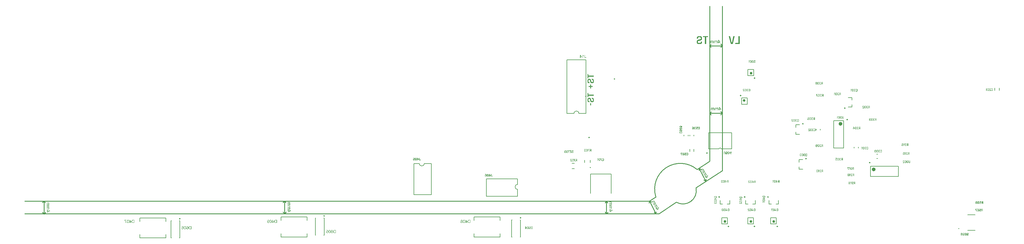
<source format=gbo>
G04*
G04 #@! TF.GenerationSoftware,Altium Limited,Altium Designer,23.9.2 (47)*
G04*
G04 Layer_Color=32896*
%FSLAX44Y44*%
%MOMM*%
G71*
G04*
G04 #@! TF.SameCoordinates,B1C0779B-3EB0-494A-A092-0BE117C51D64*
G04*
G04*
G04 #@! TF.FilePolarity,Positive*
G04*
G01*
G75*
%ADD10C,0.2500*%
%ADD11C,0.6000*%
%ADD13C,0.2540*%
%ADD14C,0.2000*%
%ADD15C,0.4000*%
%ADD124C,0.1270*%
G36*
X2154537Y655083D02*
X2154722Y655037D01*
X2154861Y654944D01*
X2154954Y654805D01*
X2155046Y654574D01*
Y654528D01*
Y654482D01*
Y652492D01*
X2155000Y652260D01*
X2154908Y652121D01*
X2154676Y651936D01*
X2154398Y651844D01*
X2149400D01*
X2149169Y651797D01*
X2149030Y651658D01*
X2148984Y651473D01*
Y651427D01*
Y630648D01*
X2148938Y630416D01*
X2148891Y630278D01*
X2148613Y630093D01*
X2148382Y630000D01*
X2145837D01*
X2145605Y630046D01*
X2145420Y630093D01*
X2145328Y630185D01*
X2145235Y630324D01*
X2145143Y630555D01*
Y630602D01*
Y630648D01*
Y651427D01*
X2145096Y651658D01*
X2144911Y651797D01*
X2144772Y651844D01*
X2139821D01*
X2139589Y651890D01*
X2139404Y651936D01*
X2139265Y652029D01*
X2139173Y652168D01*
X2139080Y652399D01*
Y652445D01*
Y652492D01*
Y654482D01*
X2139126Y654713D01*
X2139173Y654852D01*
X2139450Y655037D01*
X2139682Y655129D01*
X2154306D01*
X2154537Y655083D01*
D02*
G37*
G36*
X2131120D02*
X2131999Y654898D01*
X2132786Y654620D01*
X2133434Y654343D01*
X2133943Y654019D01*
X2134313Y653787D01*
X2134498Y653602D01*
X2134591Y653510D01*
X2135146Y652862D01*
X2135517Y652121D01*
X2135794Y651381D01*
X2136026Y650687D01*
X2136118Y650039D01*
X2136165Y649530D01*
X2136211Y649344D01*
Y649206D01*
Y649113D01*
Y649067D01*
Y647401D01*
X2136165Y646614D01*
X2136072Y645920D01*
X2135887Y645318D01*
X2135702Y644763D01*
X2135563Y644346D01*
X2135378Y644069D01*
X2135285Y643837D01*
X2135239Y643791D01*
X2134869Y643328D01*
X2134452Y642912D01*
X2134082Y642588D01*
X2133712Y642310D01*
X2133388Y642125D01*
X2133110Y641986D01*
X2132925Y641940D01*
X2132879Y641894D01*
X2131814Y641523D01*
X2131305Y641385D01*
X2130842Y641246D01*
X2130426Y641107D01*
X2130102Y641061D01*
X2129917Y640968D01*
X2129824D01*
X2129176Y640829D01*
X2128621Y640737D01*
X2128112Y640598D01*
X2127649Y640552D01*
X2127233Y640459D01*
X2126955Y640413D01*
X2126770Y640367D01*
X2126724D01*
X2126215Y640274D01*
X2125752Y640135D01*
X2125335Y639950D01*
X2124965Y639811D01*
X2124687Y639626D01*
X2124502Y639533D01*
X2124363Y639441D01*
X2124317Y639395D01*
X2123993Y639117D01*
X2123762Y638793D01*
X2123577Y638469D01*
X2123484Y638145D01*
X2123392Y637867D01*
X2123345Y637636D01*
Y637497D01*
Y637451D01*
Y636572D01*
X2123392Y635970D01*
X2123484Y635415D01*
X2123577Y634998D01*
X2123716Y634628D01*
X2123901Y634350D01*
X2123993Y634165D01*
X2124086Y634072D01*
X2124132Y634026D01*
X2124456Y633795D01*
X2124826Y633610D01*
X2125197Y633471D01*
X2125613Y633378D01*
X2125983Y633332D01*
X2126261Y633286D01*
X2129223D01*
X2129824Y633332D01*
X2130333Y633425D01*
X2130750Y633517D01*
X2131074Y633656D01*
X2131351Y633795D01*
X2131537Y633934D01*
X2131629Y633980D01*
X2131676Y634026D01*
X2131907Y634350D01*
X2132092Y634720D01*
X2132185Y635091D01*
X2132277Y635507D01*
X2132323Y635831D01*
X2132370Y636109D01*
Y636294D01*
Y636386D01*
Y637081D01*
X2132416Y637312D01*
X2132462Y637497D01*
X2132555Y637590D01*
X2132694Y637682D01*
X2132925Y637775D01*
X2135563D01*
X2135794Y637729D01*
X2135933Y637682D01*
X2136118Y637451D01*
X2136211Y637173D01*
Y637127D01*
Y637081D01*
Y636063D01*
X2136118Y635044D01*
X2135933Y634165D01*
X2135702Y633425D01*
X2135378Y632777D01*
X2135100Y632268D01*
X2134823Y631897D01*
X2134637Y631712D01*
X2134591Y631620D01*
X2133897Y631064D01*
X2133156Y630694D01*
X2132416Y630416D01*
X2131676Y630185D01*
X2131028Y630093D01*
X2130518Y630046D01*
X2130333Y630000D01*
X2125659D01*
X2124641Y630093D01*
X2123762Y630278D01*
X2123021Y630509D01*
X2122374Y630833D01*
X2121864Y631111D01*
X2121494Y631388D01*
X2121309Y631573D01*
X2121216Y631620D01*
X2120661Y632268D01*
X2120245Y633008D01*
X2119967Y633749D01*
X2119736Y634443D01*
X2119643Y635091D01*
X2119597Y635600D01*
X2119550Y635785D01*
Y635924D01*
Y636016D01*
Y636063D01*
Y637590D01*
X2119597Y638284D01*
X2119643Y638885D01*
X2119782Y639441D01*
X2119921Y639904D01*
X2120060Y640274D01*
X2120152Y640552D01*
X2120245Y640737D01*
X2120291Y640783D01*
X2120569Y641246D01*
X2120892Y641662D01*
X2121170Y641986D01*
X2121494Y642264D01*
X2121726Y642495D01*
X2121957Y642634D01*
X2122096Y642727D01*
X2122142Y642773D01*
X2123021Y643189D01*
X2123438Y643375D01*
X2123808Y643513D01*
X2124132Y643652D01*
X2124410Y643745D01*
X2124595Y643791D01*
X2124641D01*
X2125613Y644069D01*
X2126076Y644161D01*
X2126492Y644254D01*
X2126816Y644300D01*
X2127094Y644346D01*
X2127279Y644393D01*
X2127325D01*
X2128297Y644532D01*
X2128714Y644624D01*
X2129084Y644717D01*
X2129408Y644763D01*
X2129639Y644809D01*
X2129778Y644855D01*
X2129824D01*
X2130287Y644994D01*
X2130657Y645133D01*
X2130981Y645318D01*
X2131305Y645503D01*
X2131768Y645920D01*
X2132046Y646290D01*
X2132231Y646660D01*
X2132323Y646984D01*
X2132370Y647169D01*
Y647262D01*
Y648465D01*
X2132323Y649113D01*
X2132277Y649669D01*
X2132138Y650085D01*
X2131999Y650455D01*
X2131907Y650733D01*
X2131768Y650918D01*
X2131722Y651011D01*
X2131676Y651057D01*
X2131351Y651335D01*
X2130981Y651520D01*
X2130565Y651658D01*
X2130148Y651751D01*
X2129824Y651797D01*
X2129500Y651844D01*
X2126770D01*
X2126168Y651797D01*
X2125706Y651751D01*
X2125289Y651612D01*
X2124919Y651473D01*
X2124687Y651335D01*
X2124502Y651242D01*
X2124410Y651149D01*
X2124363Y651103D01*
X2124132Y650779D01*
X2123947Y650409D01*
X2123808Y650039D01*
X2123716Y649622D01*
X2123669Y649252D01*
X2123623Y648974D01*
Y648789D01*
Y648697D01*
Y648188D01*
X2123577Y647956D01*
X2123530Y647817D01*
X2123299Y647632D01*
X2123068Y647540D01*
X2120476D01*
X2120245Y647586D01*
X2120060Y647632D01*
X2119967Y647725D01*
X2119874Y647864D01*
X2119782Y648095D01*
Y648141D01*
Y648188D01*
Y649067D01*
X2119874Y650085D01*
X2120060Y650964D01*
X2120291Y651705D01*
X2120615Y652353D01*
X2120939Y652862D01*
X2121170Y653232D01*
X2121355Y653417D01*
X2121448Y653510D01*
X2122096Y654065D01*
X2122836Y654435D01*
X2123577Y654713D01*
X2124317Y654944D01*
X2124965Y655037D01*
X2125474Y655083D01*
X2125659Y655129D01*
X2130102D01*
X2131120Y655083D01*
D02*
G37*
G36*
X1777187Y535000D02*
X1777298Y534926D01*
X1777446Y534741D01*
X1777520Y534519D01*
Y530519D01*
X1777558Y530334D01*
X1777669Y530223D01*
X1777817Y530186D01*
X1777854D01*
X1794482D01*
X1794667Y530149D01*
X1794778Y530112D01*
X1794926Y529889D01*
X1795000Y529704D01*
Y527667D01*
X1794963Y527482D01*
X1794926Y527334D01*
X1794852Y527260D01*
X1794741Y527186D01*
X1794556Y527112D01*
X1794519D01*
X1794482D01*
X1777854D01*
X1777669Y527075D01*
X1777558Y526927D01*
X1777520Y526816D01*
Y522853D01*
X1777484Y522668D01*
X1777446Y522520D01*
X1777372Y522409D01*
X1777261Y522335D01*
X1777076Y522261D01*
X1777039D01*
X1777002D01*
X1775410D01*
X1775224Y522298D01*
X1775113Y522335D01*
X1774965Y522557D01*
X1774891Y522742D01*
Y534445D01*
X1774928Y534630D01*
X1774965Y534778D01*
X1775039Y534889D01*
X1775150Y534963D01*
X1775336Y535037D01*
X1775373D01*
X1775410D01*
X1777002D01*
X1777187Y535000D01*
D02*
G37*
G36*
X1790964Y519891D02*
X1791667Y519742D01*
X1792260Y519557D01*
X1792778Y519298D01*
X1793186Y519076D01*
X1793482Y518853D01*
X1793630Y518705D01*
X1793704Y518668D01*
X1794149Y518113D01*
X1794445Y517520D01*
X1794667Y516928D01*
X1794852Y516335D01*
X1794926Y515817D01*
X1794963Y515410D01*
X1795000Y515261D01*
Y511521D01*
X1794926Y510706D01*
X1794778Y510003D01*
X1794593Y509410D01*
X1794334Y508892D01*
X1794111Y508484D01*
X1793889Y508188D01*
X1793741Y508040D01*
X1793704Y507966D01*
X1793186Y507521D01*
X1792593Y507188D01*
X1792000Y506966D01*
X1791445Y506781D01*
X1790927Y506707D01*
X1790519Y506670D01*
X1790371Y506633D01*
X1790260D01*
X1790186D01*
X1790149D01*
X1788927D01*
X1788371Y506670D01*
X1787890Y506707D01*
X1787445Y506818D01*
X1787075Y506929D01*
X1786779Y507040D01*
X1786557Y507114D01*
X1786409Y507188D01*
X1786371Y507225D01*
X1786001Y507447D01*
X1785668Y507707D01*
X1785409Y507929D01*
X1785186Y508188D01*
X1785001Y508373D01*
X1784890Y508558D01*
X1784816Y508669D01*
X1784779Y508707D01*
X1784446Y509410D01*
X1784298Y509743D01*
X1784187Y510040D01*
X1784075Y510299D01*
X1784001Y510521D01*
X1783964Y510669D01*
Y510706D01*
X1783742Y511484D01*
X1783668Y511854D01*
X1783594Y512188D01*
X1783557Y512447D01*
X1783520Y512669D01*
X1783483Y512817D01*
Y512854D01*
X1783372Y513632D01*
X1783298Y513965D01*
X1783224Y514261D01*
X1783187Y514521D01*
X1783150Y514706D01*
X1783113Y514817D01*
Y514854D01*
X1783002Y515224D01*
X1782890Y515521D01*
X1782742Y515780D01*
X1782594Y516039D01*
X1782261Y516409D01*
X1781965Y516632D01*
X1781668Y516780D01*
X1781409Y516854D01*
X1781261Y516891D01*
X1781187D01*
X1780224D01*
X1779706Y516854D01*
X1779261Y516817D01*
X1778928Y516706D01*
X1778631Y516595D01*
X1778409Y516521D01*
X1778261Y516409D01*
X1778187Y516372D01*
X1778150Y516335D01*
X1777928Y516076D01*
X1777780Y515780D01*
X1777669Y515447D01*
X1777595Y515113D01*
X1777558Y514854D01*
X1777520Y514595D01*
Y512410D01*
X1777558Y511928D01*
X1777595Y511558D01*
X1777706Y511225D01*
X1777817Y510928D01*
X1777928Y510743D01*
X1778002Y510595D01*
X1778076Y510521D01*
X1778113Y510484D01*
X1778372Y510299D01*
X1778669Y510151D01*
X1778965Y510040D01*
X1779298Y509966D01*
X1779594Y509929D01*
X1779817Y509892D01*
X1779965D01*
X1780039D01*
X1780446D01*
X1780631Y509855D01*
X1780742Y509817D01*
X1780891Y509632D01*
X1780965Y509447D01*
Y507373D01*
X1780928Y507188D01*
X1780891Y507040D01*
X1780816Y506966D01*
X1780705Y506892D01*
X1780520Y506818D01*
X1780483D01*
X1780446D01*
X1779742D01*
X1778928Y506892D01*
X1778224Y507040D01*
X1777632Y507225D01*
X1777113Y507484D01*
X1776706Y507744D01*
X1776410Y507929D01*
X1776261Y508077D01*
X1776187Y508151D01*
X1775743Y508669D01*
X1775447Y509262D01*
X1775224Y509855D01*
X1775039Y510447D01*
X1774965Y510965D01*
X1774928Y511373D01*
X1774891Y511521D01*
Y515076D01*
X1774928Y515891D01*
X1775076Y516595D01*
X1775299Y517224D01*
X1775521Y517743D01*
X1775780Y518150D01*
X1775965Y518446D01*
X1776113Y518594D01*
X1776187Y518668D01*
X1776706Y519113D01*
X1777298Y519409D01*
X1777891Y519631D01*
X1778446Y519816D01*
X1778965Y519891D01*
X1779372Y519927D01*
X1779520Y519964D01*
X1779631D01*
X1779706D01*
X1779742D01*
X1781076D01*
X1781705Y519927D01*
X1782261Y519853D01*
X1782742Y519705D01*
X1783187Y519557D01*
X1783520Y519446D01*
X1783742Y519298D01*
X1783927Y519224D01*
X1783964Y519187D01*
X1784335Y518891D01*
X1784668Y518557D01*
X1784927Y518261D01*
X1785149Y517965D01*
X1785298Y517705D01*
X1785409Y517483D01*
X1785446Y517335D01*
X1785483Y517298D01*
X1785779Y516446D01*
X1785890Y516039D01*
X1786001Y515669D01*
X1786112Y515335D01*
X1786149Y515076D01*
X1786223Y514928D01*
Y514854D01*
X1786335Y514336D01*
X1786409Y513891D01*
X1786520Y513484D01*
X1786557Y513113D01*
X1786631Y512780D01*
X1786668Y512558D01*
X1786705Y512410D01*
Y512373D01*
X1786779Y511965D01*
X1786890Y511595D01*
X1787038Y511262D01*
X1787149Y510965D01*
X1787297Y510743D01*
X1787371Y510595D01*
X1787445Y510484D01*
X1787482Y510447D01*
X1787705Y510188D01*
X1787964Y510003D01*
X1788223Y509855D01*
X1788482Y509780D01*
X1788705Y509706D01*
X1788890Y509669D01*
X1789001D01*
X1789038D01*
X1789742D01*
X1790223Y509706D01*
X1790667Y509780D01*
X1791001Y509855D01*
X1791297Y509966D01*
X1791519Y510114D01*
X1791667Y510188D01*
X1791741Y510262D01*
X1791778Y510299D01*
X1791964Y510558D01*
X1792112Y510854D01*
X1792223Y511151D01*
X1792297Y511484D01*
X1792334Y511780D01*
X1792371Y512002D01*
Y514372D01*
X1792334Y514854D01*
X1792260Y515261D01*
X1792186Y515595D01*
X1792075Y515854D01*
X1791964Y516076D01*
X1791852Y516224D01*
X1791815Y516298D01*
X1791778Y516335D01*
X1791519Y516521D01*
X1791223Y516669D01*
X1790927Y516743D01*
X1790593Y516817D01*
X1790334Y516854D01*
X1790112Y516891D01*
X1789964D01*
X1789890D01*
X1789334D01*
X1789149Y516928D01*
X1789001Y516965D01*
X1788927Y517039D01*
X1788853Y517150D01*
X1788779Y517335D01*
Y519446D01*
X1788816Y519631D01*
X1788853Y519742D01*
X1789038Y519891D01*
X1789260Y519964D01*
X1789297D01*
X1789334D01*
X1790149D01*
X1790964Y519891D01*
D02*
G37*
G36*
X1785816Y502448D02*
X1785964Y502374D01*
X1786075Y502300D01*
X1786149Y502189D01*
X1786223Y501966D01*
Y497374D01*
X1790741D01*
X1790964Y497337D01*
X1791112Y497263D01*
X1791223Y497189D01*
X1791297Y497078D01*
X1791371Y496856D01*
Y495374D01*
X1791334Y495152D01*
X1791260Y495004D01*
X1791186Y494893D01*
X1791038Y494819D01*
X1790853Y494745D01*
X1790778D01*
X1790741D01*
X1786223D01*
Y490264D01*
X1786186Y490079D01*
X1786112Y489931D01*
X1786038Y489819D01*
X1785927Y489745D01*
X1785705Y489671D01*
X1785668D01*
X1785631D01*
X1784298D01*
X1784075Y489708D01*
X1783927Y489745D01*
X1783816Y489857D01*
X1783742Y489968D01*
X1783668Y490153D01*
Y494745D01*
X1779150D01*
X1778928Y494782D01*
X1778780Y494856D01*
X1778669Y494930D01*
X1778595Y495041D01*
X1778520Y495263D01*
Y496782D01*
X1778557Y496967D01*
X1778631Y497115D01*
X1778706Y497226D01*
X1778817Y497300D01*
X1779039Y497374D01*
X1779113D01*
X1779150D01*
X1783668D01*
Y501892D01*
X1783705Y502077D01*
X1783779Y502226D01*
X1783853Y502337D01*
X1783964Y502411D01*
X1784187Y502485D01*
X1784261D01*
X1784298D01*
X1785631D01*
X1785816Y502448D01*
D02*
G37*
G36*
X1777187Y475000D02*
X1777298Y474926D01*
X1777446Y474741D01*
X1777520Y474519D01*
Y470519D01*
X1777557Y470334D01*
X1777668Y470223D01*
X1777817Y470186D01*
X1777854D01*
X1794482D01*
X1794667Y470149D01*
X1794778Y470112D01*
X1794926Y469889D01*
X1795000Y469704D01*
Y467668D01*
X1794963Y467482D01*
X1794926Y467334D01*
X1794852Y467260D01*
X1794741Y467186D01*
X1794556Y467112D01*
X1794518D01*
X1794482D01*
X1777854D01*
X1777668Y467075D01*
X1777557Y466927D01*
X1777520Y466816D01*
Y462853D01*
X1777483Y462668D01*
X1777446Y462520D01*
X1777372Y462409D01*
X1777261Y462335D01*
X1777076Y462261D01*
X1777039D01*
X1777002D01*
X1775409D01*
X1775224Y462298D01*
X1775113Y462335D01*
X1774965Y462557D01*
X1774891Y462742D01*
Y474445D01*
X1774928Y474630D01*
X1774965Y474778D01*
X1775039Y474889D01*
X1775150Y474963D01*
X1775335Y475037D01*
X1775372D01*
X1775409D01*
X1777002D01*
X1777187Y475000D01*
D02*
G37*
G36*
X1790963Y459891D02*
X1791667Y459742D01*
X1792260Y459557D01*
X1792778Y459298D01*
X1793185Y459076D01*
X1793482Y458854D01*
X1793630Y458705D01*
X1793704Y458668D01*
X1794148Y458113D01*
X1794444Y457520D01*
X1794667Y456928D01*
X1794852Y456335D01*
X1794926Y455817D01*
X1794963Y455410D01*
X1795000Y455261D01*
Y451521D01*
X1794926Y450706D01*
X1794778Y450003D01*
X1794593Y449410D01*
X1794333Y448892D01*
X1794111Y448484D01*
X1793889Y448188D01*
X1793741Y448040D01*
X1793704Y447966D01*
X1793185Y447521D01*
X1792593Y447188D01*
X1792000Y446966D01*
X1791445Y446781D01*
X1790926Y446707D01*
X1790519Y446670D01*
X1790371Y446633D01*
X1790260D01*
X1790186D01*
X1790149D01*
X1788927D01*
X1788371Y446670D01*
X1787890Y446707D01*
X1787445Y446818D01*
X1787075Y446929D01*
X1786779Y447040D01*
X1786556Y447114D01*
X1786408Y447188D01*
X1786371Y447225D01*
X1786001Y447447D01*
X1785668Y447707D01*
X1785408Y447929D01*
X1785186Y448188D01*
X1785001Y448373D01*
X1784890Y448558D01*
X1784816Y448670D01*
X1784779Y448707D01*
X1784445Y449410D01*
X1784297Y449743D01*
X1784186Y450040D01*
X1784075Y450299D01*
X1784001Y450521D01*
X1783964Y450669D01*
Y450706D01*
X1783742Y451484D01*
X1783668Y451854D01*
X1783594Y452188D01*
X1783557Y452447D01*
X1783520Y452669D01*
X1783483Y452817D01*
Y452854D01*
X1783371Y453632D01*
X1783297Y453965D01*
X1783223Y454262D01*
X1783186Y454521D01*
X1783149Y454706D01*
X1783112Y454817D01*
Y454854D01*
X1783001Y455224D01*
X1782890Y455521D01*
X1782742Y455780D01*
X1782594Y456039D01*
X1782260Y456409D01*
X1781964Y456632D01*
X1781668Y456780D01*
X1781409Y456854D01*
X1781261Y456891D01*
X1781187D01*
X1780224D01*
X1779705Y456854D01*
X1779261Y456817D01*
X1778928Y456706D01*
X1778631Y456595D01*
X1778409Y456521D01*
X1778261Y456409D01*
X1778187Y456372D01*
X1778150Y456335D01*
X1777928Y456076D01*
X1777780Y455780D01*
X1777668Y455447D01*
X1777594Y455113D01*
X1777557Y454854D01*
X1777520Y454595D01*
Y452410D01*
X1777557Y451928D01*
X1777594Y451558D01*
X1777706Y451225D01*
X1777817Y450928D01*
X1777928Y450743D01*
X1778002Y450595D01*
X1778076Y450521D01*
X1778113Y450484D01*
X1778372Y450299D01*
X1778668Y450151D01*
X1778965Y450040D01*
X1779298Y449966D01*
X1779594Y449929D01*
X1779816Y449892D01*
X1779964D01*
X1780039D01*
X1780446D01*
X1780631Y449855D01*
X1780742Y449818D01*
X1780890Y449632D01*
X1780964Y449447D01*
Y447373D01*
X1780927Y447188D01*
X1780890Y447040D01*
X1780816Y446966D01*
X1780705Y446892D01*
X1780520Y446818D01*
X1780483D01*
X1780446D01*
X1779742D01*
X1778928Y446892D01*
X1778224Y447040D01*
X1777631Y447225D01*
X1777113Y447484D01*
X1776706Y447744D01*
X1776409Y447929D01*
X1776261Y448077D01*
X1776187Y448151D01*
X1775743Y448670D01*
X1775446Y449262D01*
X1775224Y449855D01*
X1775039Y450447D01*
X1774965Y450965D01*
X1774928Y451373D01*
X1774891Y451521D01*
Y455076D01*
X1774928Y455891D01*
X1775076Y456595D01*
X1775298Y457224D01*
X1775520Y457743D01*
X1775780Y458150D01*
X1775965Y458446D01*
X1776113Y458594D01*
X1776187Y458668D01*
X1776706Y459113D01*
X1777298Y459409D01*
X1777891Y459631D01*
X1778446Y459817D01*
X1778965Y459891D01*
X1779372Y459928D01*
X1779520Y459965D01*
X1779631D01*
X1779705D01*
X1779742D01*
X1781075D01*
X1781705Y459928D01*
X1782260Y459854D01*
X1782742Y459705D01*
X1783186Y459557D01*
X1783520Y459446D01*
X1783742Y459298D01*
X1783927Y459224D01*
X1783964Y459187D01*
X1784334Y458891D01*
X1784668Y458557D01*
X1784927Y458261D01*
X1785149Y457965D01*
X1785297Y457706D01*
X1785408Y457483D01*
X1785445Y457335D01*
X1785482Y457298D01*
X1785779Y456446D01*
X1785890Y456039D01*
X1786001Y455669D01*
X1786112Y455335D01*
X1786149Y455076D01*
X1786223Y454928D01*
Y454854D01*
X1786334Y454336D01*
X1786408Y453891D01*
X1786519Y453484D01*
X1786556Y453113D01*
X1786631Y452780D01*
X1786667Y452558D01*
X1786705Y452410D01*
Y452373D01*
X1786779Y451965D01*
X1786890Y451595D01*
X1787038Y451262D01*
X1787149Y450965D01*
X1787297Y450743D01*
X1787371Y450595D01*
X1787445Y450484D01*
X1787482Y450447D01*
X1787704Y450188D01*
X1787964Y450003D01*
X1788223Y449855D01*
X1788482Y449781D01*
X1788704Y449706D01*
X1788889Y449669D01*
X1789001D01*
X1789038D01*
X1789741D01*
X1790223Y449706D01*
X1790667Y449781D01*
X1791000Y449855D01*
X1791297Y449966D01*
X1791519Y450114D01*
X1791667Y450188D01*
X1791741Y450262D01*
X1791778Y450299D01*
X1791963Y450558D01*
X1792111Y450854D01*
X1792222Y451151D01*
X1792296Y451484D01*
X1792334Y451780D01*
X1792371Y452002D01*
Y454373D01*
X1792334Y454854D01*
X1792260Y455261D01*
X1792185Y455595D01*
X1792074Y455854D01*
X1791963Y456076D01*
X1791852Y456224D01*
X1791815Y456298D01*
X1791778Y456335D01*
X1791519Y456521D01*
X1791223Y456669D01*
X1790926Y456743D01*
X1790593Y456817D01*
X1790334Y456854D01*
X1790112Y456891D01*
X1789964D01*
X1789889D01*
X1789334D01*
X1789149Y456928D01*
X1789001Y456965D01*
X1788927Y457039D01*
X1788853Y457150D01*
X1788778Y457335D01*
Y459446D01*
X1788815Y459631D01*
X1788853Y459742D01*
X1789038Y459891D01*
X1789260Y459965D01*
X1789297D01*
X1789334D01*
X1790149D01*
X1790963Y459891D01*
D02*
G37*
G36*
X1785890Y443411D02*
X1786038Y443374D01*
X1786112Y443263D01*
X1786186Y443152D01*
X1786260Y442966D01*
Y436708D01*
X1786223Y436523D01*
X1786186Y436374D01*
X1786075Y436300D01*
X1785964Y436226D01*
X1785779Y436152D01*
X1785742D01*
X1785705D01*
X1784334D01*
X1784149Y436189D01*
X1784001Y436226D01*
X1783927Y436337D01*
X1783853Y436412D01*
X1783779Y436634D01*
Y442892D01*
X1783816Y443077D01*
X1783853Y443226D01*
X1783964Y443300D01*
X1784038Y443374D01*
X1784260Y443448D01*
X1784297D01*
X1784334D01*
X1785705D01*
X1785890Y443411D01*
D02*
G37*
G36*
X2239126Y655083D02*
X2239312Y655037D01*
X2239404Y654898D01*
X2239450Y654759D01*
Y654528D01*
Y654435D01*
Y654389D01*
X2232925Y630648D01*
X2232832Y630416D01*
X2232740Y630278D01*
X2232462Y630093D01*
X2232231Y630000D01*
X2228251D01*
X2228066Y630046D01*
X2227881Y630093D01*
X2227649Y630324D01*
X2227557Y630555D01*
X2227510Y630602D01*
Y630648D01*
X2220939Y654389D01*
X2220892Y654620D01*
X2220939Y654805D01*
X2221078Y654944D01*
X2221170Y655037D01*
X2221448Y655129D01*
X2224317D01*
X2224549Y655083D01*
X2224734Y655037D01*
X2224965Y654805D01*
X2225058Y654574D01*
X2225104Y654528D01*
Y654482D01*
X2230102Y634026D01*
X2230287D01*
X2235332Y654482D01*
X2235378Y654713D01*
X2235470Y654852D01*
X2235748Y655037D01*
X2235979Y655129D01*
X2238849D01*
X2239126Y655083D01*
D02*
G37*
G36*
X2254583D02*
X2254769Y655037D01*
X2254861Y654944D01*
X2254954Y654805D01*
X2255046Y654574D01*
Y654528D01*
Y654482D01*
Y630648D01*
X2255000Y630416D01*
X2254954Y630278D01*
X2254676Y630093D01*
X2254445Y630000D01*
X2241672D01*
X2241440Y630046D01*
X2241302Y630093D01*
X2241116Y630324D01*
X2241024Y630555D01*
Y630602D01*
Y630648D01*
Y632684D01*
X2241070Y632916D01*
X2241116Y633101D01*
X2241209Y633193D01*
X2241348Y633286D01*
X2241579Y633378D01*
X2250789D01*
X2251066Y633425D01*
X2251205Y633610D01*
X2251251Y633749D01*
Y633795D01*
Y654482D01*
X2251298Y654713D01*
X2251344Y654852D01*
X2251575Y655037D01*
X2251807Y655129D01*
X2254352D01*
X2254583Y655083D01*
D02*
G37*
G36*
X2572414Y269986D02*
X2572678Y269931D01*
X2572913Y269847D01*
X2573107Y269764D01*
X2573260Y269681D01*
X2573371Y269598D01*
X2573427Y269542D01*
X2573454Y269529D01*
X2573621Y269334D01*
X2573731Y269126D01*
X2573815Y268904D01*
X2573884Y268696D01*
X2573912Y268502D01*
X2573925Y268350D01*
X2573940Y268294D01*
Y268253D01*
Y268225D01*
Y268211D01*
Y267850D01*
X2573925Y267781D01*
X2573912Y267726D01*
X2573870Y267698D01*
X2573829Y267670D01*
X2573759Y267642D01*
X2572982D01*
X2572913Y267656D01*
X2572872Y267670D01*
X2572816Y267753D01*
X2572788Y267823D01*
Y267836D01*
Y267850D01*
Y268183D01*
X2572775Y268350D01*
X2572761Y268475D01*
X2572719Y268585D01*
X2572678Y268682D01*
X2572650Y268752D01*
X2572608Y268793D01*
X2572594Y268821D01*
X2572580Y268835D01*
X2572497Y268904D01*
X2572386Y268946D01*
X2572178Y269002D01*
X2572095Y269015D01*
X2572012Y269029D01*
X2571249D01*
X2571096Y269015D01*
X2570958Y268988D01*
X2570847Y268946D01*
X2570750Y268904D01*
X2570653Y268835D01*
X2570583Y268766D01*
X2570486Y268613D01*
X2570417Y268447D01*
X2570389Y268322D01*
X2570375Y268266D01*
Y268225D01*
Y268197D01*
Y268183D01*
Y267573D01*
X2570389Y267421D01*
X2570417Y267296D01*
X2570458Y267185D01*
X2570514Y267088D01*
X2570583Y267004D01*
X2570653Y266935D01*
X2570805Y266838D01*
X2570972Y266769D01*
X2571111Y266741D01*
X2571166Y266727D01*
X2571901D01*
X2571970Y266713D01*
X2572012Y266699D01*
X2572067Y266616D01*
X2572095Y266547D01*
Y266519D01*
Y266505D01*
Y265978D01*
X2572081Y265909D01*
X2572067Y265867D01*
X2571998Y265812D01*
X2571929Y265784D01*
X2571249D01*
X2571096Y265770D01*
X2570958Y265742D01*
X2570847Y265701D01*
X2570750Y265645D01*
X2570653Y265590D01*
X2570583Y265507D01*
X2570486Y265354D01*
X2570417Y265201D01*
X2570389Y265063D01*
X2570375Y265007D01*
Y264966D01*
Y264938D01*
Y264924D01*
Y264286D01*
X2570389Y264134D01*
X2570417Y264009D01*
X2570458Y263898D01*
X2570514Y263801D01*
X2570583Y263718D01*
X2570653Y263648D01*
X2570805Y263551D01*
X2570972Y263482D01*
X2571111Y263454D01*
X2571166Y263440D01*
X2571942D01*
X2572095Y263454D01*
X2572220Y263468D01*
X2572331Y263496D01*
X2572428Y263537D01*
X2572497Y263579D01*
X2572539Y263607D01*
X2572567Y263620D01*
X2572580Y263634D01*
X2572650Y263718D01*
X2572705Y263829D01*
X2572733Y263926D01*
X2572761Y264037D01*
X2572775Y264134D01*
X2572788Y264217D01*
Y264272D01*
Y264286D01*
Y264674D01*
X2572802Y264744D01*
X2572816Y264799D01*
X2572844Y264827D01*
X2572885Y264855D01*
X2572955Y264883D01*
X2573731D01*
X2573801Y264869D01*
X2573856Y264855D01*
X2573884Y264813D01*
X2573912Y264785D01*
X2573940Y264702D01*
Y264688D01*
Y264674D01*
Y264258D01*
X2573912Y263953D01*
X2573856Y263690D01*
X2573787Y263454D01*
X2573690Y263274D01*
X2573607Y263121D01*
X2573524Y263010D01*
X2573468Y262955D01*
X2573454Y262927D01*
X2573260Y262775D01*
X2573038Y262664D01*
X2572816Y262580D01*
X2572594Y262525D01*
X2572400Y262497D01*
X2572248Y262483D01*
X2572192Y262470D01*
X2571082D01*
X2570778Y262483D01*
X2570514Y262539D01*
X2570278Y262608D01*
X2570084Y262705D01*
X2569932Y262788D01*
X2569821Y262858D01*
X2569765Y262913D01*
X2569738Y262927D01*
X2569571Y263121D01*
X2569460Y263329D01*
X2569377Y263551D01*
X2569308Y263773D01*
X2569280Y263967D01*
X2569266Y264120D01*
X2569252Y264175D01*
Y264217D01*
Y264245D01*
Y264258D01*
Y264938D01*
X2569266Y265132D01*
X2569294Y265312D01*
X2569335Y265465D01*
X2569405Y265604D01*
X2569474Y265728D01*
X2569543Y265840D01*
X2569640Y265923D01*
X2569724Y266006D01*
X2569890Y266131D01*
X2570042Y266200D01*
X2570112Y266228D01*
X2570154Y266242D01*
X2570181Y266255D01*
X2570195D01*
X2570029Y266311D01*
X2569890Y266394D01*
X2569751Y266477D01*
X2569654Y266574D01*
X2569557Y266685D01*
X2569488Y266796D01*
X2569363Y267018D01*
X2569308Y267226D01*
X2569266Y267407D01*
X2569252Y267476D01*
Y267531D01*
Y267559D01*
Y267573D01*
Y268211D01*
X2569266Y268516D01*
X2569321Y268780D01*
X2569405Y269002D01*
X2569488Y269196D01*
X2569585Y269334D01*
X2569654Y269445D01*
X2569709Y269501D01*
X2569738Y269529D01*
X2569932Y269681D01*
X2570154Y269806D01*
X2570375Y269889D01*
X2570597Y269944D01*
X2570791Y269972D01*
X2570944Y270000D01*
X2572109D01*
X2572414Y269986D01*
D02*
G37*
G36*
X2561541D02*
X2561597Y269972D01*
X2561624Y269944D01*
X2561652Y269903D01*
X2561680Y269834D01*
Y269820D01*
Y269806D01*
Y266117D01*
X2561666Y266047D01*
X2561652Y266006D01*
X2561569Y265950D01*
X2561500Y265923D01*
X2560737D01*
X2560667Y265937D01*
X2560598Y265964D01*
X2560501Y266061D01*
X2560446Y266158D01*
X2560418Y266186D01*
Y266200D01*
X2560376Y266255D01*
X2560307Y266311D01*
X2560265Y266353D01*
X2560237Y266367D01*
X2560113Y266422D01*
X2559988Y266436D01*
X2559932Y266450D01*
X2559128D01*
X2558948Y266436D01*
X2558809Y266422D01*
X2558684Y266380D01*
X2558587Y266339D01*
X2558518Y266297D01*
X2558476Y266269D01*
X2558448Y266242D01*
X2558435Y266228D01*
X2558365Y266131D01*
X2558310Y266020D01*
X2558282Y265895D01*
X2558254Y265770D01*
X2558241Y265659D01*
X2558227Y265562D01*
Y265507D01*
Y265479D01*
Y264286D01*
X2558241Y264134D01*
X2558268Y264009D01*
X2558310Y263898D01*
X2558365Y263801D01*
X2558421Y263718D01*
X2558504Y263648D01*
X2558656Y263551D01*
X2558809Y263482D01*
X2558948Y263454D01*
X2559003Y263440D01*
X2559766D01*
X2559919Y263454D01*
X2560043Y263482D01*
X2560154Y263524D01*
X2560251Y263579D01*
X2560334Y263634D01*
X2560404Y263704D01*
X2560501Y263870D01*
X2560570Y264023D01*
X2560598Y264161D01*
X2560612Y264203D01*
Y264245D01*
Y264272D01*
Y264286D01*
Y264591D01*
X2560626Y264661D01*
X2560640Y264716D01*
X2560667Y264744D01*
X2560709Y264772D01*
X2560779Y264799D01*
X2561541D01*
X2561610Y264785D01*
X2561666Y264772D01*
X2561694Y264730D01*
X2561721Y264702D01*
X2561749Y264619D01*
Y264605D01*
Y264591D01*
Y264286D01*
X2561735Y263981D01*
X2561680Y263718D01*
X2561597Y263482D01*
X2561513Y263288D01*
X2561430Y263135D01*
X2561347Y263024D01*
X2561292Y262969D01*
X2561278Y262941D01*
X2561083Y262788D01*
X2560862Y262664D01*
X2560640Y262580D01*
X2560418Y262525D01*
X2560224Y262497D01*
X2560071Y262483D01*
X2560016Y262470D01*
X2558934D01*
X2558629Y262483D01*
X2558365Y262539D01*
X2558129Y262622D01*
X2557935Y262705D01*
X2557783Y262788D01*
X2557672Y262872D01*
X2557616Y262927D01*
X2557589Y262941D01*
X2557422Y263135D01*
X2557311Y263357D01*
X2557228Y263579D01*
X2557159Y263801D01*
X2557131Y263995D01*
X2557117Y264147D01*
X2557103Y264203D01*
Y264245D01*
Y264272D01*
Y264286D01*
Y265645D01*
X2557117Y265950D01*
X2557173Y266214D01*
X2557242Y266436D01*
X2557325Y266616D01*
X2557422Y266755D01*
X2557492Y266852D01*
X2557547Y266921D01*
X2557561Y266935D01*
X2557741Y267088D01*
X2557949Y267199D01*
X2558157Y267268D01*
X2558365Y267323D01*
X2558559Y267351D01*
X2558712Y267379D01*
X2559544D01*
X2559808Y267351D01*
X2560030Y267296D01*
X2560196Y267199D01*
X2560321Y267101D01*
X2560418Y266991D01*
X2560487Y266894D01*
X2560515Y266838D01*
X2560529Y266810D01*
Y268932D01*
X2557492D01*
X2557422Y268946D01*
X2557367Y268960D01*
X2557339Y269002D01*
X2557311Y269043D01*
X2557284Y269112D01*
Y269126D01*
Y269140D01*
Y269806D01*
X2557297Y269875D01*
X2557311Y269917D01*
X2557381Y269972D01*
X2557464Y270000D01*
X2561472D01*
X2561541Y269986D01*
D02*
G37*
G36*
X2579861D02*
X2579917Y269972D01*
X2579944Y269944D01*
X2579972Y269903D01*
X2580000Y269834D01*
Y269820D01*
Y269806D01*
Y262664D01*
X2579986Y262594D01*
X2579972Y262553D01*
X2579889Y262497D01*
X2579820Y262470D01*
X2579057D01*
X2578988Y262483D01*
X2578946Y262497D01*
X2578890Y262567D01*
X2578863Y262636D01*
Y262650D01*
Y262664D01*
Y265243D01*
X2578835Y265312D01*
X2578793Y265340D01*
X2578752Y265354D01*
X2577531D01*
X2576283Y262664D01*
X2576242Y262594D01*
X2576186Y262553D01*
X2576061Y262497D01*
X2576006Y262483D01*
X2575950Y262470D01*
X2575188D01*
X2575104Y262483D01*
X2575049Y262511D01*
X2575021Y262539D01*
X2575007Y262580D01*
X2575021Y262664D01*
X2575035Y262677D01*
Y262691D01*
X2576339Y265437D01*
Y265493D01*
X2576145Y265576D01*
X2575964Y265659D01*
X2575812Y265784D01*
X2575687Y265909D01*
X2575576Y266034D01*
X2575493Y266186D01*
X2575410Y266325D01*
X2575354Y266464D01*
X2575271Y266741D01*
X2575243Y266866D01*
X2575229Y266963D01*
Y267060D01*
X2575215Y267129D01*
Y267171D01*
Y267185D01*
Y268183D01*
X2575243Y268488D01*
X2575298Y268752D01*
X2575368Y268974D01*
X2575465Y269168D01*
X2575562Y269320D01*
X2575631Y269431D01*
X2575687Y269487D01*
X2575715Y269515D01*
X2575909Y269681D01*
X2576131Y269792D01*
X2576353Y269875D01*
X2576561Y269944D01*
X2576755Y269972D01*
X2576907Y269986D01*
X2576963Y270000D01*
X2579792D01*
X2579861Y269986D01*
D02*
G37*
G36*
X2566353D02*
X2566631Y269931D01*
X2566866Y269847D01*
X2567061Y269764D01*
X2567213Y269681D01*
X2567324Y269598D01*
X2567380Y269542D01*
X2567408Y269529D01*
X2567560Y269334D01*
X2567685Y269126D01*
X2567768Y268890D01*
X2567823Y268682D01*
X2567851Y268488D01*
X2567865Y268322D01*
X2567879Y268266D01*
Y268225D01*
Y268197D01*
Y268183D01*
Y264286D01*
X2567865Y263981D01*
X2567810Y263718D01*
X2567726Y263482D01*
X2567643Y263288D01*
X2567560Y263135D01*
X2567477Y263024D01*
X2567421Y262969D01*
X2567408Y262941D01*
X2567213Y262788D01*
X2566991Y262664D01*
X2566769Y262580D01*
X2566548Y262525D01*
X2566353Y262497D01*
X2566187Y262483D01*
X2566132Y262470D01*
X2564883D01*
X2564578Y262483D01*
X2564315Y262539D01*
X2564079Y262622D01*
X2563899Y262705D01*
X2563746Y262788D01*
X2563635Y262872D01*
X2563580Y262927D01*
X2563552Y262941D01*
X2563386Y263135D01*
X2563275Y263357D01*
X2563192Y263579D01*
X2563122Y263801D01*
X2563094Y263995D01*
X2563080Y264147D01*
X2563067Y264203D01*
Y264245D01*
Y264272D01*
Y264286D01*
Y268183D01*
X2563080Y268488D01*
X2563136Y268766D01*
X2563219Y268988D01*
X2563302Y269182D01*
X2563399Y269334D01*
X2563469Y269445D01*
X2563524Y269501D01*
X2563552Y269529D01*
X2563746Y269681D01*
X2563954Y269806D01*
X2564176Y269889D01*
X2564398Y269944D01*
X2564592Y269972D01*
X2564745Y270000D01*
X2566048D01*
X2566353Y269986D01*
D02*
G37*
G36*
X2184594Y640712D02*
X2184649Y640694D01*
X2184723Y640601D01*
X2184760Y640508D01*
Y640490D01*
Y640471D01*
Y633009D01*
X2184742Y632917D01*
X2184723Y632861D01*
X2184631Y632787D01*
X2184538Y632750D01*
X2183520D01*
X2183427Y632769D01*
X2183353Y632787D01*
X2183316Y632824D01*
X2183279Y632880D01*
X2183242Y632972D01*
Y632991D01*
Y633009D01*
Y638064D01*
X2183223Y638305D01*
X2183186Y638509D01*
X2183131Y638675D01*
X2183038Y638842D01*
X2182946Y638972D01*
X2182834Y639064D01*
X2182723Y639157D01*
X2182594Y639231D01*
X2182372Y639323D01*
X2182168Y639379D01*
X2182075Y639398D01*
X2181409D01*
X2181205Y639379D01*
X2181038Y639342D01*
X2180890Y639286D01*
X2180761Y639212D01*
X2180650Y639120D01*
X2180557Y639027D01*
X2180427Y638823D01*
X2180335Y638601D01*
X2180298Y638416D01*
X2180279Y638342D01*
Y638287D01*
Y638249D01*
Y638231D01*
Y633009D01*
X2180261Y632917D01*
X2180242Y632861D01*
X2180150Y632787D01*
X2180057Y632750D01*
X2179039D01*
X2178946Y632769D01*
X2178872Y632787D01*
X2178816Y632824D01*
X2178779Y632880D01*
X2178742Y632972D01*
Y632991D01*
Y633009D01*
Y638027D01*
X2178724Y638268D01*
X2178687Y638472D01*
X2178631Y638657D01*
X2178539Y638823D01*
X2178446Y638953D01*
X2178335Y639064D01*
X2178205Y639157D01*
X2178094Y639231D01*
X2177854Y639323D01*
X2177650Y639379D01*
X2177557Y639398D01*
X2177002D01*
X2176798Y639379D01*
X2176631Y639342D01*
X2176483Y639286D01*
X2176354Y639212D01*
X2176243Y639120D01*
X2176150Y639027D01*
X2176020Y638823D01*
X2175928Y638601D01*
X2175891Y638416D01*
X2175872Y638342D01*
Y638287D01*
Y638249D01*
Y638231D01*
Y633009D01*
X2175854Y632917D01*
X2175835Y632861D01*
X2175724Y632787D01*
X2175632Y632750D01*
X2174595D01*
X2174502Y632769D01*
X2174446Y632787D01*
X2174372Y632880D01*
X2174335Y632972D01*
Y632991D01*
Y633009D01*
Y638305D01*
X2174354Y638712D01*
X2174428Y639064D01*
X2174521Y639379D01*
X2174632Y639620D01*
X2174761Y639823D01*
X2174854Y639972D01*
X2174928Y640045D01*
X2174946Y640083D01*
X2175187Y640305D01*
X2175465Y640453D01*
X2175761Y640564D01*
X2176039Y640657D01*
X2176298Y640694D01*
X2176502Y640712D01*
X2176576Y640731D01*
X2177187D01*
X2177409Y640712D01*
X2177613Y640694D01*
X2177798Y640638D01*
X2177965Y640601D01*
X2178094Y640546D01*
X2178205Y640490D01*
X2178279Y640471D01*
X2178298Y640453D01*
X2178483Y640342D01*
X2178631Y640231D01*
X2178761Y640101D01*
X2178872Y639972D01*
X2178946Y639860D01*
X2179001Y639768D01*
X2179039Y639712D01*
X2179057Y639694D01*
X2179168Y639879D01*
X2179316Y640045D01*
X2179464Y640175D01*
X2179613Y640286D01*
X2179927Y640471D01*
X2180242Y640601D01*
X2180538Y640675D01*
X2180668Y640694D01*
X2180779Y640712D01*
X2180872Y640731D01*
X2181742D01*
X2181927Y640694D01*
X2182279Y640601D01*
X2182575Y640471D01*
X2182797Y640323D01*
X2182983Y640157D01*
X2183094Y640027D01*
X2183168Y639934D01*
X2183186Y639916D01*
Y639897D01*
X2183242D01*
Y640471D01*
X2183260Y640564D01*
X2183279Y640620D01*
X2183371Y640694D01*
X2183483Y640731D01*
X2184501D01*
X2184594Y640712D01*
D02*
G37*
G36*
X2172262D02*
X2172317Y640694D01*
X2172391Y640601D01*
X2172428Y640508D01*
Y640490D01*
Y640471D01*
Y633009D01*
X2172410Y632917D01*
X2172391Y632861D01*
X2172298Y632787D01*
X2172206Y632750D01*
X2171187D01*
X2171095Y632769D01*
X2171021Y632787D01*
X2170984Y632824D01*
X2170947Y632880D01*
X2170910Y632972D01*
Y632991D01*
Y633009D01*
Y638064D01*
X2170891Y638305D01*
X2170854Y638509D01*
X2170799Y638675D01*
X2170706Y638842D01*
X2170614Y638972D01*
X2170502Y639064D01*
X2170391Y639157D01*
X2170262Y639231D01*
X2170040Y639323D01*
X2169836Y639379D01*
X2169743Y639398D01*
X2169077D01*
X2168873Y639379D01*
X2168706Y639342D01*
X2168558Y639286D01*
X2168428Y639212D01*
X2168317Y639120D01*
X2168225Y639027D01*
X2168095Y638823D01*
X2168003Y638601D01*
X2167966Y638416D01*
X2167947Y638342D01*
Y638287D01*
Y638249D01*
Y638231D01*
Y633009D01*
X2167929Y632917D01*
X2167910Y632861D01*
X2167818Y632787D01*
X2167725Y632750D01*
X2166707D01*
X2166614Y632769D01*
X2166540Y632787D01*
X2166484Y632824D01*
X2166447Y632880D01*
X2166410Y632972D01*
Y632991D01*
Y633009D01*
Y638027D01*
X2166392Y638268D01*
X2166355Y638472D01*
X2166299Y638657D01*
X2166207Y638823D01*
X2166114Y638953D01*
X2166003Y639064D01*
X2165873Y639157D01*
X2165762Y639231D01*
X2165521Y639323D01*
X2165318Y639379D01*
X2165225Y639398D01*
X2164670D01*
X2164466Y639379D01*
X2164299Y639342D01*
X2164151Y639286D01*
X2164022Y639212D01*
X2163911Y639120D01*
X2163818Y639027D01*
X2163688Y638823D01*
X2163596Y638601D01*
X2163559Y638416D01*
X2163540Y638342D01*
Y638287D01*
Y638249D01*
Y638231D01*
Y633009D01*
X2163522Y632917D01*
X2163503Y632861D01*
X2163392Y632787D01*
X2163299Y632750D01*
X2162263D01*
X2162170Y632769D01*
X2162114Y632787D01*
X2162040Y632880D01*
X2162003Y632972D01*
Y632991D01*
Y633009D01*
Y638305D01*
X2162022Y638712D01*
X2162096Y639064D01*
X2162188Y639379D01*
X2162299Y639620D01*
X2162429Y639823D01*
X2162522Y639972D01*
X2162596Y640045D01*
X2162614Y640083D01*
X2162855Y640305D01*
X2163133Y640453D01*
X2163429Y640564D01*
X2163707Y640657D01*
X2163966Y640694D01*
X2164170Y640712D01*
X2164244Y640731D01*
X2164855D01*
X2165077Y640712D01*
X2165281Y640694D01*
X2165466Y640638D01*
X2165632Y640601D01*
X2165762Y640546D01*
X2165873Y640490D01*
X2165947Y640471D01*
X2165966Y640453D01*
X2166151Y640342D01*
X2166299Y640231D01*
X2166429Y640101D01*
X2166540Y639972D01*
X2166614Y639860D01*
X2166669Y639768D01*
X2166707Y639712D01*
X2166725Y639694D01*
X2166836Y639879D01*
X2166984Y640045D01*
X2167132Y640175D01*
X2167280Y640286D01*
X2167595Y640471D01*
X2167910Y640601D01*
X2168206Y640675D01*
X2168336Y640694D01*
X2168447Y640712D01*
X2168540Y640731D01*
X2169410D01*
X2169595Y640694D01*
X2169947Y640601D01*
X2170243Y640471D01*
X2170465Y640323D01*
X2170650Y640157D01*
X2170762Y640027D01*
X2170836Y639934D01*
X2170854Y639916D01*
Y639897D01*
X2170910D01*
Y640471D01*
X2170928Y640564D01*
X2170947Y640620D01*
X2171039Y640694D01*
X2171151Y640731D01*
X2172169D01*
X2172262Y640712D01*
D02*
G37*
G36*
X2189445Y642786D02*
X2189556Y642767D01*
X2189612Y642749D01*
X2189630Y642730D01*
X2189723Y642656D01*
X2189797Y642545D01*
X2189852Y642453D01*
X2189871Y642434D01*
Y642416D01*
X2193370Y636194D01*
X2193445Y635990D01*
X2193481Y635787D01*
X2193500Y635713D01*
Y635639D01*
Y635602D01*
Y635583D01*
Y635102D01*
X2193481Y634953D01*
X2193426Y634842D01*
X2193352Y634768D01*
X2193278Y634713D01*
X2193204Y634676D01*
X2193130Y634657D01*
X2188908D01*
Y633009D01*
X2188889Y632917D01*
X2188871Y632861D01*
X2188778Y632787D01*
X2188686Y632750D01*
X2187723D01*
X2187649Y632769D01*
X2187575Y632787D01*
X2187519Y632880D01*
X2187482Y632972D01*
Y632991D01*
Y633009D01*
Y634657D01*
X2186334D01*
X2186241Y634676D01*
X2186167Y634713D01*
X2186130Y634750D01*
X2186093Y634805D01*
X2186056Y634916D01*
Y634935D01*
Y634953D01*
Y635731D01*
X2186075Y635824D01*
X2186093Y635879D01*
X2186186Y635953D01*
X2186297Y635990D01*
X2187482D01*
Y642360D01*
X2187501Y642508D01*
X2187556Y642619D01*
X2187630Y642693D01*
X2187704Y642749D01*
X2187778Y642786D01*
X2187852Y642804D01*
X2189315D01*
X2189445Y642786D01*
D02*
G37*
G36*
X2187094Y428712D02*
X2187149Y428694D01*
X2187223Y428601D01*
X2187260Y428508D01*
Y428490D01*
Y428471D01*
Y421009D01*
X2187242Y420917D01*
X2187223Y420861D01*
X2187131Y420787D01*
X2187038Y420750D01*
X2186020D01*
X2185927Y420769D01*
X2185853Y420787D01*
X2185816Y420824D01*
X2185779Y420880D01*
X2185742Y420972D01*
Y420991D01*
Y421009D01*
Y426064D01*
X2185723Y426305D01*
X2185686Y426509D01*
X2185631Y426675D01*
X2185538Y426842D01*
X2185446Y426972D01*
X2185334Y427064D01*
X2185223Y427157D01*
X2185094Y427231D01*
X2184872Y427323D01*
X2184668Y427379D01*
X2184575Y427397D01*
X2183909D01*
X2183705Y427379D01*
X2183538Y427342D01*
X2183390Y427286D01*
X2183261Y427212D01*
X2183150Y427120D01*
X2183057Y427027D01*
X2182927Y426824D01*
X2182835Y426601D01*
X2182798Y426416D01*
X2182779Y426342D01*
Y426287D01*
Y426249D01*
Y426231D01*
Y421009D01*
X2182761Y420917D01*
X2182742Y420861D01*
X2182650Y420787D01*
X2182557Y420750D01*
X2181539D01*
X2181446Y420769D01*
X2181372Y420787D01*
X2181316Y420824D01*
X2181279Y420880D01*
X2181242Y420972D01*
Y420991D01*
Y421009D01*
Y426027D01*
X2181224Y426268D01*
X2181187Y426472D01*
X2181131Y426657D01*
X2181039Y426824D01*
X2180946Y426953D01*
X2180835Y427064D01*
X2180705Y427157D01*
X2180594Y427231D01*
X2180354Y427323D01*
X2180150Y427379D01*
X2180057Y427397D01*
X2179502D01*
X2179298Y427379D01*
X2179131Y427342D01*
X2178983Y427286D01*
X2178854Y427212D01*
X2178743Y427120D01*
X2178650Y427027D01*
X2178520Y426824D01*
X2178428Y426601D01*
X2178391Y426416D01*
X2178372Y426342D01*
Y426287D01*
Y426249D01*
Y426231D01*
Y421009D01*
X2178354Y420917D01*
X2178335Y420861D01*
X2178224Y420787D01*
X2178132Y420750D01*
X2177095D01*
X2177002Y420769D01*
X2176946Y420787D01*
X2176872Y420880D01*
X2176835Y420972D01*
Y420991D01*
Y421009D01*
Y426305D01*
X2176854Y426712D01*
X2176928Y427064D01*
X2177021Y427379D01*
X2177132Y427620D01*
X2177261Y427823D01*
X2177354Y427971D01*
X2177428Y428046D01*
X2177446Y428083D01*
X2177687Y428305D01*
X2177965Y428453D01*
X2178261Y428564D01*
X2178539Y428657D01*
X2178798Y428694D01*
X2179002Y428712D01*
X2179076Y428731D01*
X2179687D01*
X2179909Y428712D01*
X2180113Y428694D01*
X2180298Y428638D01*
X2180465Y428601D01*
X2180594Y428545D01*
X2180705Y428490D01*
X2180779Y428471D01*
X2180798Y428453D01*
X2180983Y428342D01*
X2181131Y428231D01*
X2181261Y428101D01*
X2181372Y427971D01*
X2181446Y427860D01*
X2181501Y427768D01*
X2181539Y427712D01*
X2181557Y427694D01*
X2181668Y427879D01*
X2181816Y428046D01*
X2181964Y428175D01*
X2182113Y428286D01*
X2182427Y428471D01*
X2182742Y428601D01*
X2183038Y428675D01*
X2183168Y428694D01*
X2183279Y428712D01*
X2183372Y428731D01*
X2184242D01*
X2184427Y428694D01*
X2184779Y428601D01*
X2185075Y428471D01*
X2185297Y428323D01*
X2185483Y428157D01*
X2185594Y428027D01*
X2185668Y427934D01*
X2185686Y427916D01*
Y427897D01*
X2185742D01*
Y428471D01*
X2185760Y428564D01*
X2185779Y428620D01*
X2185871Y428694D01*
X2185983Y428731D01*
X2187001D01*
X2187094Y428712D01*
D02*
G37*
G36*
X2174762D02*
X2174817Y428694D01*
X2174891Y428601D01*
X2174928Y428508D01*
Y428490D01*
Y428471D01*
Y421009D01*
X2174910Y420917D01*
X2174891Y420861D01*
X2174798Y420787D01*
X2174706Y420750D01*
X2173687D01*
X2173595Y420769D01*
X2173521Y420787D01*
X2173484Y420824D01*
X2173447Y420880D01*
X2173410Y420972D01*
Y420991D01*
Y421009D01*
Y426064D01*
X2173391Y426305D01*
X2173354Y426509D01*
X2173299Y426675D01*
X2173206Y426842D01*
X2173114Y426972D01*
X2173002Y427064D01*
X2172891Y427157D01*
X2172762Y427231D01*
X2172540Y427323D01*
X2172336Y427379D01*
X2172243Y427397D01*
X2171577D01*
X2171373Y427379D01*
X2171206Y427342D01*
X2171058Y427286D01*
X2170928Y427212D01*
X2170817Y427120D01*
X2170725Y427027D01*
X2170595Y426824D01*
X2170503Y426601D01*
X2170466Y426416D01*
X2170447Y426342D01*
Y426287D01*
Y426249D01*
Y426231D01*
Y421009D01*
X2170429Y420917D01*
X2170410Y420861D01*
X2170318Y420787D01*
X2170225Y420750D01*
X2169207D01*
X2169114Y420769D01*
X2169040Y420787D01*
X2168984Y420824D01*
X2168947Y420880D01*
X2168910Y420972D01*
Y420991D01*
Y421009D01*
Y426027D01*
X2168892Y426268D01*
X2168855Y426472D01*
X2168799Y426657D01*
X2168707Y426824D01*
X2168614Y426953D01*
X2168503Y427064D01*
X2168373Y427157D01*
X2168262Y427231D01*
X2168021Y427323D01*
X2167818Y427379D01*
X2167725Y427397D01*
X2167170D01*
X2166966Y427379D01*
X2166799Y427342D01*
X2166651Y427286D01*
X2166522Y427212D01*
X2166411Y427120D01*
X2166318Y427027D01*
X2166188Y426824D01*
X2166096Y426601D01*
X2166059Y426416D01*
X2166040Y426342D01*
Y426287D01*
Y426249D01*
Y426231D01*
Y421009D01*
X2166022Y420917D01*
X2166003Y420861D01*
X2165892Y420787D01*
X2165799Y420750D01*
X2164763D01*
X2164670Y420769D01*
X2164614Y420787D01*
X2164540Y420880D01*
X2164503Y420972D01*
Y420991D01*
Y421009D01*
Y426305D01*
X2164522Y426712D01*
X2164596Y427064D01*
X2164688Y427379D01*
X2164799Y427620D01*
X2164929Y427823D01*
X2165022Y427971D01*
X2165096Y428046D01*
X2165114Y428083D01*
X2165355Y428305D01*
X2165633Y428453D01*
X2165929Y428564D01*
X2166207Y428657D01*
X2166466Y428694D01*
X2166670Y428712D01*
X2166744Y428731D01*
X2167355D01*
X2167577Y428712D01*
X2167781Y428694D01*
X2167966Y428638D01*
X2168132Y428601D01*
X2168262Y428545D01*
X2168373Y428490D01*
X2168447Y428471D01*
X2168466Y428453D01*
X2168651Y428342D01*
X2168799Y428231D01*
X2168929Y428101D01*
X2169040Y427971D01*
X2169114Y427860D01*
X2169169Y427768D01*
X2169207Y427712D01*
X2169225Y427694D01*
X2169336Y427879D01*
X2169484Y428046D01*
X2169632Y428175D01*
X2169780Y428286D01*
X2170095Y428471D01*
X2170410Y428601D01*
X2170706Y428675D01*
X2170836Y428694D01*
X2170947Y428712D01*
X2171040Y428731D01*
X2171910D01*
X2172095Y428694D01*
X2172447Y428601D01*
X2172743Y428471D01*
X2172965Y428323D01*
X2173150Y428157D01*
X2173262Y428027D01*
X2173336Y427934D01*
X2173354Y427916D01*
Y427897D01*
X2173410D01*
Y428471D01*
X2173428Y428564D01*
X2173447Y428620D01*
X2173539Y428694D01*
X2173651Y428731D01*
X2174669D01*
X2174762Y428712D01*
D02*
G37*
G36*
X2191945Y430786D02*
X2192056Y430768D01*
X2192112Y430749D01*
X2192130Y430731D01*
X2192223Y430656D01*
X2192297Y430545D01*
X2192352Y430453D01*
X2192371Y430434D01*
Y430416D01*
X2195870Y424194D01*
X2195945Y423990D01*
X2195981Y423787D01*
X2196000Y423713D01*
Y423639D01*
Y423602D01*
Y423583D01*
Y423102D01*
X2195981Y422953D01*
X2195926Y422842D01*
X2195852Y422768D01*
X2195778Y422713D01*
X2195704Y422676D01*
X2195630Y422657D01*
X2191408D01*
Y421009D01*
X2191389Y420917D01*
X2191371Y420861D01*
X2191278Y420787D01*
X2191186Y420750D01*
X2190223D01*
X2190149Y420769D01*
X2190075Y420787D01*
X2190019Y420880D01*
X2189982Y420972D01*
Y420991D01*
Y421009D01*
Y422657D01*
X2188834D01*
X2188741Y422676D01*
X2188667Y422713D01*
X2188630Y422750D01*
X2188593Y422805D01*
X2188556Y422916D01*
Y422935D01*
Y422953D01*
Y423731D01*
X2188575Y423824D01*
X2188593Y423879D01*
X2188686Y423953D01*
X2188797Y423990D01*
X2189982D01*
Y430360D01*
X2190001Y430508D01*
X2190056Y430619D01*
X2190130Y430693D01*
X2190204Y430749D01*
X2190278Y430786D01*
X2190352Y430804D01*
X2191815D01*
X2191945Y430786D01*
D02*
G37*
G36*
X2139340Y235945D02*
X2139515Y235939D01*
X2139616Y235912D01*
X2139657Y235914D01*
X2139970Y235817D01*
X2140237Y235650D01*
X2140482Y235449D01*
X2140701Y235255D01*
X2140862Y235049D01*
X2140980Y234882D01*
X2141033Y234827D01*
X2141339Y234298D01*
X2141434Y234096D01*
X2141520Y233910D01*
X2141564Y233722D01*
X2141615Y233559D01*
X2141632Y233419D01*
X2141640Y233295D01*
X2141661Y233222D01*
X2141654Y233197D01*
X2141650Y232981D01*
X2141628Y232797D01*
X2141581Y232620D01*
X2141524Y232459D01*
X2141465Y232339D01*
X2141412Y232245D01*
X2141383Y232185D01*
X2141376Y232160D01*
X2141592Y232156D01*
X2141810Y232111D01*
X2141997Y232048D01*
X2142167Y231975D01*
X2142485Y231795D01*
X2142754Y231587D01*
X2142966Y231367D01*
X2143047Y231264D01*
X2143119Y231178D01*
X2143181Y231107D01*
X2143616Y230353D01*
X2143677Y230174D01*
X2143773Y229823D01*
X2143808Y229502D01*
X2143791Y229235D01*
X2143740Y228992D01*
X2143683Y228831D01*
X2143640Y228720D01*
X2143633Y228695D01*
X2143617Y228685D01*
X2143645Y228637D01*
X2144142Y228924D01*
X2144231Y228955D01*
X2144289Y228966D01*
X2144399Y228923D01*
X2144487Y228846D01*
X2144996Y227964D01*
X2145026Y227874D01*
X2145038Y227817D01*
X2144995Y227706D01*
X2144933Y227628D01*
X2144917Y227619D01*
X2144901Y227610D01*
X2138439Y223878D01*
X2138349Y223848D01*
X2138292Y223836D01*
X2138181Y223880D01*
X2138103Y223941D01*
X2137594Y224823D01*
X2137563Y224913D01*
X2137543Y224986D01*
X2137556Y225037D01*
X2137586Y225096D01*
X2137647Y225175D01*
X2137663Y225184D01*
X2137679Y225193D01*
X2142057Y227721D01*
X2142256Y227857D01*
X2142414Y227991D01*
X2142531Y228123D01*
X2142629Y228286D01*
X2142695Y228431D01*
X2142719Y228574D01*
X2142744Y228716D01*
X2142743Y228865D01*
X2142713Y229104D01*
X2142659Y229308D01*
X2142628Y229398D01*
X2142295Y229975D01*
X2142177Y230142D01*
X2142062Y230268D01*
X2141940Y230368D01*
X2141811Y230444D01*
X2141675Y230494D01*
X2141549Y230527D01*
X2141307Y230538D01*
X2141069Y230507D01*
X2140890Y230446D01*
X2140816Y230425D01*
X2140768Y230398D01*
X2140736Y230379D01*
X2140720Y230370D01*
X2136198Y227759D01*
X2136109Y227729D01*
X2136051Y227717D01*
X2135941Y227760D01*
X2135862Y227822D01*
X2135353Y228704D01*
X2135323Y228793D01*
X2135302Y228867D01*
X2135306Y228933D01*
X2135336Y228993D01*
X2135398Y229072D01*
X2135414Y229081D01*
X2135430Y229090D01*
X2139775Y231599D01*
X2139975Y231735D01*
X2140132Y231869D01*
X2140265Y232010D01*
X2140363Y232174D01*
X2140429Y232318D01*
X2140470Y232470D01*
X2140485Y232629D01*
X2140494Y232762D01*
X2140453Y233017D01*
X2140400Y233221D01*
X2140370Y233311D01*
X2140092Y233792D01*
X2139974Y233959D01*
X2139858Y234084D01*
X2139736Y234185D01*
X2139607Y234260D01*
X2139472Y234310D01*
X2139345Y234344D01*
X2139104Y234354D01*
X2138865Y234324D01*
X2138686Y234263D01*
X2138613Y234242D01*
X2138565Y234214D01*
X2138533Y234196D01*
X2138517Y234186D01*
X2133995Y231576D01*
X2133905Y231545D01*
X2133848Y231534D01*
X2133728Y231593D01*
X2133650Y231654D01*
X2133131Y232553D01*
X2133101Y232642D01*
X2133089Y232699D01*
X2133132Y232810D01*
X2133194Y232888D01*
X2133210Y232897D01*
X2133226Y232907D01*
X2137812Y235555D01*
X2138174Y235742D01*
X2138516Y235854D01*
X2138835Y235931D01*
X2139099Y235955D01*
X2139340Y235945D01*
D02*
G37*
G36*
X2145506Y225265D02*
X2145681Y225259D01*
X2145782Y225232D01*
X2145823Y225234D01*
X2146136Y225137D01*
X2146403Y224970D01*
X2146648Y224769D01*
X2146867Y224575D01*
X2147028Y224369D01*
X2147146Y224202D01*
X2147199Y224147D01*
X2147505Y223618D01*
X2147600Y223416D01*
X2147686Y223231D01*
X2147730Y223042D01*
X2147782Y222880D01*
X2147798Y222740D01*
X2147806Y222616D01*
X2147827Y222542D01*
X2147820Y222517D01*
X2147816Y222301D01*
X2147794Y222117D01*
X2147747Y221940D01*
X2147690Y221779D01*
X2147631Y221659D01*
X2147578Y221565D01*
X2147549Y221505D01*
X2147542Y221480D01*
X2147758Y221476D01*
X2147976Y221431D01*
X2148163Y221368D01*
X2148333Y221295D01*
X2148651Y221115D01*
X2148920Y220907D01*
X2149133Y220688D01*
X2149213Y220585D01*
X2149285Y220498D01*
X2149347Y220427D01*
X2149782Y219673D01*
X2149843Y219494D01*
X2149939Y219143D01*
X2149975Y218822D01*
X2149957Y218555D01*
X2149906Y218312D01*
X2149849Y218151D01*
X2149806Y218040D01*
X2149799Y218015D01*
X2149783Y218006D01*
X2149811Y217958D01*
X2150308Y218245D01*
X2150397Y218275D01*
X2150455Y218287D01*
X2150565Y218243D01*
X2150653Y218166D01*
X2151162Y217284D01*
X2151192Y217194D01*
X2151204Y217137D01*
X2151161Y217027D01*
X2151099Y216948D01*
X2151083Y216939D01*
X2151067Y216930D01*
X2144605Y213199D01*
X2144515Y213168D01*
X2144458Y213157D01*
X2144347Y213200D01*
X2144269Y213261D01*
X2143760Y214143D01*
X2143730Y214233D01*
X2143708Y214306D01*
X2143722Y214357D01*
X2143752Y214417D01*
X2143813Y214495D01*
X2143829Y214504D01*
X2143845Y214513D01*
X2148223Y217041D01*
X2148422Y217177D01*
X2148580Y217311D01*
X2148697Y217443D01*
X2148795Y217606D01*
X2148861Y217751D01*
X2148885Y217894D01*
X2148910Y218036D01*
X2148909Y218186D01*
X2148878Y218424D01*
X2148825Y218628D01*
X2148795Y218718D01*
X2148461Y219295D01*
X2148343Y219462D01*
X2148228Y219588D01*
X2148106Y219689D01*
X2147977Y219764D01*
X2147841Y219814D01*
X2147715Y219848D01*
X2147473Y219858D01*
X2147235Y219827D01*
X2147056Y219767D01*
X2146982Y219746D01*
X2146934Y219718D01*
X2146902Y219699D01*
X2146886Y219690D01*
X2142364Y217079D01*
X2142275Y217049D01*
X2142217Y217037D01*
X2142107Y217080D01*
X2142029Y217142D01*
X2141519Y218024D01*
X2141489Y218113D01*
X2141468Y218187D01*
X2141472Y218253D01*
X2141502Y218313D01*
X2141564Y218392D01*
X2141580Y218401D01*
X2141596Y218410D01*
X2145941Y220919D01*
X2146141Y221056D01*
X2146299Y221189D01*
X2146431Y221330D01*
X2146529Y221494D01*
X2146595Y221639D01*
X2146636Y221790D01*
X2146651Y221949D01*
X2146660Y222082D01*
X2146620Y222337D01*
X2146566Y222541D01*
X2146535Y222631D01*
X2146258Y223112D01*
X2146140Y223279D01*
X2146024Y223405D01*
X2145902Y223505D01*
X2145773Y223580D01*
X2145638Y223630D01*
X2145511Y223664D01*
X2145270Y223675D01*
X2145031Y223644D01*
X2144852Y223583D01*
X2144779Y223562D01*
X2144731Y223534D01*
X2144699Y223516D01*
X2144683Y223507D01*
X2140161Y220896D01*
X2140071Y220865D01*
X2140014Y220854D01*
X2139894Y220913D01*
X2139816Y220975D01*
X2139297Y221873D01*
X2139267Y221962D01*
X2139255Y222019D01*
X2139298Y222130D01*
X2139360Y222208D01*
X2139376Y222218D01*
X2139392Y222227D01*
X2143978Y224875D01*
X2144341Y225062D01*
X2144682Y225174D01*
X2145001Y225251D01*
X2145265Y225275D01*
X2145506Y225265D01*
D02*
G37*
G36*
X2154426Y215555D02*
X2154512Y215519D01*
X2154581Y215473D01*
X2154634Y215418D01*
X2155365Y214151D01*
X2155414Y214030D01*
X2155453Y213924D01*
X2155465Y213867D01*
X2155458Y213842D01*
X2155441Y213724D01*
X2155381Y213605D01*
X2155329Y213510D01*
X2155322Y213485D01*
X2155306Y213476D01*
X2151668Y207334D01*
X2151528Y207168D01*
X2151371Y207034D01*
X2151316Y206981D01*
X2151252Y206944D01*
X2151219Y206926D01*
X2151203Y206917D01*
X2150787Y206676D01*
X2150649Y206618D01*
X2150525Y206610D01*
X2150424Y206637D01*
X2150339Y206674D01*
X2150270Y206719D01*
X2150217Y206774D01*
X2148106Y210431D01*
X2146678Y209606D01*
X2146589Y209576D01*
X2146532Y209564D01*
X2146421Y209608D01*
X2146343Y209669D01*
X2145861Y210503D01*
X2145840Y210577D01*
X2145819Y210650D01*
X2145872Y210744D01*
X2145934Y210823D01*
X2145950Y210832D01*
X2145966Y210841D01*
X2147393Y211665D01*
X2146819Y212659D01*
X2146788Y212749D01*
X2146783Y212832D01*
X2146797Y212882D01*
X2146827Y212942D01*
X2146904Y213030D01*
X2146920Y213039D01*
X2146936Y213048D01*
X2147610Y213437D01*
X2147699Y213467D01*
X2147757Y213479D01*
X2147867Y213436D01*
X2147955Y213358D01*
X2148547Y212332D01*
X2154064Y215517D01*
X2154201Y215575D01*
X2154325Y215582D01*
X2154426Y215555D01*
D02*
G37*
G36*
X1984590Y135195D02*
X1984765Y135189D01*
X1984866Y135162D01*
X1984907Y135164D01*
X1985220Y135067D01*
X1985487Y134900D01*
X1985732Y134699D01*
X1985951Y134505D01*
X1986112Y134299D01*
X1986230Y134132D01*
X1986283Y134077D01*
X1986589Y133548D01*
X1986684Y133346D01*
X1986770Y133160D01*
X1986814Y132972D01*
X1986866Y132809D01*
X1986882Y132669D01*
X1986890Y132545D01*
X1986911Y132472D01*
X1986904Y132447D01*
X1986900Y132231D01*
X1986878Y132047D01*
X1986831Y131870D01*
X1986774Y131709D01*
X1986715Y131589D01*
X1986662Y131495D01*
X1986633Y131435D01*
X1986626Y131410D01*
X1986842Y131406D01*
X1987060Y131361D01*
X1987247Y131298D01*
X1987417Y131225D01*
X1987735Y131045D01*
X1988004Y130837D01*
X1988217Y130618D01*
X1988297Y130514D01*
X1988369Y130428D01*
X1988431Y130357D01*
X1988866Y129603D01*
X1988927Y129424D01*
X1989023Y129073D01*
X1989059Y128752D01*
X1989041Y128485D01*
X1988990Y128242D01*
X1988933Y128081D01*
X1988890Y127970D01*
X1988883Y127945D01*
X1988867Y127936D01*
X1988895Y127887D01*
X1989392Y128174D01*
X1989481Y128205D01*
X1989539Y128216D01*
X1989649Y128173D01*
X1989737Y128096D01*
X1990246Y127214D01*
X1990276Y127124D01*
X1990288Y127067D01*
X1990245Y126956D01*
X1990183Y126878D01*
X1990167Y126869D01*
X1990151Y126860D01*
X1983689Y123128D01*
X1983599Y123098D01*
X1983542Y123086D01*
X1983431Y123130D01*
X1983353Y123191D01*
X1982844Y124073D01*
X1982814Y124163D01*
X1982793Y124236D01*
X1982806Y124287D01*
X1982836Y124347D01*
X1982897Y124425D01*
X1982913Y124434D01*
X1982929Y124443D01*
X1987307Y126971D01*
X1987506Y127107D01*
X1987664Y127241D01*
X1987781Y127373D01*
X1987879Y127536D01*
X1987945Y127681D01*
X1987969Y127824D01*
X1987994Y127966D01*
X1987993Y128115D01*
X1987962Y128354D01*
X1987909Y128558D01*
X1987879Y128648D01*
X1987545Y129225D01*
X1987427Y129392D01*
X1987312Y129518D01*
X1987190Y129619D01*
X1987061Y129694D01*
X1986925Y129744D01*
X1986799Y129777D01*
X1986557Y129788D01*
X1986319Y129757D01*
X1986140Y129697D01*
X1986066Y129676D01*
X1986018Y129648D01*
X1985986Y129629D01*
X1985970Y129620D01*
X1981448Y127009D01*
X1981359Y126979D01*
X1981301Y126967D01*
X1981191Y127010D01*
X1981112Y127072D01*
X1980603Y127954D01*
X1980573Y128043D01*
X1980552Y128117D01*
X1980556Y128183D01*
X1980586Y128243D01*
X1980647Y128322D01*
X1980664Y128331D01*
X1980680Y128340D01*
X1985025Y130849D01*
X1985224Y130985D01*
X1985382Y131119D01*
X1985515Y131260D01*
X1985613Y131424D01*
X1985679Y131568D01*
X1985720Y131720D01*
X1985735Y131879D01*
X1985744Y132012D01*
X1985703Y132267D01*
X1985650Y132471D01*
X1985619Y132561D01*
X1985342Y133041D01*
X1985224Y133209D01*
X1985108Y133335D01*
X1984986Y133435D01*
X1984857Y133510D01*
X1984722Y133560D01*
X1984595Y133594D01*
X1984354Y133604D01*
X1984115Y133574D01*
X1983936Y133513D01*
X1983863Y133492D01*
X1983815Y133464D01*
X1983783Y133446D01*
X1983767Y133436D01*
X1979245Y130826D01*
X1979155Y130795D01*
X1979098Y130784D01*
X1978978Y130843D01*
X1978900Y130905D01*
X1978381Y131803D01*
X1978351Y131892D01*
X1978339Y131949D01*
X1978382Y132060D01*
X1978444Y132138D01*
X1978460Y132147D01*
X1978476Y132157D01*
X1983062Y134804D01*
X1983424Y134992D01*
X1983766Y135104D01*
X1984085Y135181D01*
X1984349Y135205D01*
X1984590Y135195D01*
D02*
G37*
G36*
X1990756Y124515D02*
X1990931Y124509D01*
X1991032Y124482D01*
X1991073Y124484D01*
X1991386Y124387D01*
X1991653Y124220D01*
X1991898Y124019D01*
X1992117Y123825D01*
X1992278Y123619D01*
X1992396Y123452D01*
X1992449Y123397D01*
X1992755Y122868D01*
X1992850Y122666D01*
X1992936Y122481D01*
X1992980Y122292D01*
X1993031Y122130D01*
X1993048Y121990D01*
X1993056Y121866D01*
X1993077Y121792D01*
X1993070Y121767D01*
X1993066Y121551D01*
X1993044Y121367D01*
X1992997Y121190D01*
X1992940Y121029D01*
X1992881Y120909D01*
X1992828Y120815D01*
X1992799Y120755D01*
X1992792Y120730D01*
X1993008Y120726D01*
X1993226Y120681D01*
X1993413Y120618D01*
X1993583Y120545D01*
X1993901Y120365D01*
X1994170Y120157D01*
X1994382Y119938D01*
X1994463Y119835D01*
X1994535Y119748D01*
X1994597Y119677D01*
X1995032Y118923D01*
X1995093Y118744D01*
X1995189Y118393D01*
X1995225Y118072D01*
X1995207Y117805D01*
X1995156Y117562D01*
X1995099Y117401D01*
X1995056Y117290D01*
X1995049Y117265D01*
X1995033Y117256D01*
X1995061Y117208D01*
X1995558Y117495D01*
X1995647Y117525D01*
X1995705Y117537D01*
X1995815Y117493D01*
X1995903Y117416D01*
X1996412Y116534D01*
X1996442Y116444D01*
X1996454Y116387D01*
X1996411Y116277D01*
X1996349Y116198D01*
X1996333Y116189D01*
X1996317Y116180D01*
X1989855Y112449D01*
X1989765Y112418D01*
X1989708Y112407D01*
X1989597Y112450D01*
X1989519Y112511D01*
X1989010Y113393D01*
X1988979Y113483D01*
X1988958Y113556D01*
X1988972Y113607D01*
X1989002Y113667D01*
X1989063Y113745D01*
X1989079Y113754D01*
X1989095Y113764D01*
X1993473Y116291D01*
X1993672Y116427D01*
X1993830Y116561D01*
X1993947Y116693D01*
X1994045Y116856D01*
X1994111Y117001D01*
X1994135Y117144D01*
X1994160Y117286D01*
X1994159Y117436D01*
X1994129Y117674D01*
X1994075Y117878D01*
X1994044Y117968D01*
X1993711Y118545D01*
X1993593Y118712D01*
X1993478Y118838D01*
X1993356Y118939D01*
X1993227Y119014D01*
X1993091Y119064D01*
X1992965Y119098D01*
X1992723Y119108D01*
X1992485Y119077D01*
X1992306Y119017D01*
X1992232Y118996D01*
X1992184Y118968D01*
X1992152Y118949D01*
X1992136Y118940D01*
X1987614Y116329D01*
X1987525Y116299D01*
X1987467Y116287D01*
X1987357Y116330D01*
X1987278Y116392D01*
X1986769Y117274D01*
X1986739Y117363D01*
X1986718Y117437D01*
X1986722Y117503D01*
X1986752Y117563D01*
X1986814Y117642D01*
X1986830Y117651D01*
X1986846Y117660D01*
X1991191Y120169D01*
X1991391Y120306D01*
X1991548Y120440D01*
X1991681Y120580D01*
X1991779Y120744D01*
X1991845Y120889D01*
X1991886Y121040D01*
X1991901Y121199D01*
X1991910Y121332D01*
X1991870Y121587D01*
X1991816Y121791D01*
X1991785Y121881D01*
X1991508Y122362D01*
X1991390Y122529D01*
X1991275Y122655D01*
X1991152Y122755D01*
X1991023Y122830D01*
X1990888Y122880D01*
X1990761Y122914D01*
X1990520Y122925D01*
X1990281Y122894D01*
X1990102Y122833D01*
X1990029Y122812D01*
X1989981Y122784D01*
X1989949Y122766D01*
X1989933Y122757D01*
X1985411Y120146D01*
X1985321Y120115D01*
X1985264Y120104D01*
X1985144Y120163D01*
X1985066Y120225D01*
X1984547Y121123D01*
X1984517Y121212D01*
X1984505Y121269D01*
X1984548Y121380D01*
X1984610Y121458D01*
X1984626Y121468D01*
X1984642Y121477D01*
X1989228Y124125D01*
X1989590Y124312D01*
X1989932Y124424D01*
X1990251Y124501D01*
X1990515Y124525D01*
X1990756Y124515D01*
D02*
G37*
G36*
X1999676Y114805D02*
X1999762Y114769D01*
X1999831Y114723D01*
X1999884Y114668D01*
X2000615Y113401D01*
X2000664Y113280D01*
X2000703Y113174D01*
X2000715Y113117D01*
X2000708Y113092D01*
X2000690Y112975D01*
X2000631Y112855D01*
X2000579Y112760D01*
X2000572Y112735D01*
X2000556Y112726D01*
X1996918Y106584D01*
X1996779Y106418D01*
X1996621Y106284D01*
X1996566Y106231D01*
X1996502Y106194D01*
X1996470Y106176D01*
X1996454Y106166D01*
X1996037Y105926D01*
X1995899Y105868D01*
X1995775Y105860D01*
X1995674Y105887D01*
X1995589Y105924D01*
X1995520Y105969D01*
X1995466Y106024D01*
X1993356Y109681D01*
X1991929Y108856D01*
X1991839Y108826D01*
X1991782Y108814D01*
X1991671Y108858D01*
X1991593Y108919D01*
X1991111Y109753D01*
X1991090Y109827D01*
X1991069Y109900D01*
X1991122Y109994D01*
X1991183Y110073D01*
X1991199Y110082D01*
X1991216Y110091D01*
X1992643Y110915D01*
X1992069Y111910D01*
X1992039Y111999D01*
X1992034Y112082D01*
X1992047Y112132D01*
X1992077Y112192D01*
X1992154Y112280D01*
X1992170Y112289D01*
X1992186Y112298D01*
X1992860Y112687D01*
X1992949Y112717D01*
X1993007Y112729D01*
X1993117Y112686D01*
X1993205Y112608D01*
X1993797Y111582D01*
X1999314Y114767D01*
X1999451Y114825D01*
X1999575Y114832D01*
X1999676Y114805D01*
D02*
G37*
G36*
X1849712Y131978D02*
X1850064Y131904D01*
X1850379Y131812D01*
X1850620Y131700D01*
X1850823Y131571D01*
X1850972Y131478D01*
X1851046Y131404D01*
X1851083Y131386D01*
X1851305Y131145D01*
X1851453Y130867D01*
X1851564Y130571D01*
X1851657Y130293D01*
X1851694Y130034D01*
X1851712Y129830D01*
X1851731Y129756D01*
Y129145D01*
X1851712Y128923D01*
X1851694Y128719D01*
X1851638Y128534D01*
X1851601Y128368D01*
X1851546Y128238D01*
X1851490Y128127D01*
X1851471Y128053D01*
X1851453Y128034D01*
X1851342Y127849D01*
X1851231Y127701D01*
X1851101Y127571D01*
X1850972Y127460D01*
X1850860Y127386D01*
X1850768Y127331D01*
X1850712Y127294D01*
X1850694Y127275D01*
X1850879Y127164D01*
X1851046Y127016D01*
X1851175Y126868D01*
X1851286Y126720D01*
X1851471Y126405D01*
X1851601Y126090D01*
X1851675Y125794D01*
X1851694Y125664D01*
X1851712Y125553D01*
X1851731Y125460D01*
Y124590D01*
X1851694Y124405D01*
X1851601Y124053D01*
X1851471Y123757D01*
X1851323Y123535D01*
X1851157Y123350D01*
X1851027Y123238D01*
X1850934Y123164D01*
X1850916Y123146D01*
X1850897D01*
Y123090D01*
X1851471D01*
X1851564Y123072D01*
X1851620Y123053D01*
X1851694Y122961D01*
X1851731Y122850D01*
Y121831D01*
X1851712Y121739D01*
X1851694Y121683D01*
X1851601Y121609D01*
X1851508Y121572D01*
X1851490D01*
X1851471D01*
X1844009D01*
X1843917Y121590D01*
X1843861Y121609D01*
X1843787Y121701D01*
X1843750Y121794D01*
Y122812D01*
X1843768Y122905D01*
X1843787Y122979D01*
X1843824Y123016D01*
X1843880Y123053D01*
X1843972Y123090D01*
X1843991D01*
X1844009D01*
X1849064D01*
X1849305Y123109D01*
X1849509Y123146D01*
X1849675Y123201D01*
X1849842Y123294D01*
X1849972Y123386D01*
X1850064Y123498D01*
X1850157Y123609D01*
X1850231Y123738D01*
X1850323Y123961D01*
X1850379Y124164D01*
X1850397Y124257D01*
Y124923D01*
X1850379Y125127D01*
X1850342Y125294D01*
X1850286Y125442D01*
X1850212Y125571D01*
X1850120Y125683D01*
X1850027Y125775D01*
X1849823Y125905D01*
X1849601Y125997D01*
X1849416Y126034D01*
X1849342Y126053D01*
X1849286D01*
X1849249D01*
X1849231D01*
X1844009D01*
X1843917Y126071D01*
X1843861Y126090D01*
X1843787Y126182D01*
X1843750Y126275D01*
Y127294D01*
X1843768Y127386D01*
X1843787Y127460D01*
X1843824Y127516D01*
X1843880Y127553D01*
X1843972Y127590D01*
X1843991D01*
X1844009D01*
X1849027D01*
X1849268Y127608D01*
X1849472Y127645D01*
X1849657Y127701D01*
X1849823Y127794D01*
X1849953Y127886D01*
X1850064Y127997D01*
X1850157Y128127D01*
X1850231Y128238D01*
X1850323Y128479D01*
X1850379Y128682D01*
X1850397Y128775D01*
Y129330D01*
X1850379Y129534D01*
X1850342Y129701D01*
X1850286Y129849D01*
X1850212Y129978D01*
X1850120Y130090D01*
X1850027Y130182D01*
X1849823Y130312D01*
X1849601Y130404D01*
X1849416Y130441D01*
X1849342Y130460D01*
X1849286D01*
X1849249D01*
X1849231D01*
X1844009D01*
X1843917Y130478D01*
X1843861Y130497D01*
X1843787Y130608D01*
X1843750Y130701D01*
Y131737D01*
X1843768Y131830D01*
X1843787Y131886D01*
X1843880Y131960D01*
X1843972Y131997D01*
X1843991D01*
X1844009D01*
X1849305D01*
X1849712Y131978D01*
D02*
G37*
G36*
Y119646D02*
X1850064Y119572D01*
X1850379Y119480D01*
X1850620Y119368D01*
X1850823Y119239D01*
X1850972Y119146D01*
X1851046Y119072D01*
X1851083Y119054D01*
X1851305Y118813D01*
X1851453Y118535D01*
X1851564Y118239D01*
X1851657Y117961D01*
X1851694Y117702D01*
X1851712Y117498D01*
X1851731Y117424D01*
Y116813D01*
X1851712Y116591D01*
X1851694Y116387D01*
X1851638Y116202D01*
X1851601Y116035D01*
X1851546Y115906D01*
X1851490Y115795D01*
X1851471Y115721D01*
X1851453Y115702D01*
X1851342Y115517D01*
X1851231Y115369D01*
X1851101Y115239D01*
X1850972Y115128D01*
X1850860Y115054D01*
X1850768Y114999D01*
X1850712Y114962D01*
X1850694Y114943D01*
X1850879Y114832D01*
X1851046Y114684D01*
X1851175Y114536D01*
X1851286Y114388D01*
X1851471Y114073D01*
X1851601Y113758D01*
X1851675Y113462D01*
X1851694Y113332D01*
X1851712Y113221D01*
X1851731Y113128D01*
Y112258D01*
X1851694Y112073D01*
X1851601Y111721D01*
X1851471Y111425D01*
X1851323Y111203D01*
X1851157Y111017D01*
X1851027Y110906D01*
X1850934Y110832D01*
X1850916Y110814D01*
X1850897D01*
Y110758D01*
X1851471D01*
X1851564Y110740D01*
X1851620Y110721D01*
X1851694Y110629D01*
X1851731Y110518D01*
Y109499D01*
X1851712Y109406D01*
X1851694Y109351D01*
X1851601Y109277D01*
X1851508Y109240D01*
X1851490D01*
X1851471D01*
X1844009D01*
X1843917Y109258D01*
X1843861Y109277D01*
X1843787Y109369D01*
X1843750Y109462D01*
Y110480D01*
X1843768Y110573D01*
X1843787Y110647D01*
X1843824Y110684D01*
X1843880Y110721D01*
X1843972Y110758D01*
X1843991D01*
X1844009D01*
X1849064D01*
X1849305Y110777D01*
X1849509Y110814D01*
X1849675Y110869D01*
X1849842Y110962D01*
X1849972Y111054D01*
X1850064Y111166D01*
X1850157Y111277D01*
X1850231Y111406D01*
X1850323Y111629D01*
X1850379Y111832D01*
X1850397Y111925D01*
Y112591D01*
X1850379Y112795D01*
X1850342Y112962D01*
X1850286Y113110D01*
X1850212Y113239D01*
X1850120Y113350D01*
X1850027Y113443D01*
X1849823Y113573D01*
X1849601Y113665D01*
X1849416Y113702D01*
X1849342Y113721D01*
X1849286D01*
X1849249D01*
X1849231D01*
X1844009D01*
X1843917Y113739D01*
X1843861Y113758D01*
X1843787Y113850D01*
X1843750Y113943D01*
Y114962D01*
X1843768Y115054D01*
X1843787Y115128D01*
X1843824Y115184D01*
X1843880Y115221D01*
X1843972Y115258D01*
X1843991D01*
X1844009D01*
X1849027D01*
X1849268Y115276D01*
X1849472Y115313D01*
X1849657Y115369D01*
X1849823Y115461D01*
X1849953Y115554D01*
X1850064Y115665D01*
X1850157Y115795D01*
X1850231Y115906D01*
X1850323Y116146D01*
X1850379Y116350D01*
X1850397Y116443D01*
Y116998D01*
X1850379Y117202D01*
X1850342Y117369D01*
X1850286Y117517D01*
X1850212Y117646D01*
X1850120Y117758D01*
X1850027Y117850D01*
X1849823Y117980D01*
X1849601Y118072D01*
X1849416Y118109D01*
X1849342Y118128D01*
X1849286D01*
X1849249D01*
X1849231D01*
X1844009D01*
X1843917Y118146D01*
X1843861Y118165D01*
X1843787Y118276D01*
X1843750Y118369D01*
Y119405D01*
X1843768Y119498D01*
X1843787Y119554D01*
X1843880Y119628D01*
X1843972Y119665D01*
X1843991D01*
X1844009D01*
X1849305D01*
X1849712Y119646D01*
D02*
G37*
G36*
X1846824Y107925D02*
X1846879Y107907D01*
X1846953Y107814D01*
X1846990Y107703D01*
Y106518D01*
X1853360D01*
X1853508Y106499D01*
X1853619Y106444D01*
X1853693Y106370D01*
X1853749Y106296D01*
X1853786Y106222D01*
X1853804Y106148D01*
Y104685D01*
X1853786Y104555D01*
X1853768Y104444D01*
X1853749Y104389D01*
X1853730Y104370D01*
X1853656Y104277D01*
X1853545Y104203D01*
X1853453Y104148D01*
X1853434Y104129D01*
X1853416D01*
X1847194Y100630D01*
X1846990Y100556D01*
X1846787Y100519D01*
X1846713Y100500D01*
X1846639D01*
X1846602D01*
X1846583D01*
X1846102D01*
X1845954Y100519D01*
X1845842Y100574D01*
X1845768Y100648D01*
X1845713Y100722D01*
X1845676Y100796D01*
X1845657Y100870D01*
Y105092D01*
X1844009D01*
X1843917Y105111D01*
X1843861Y105129D01*
X1843787Y105222D01*
X1843750Y105314D01*
Y106277D01*
X1843768Y106351D01*
X1843787Y106425D01*
X1843880Y106481D01*
X1843972Y106518D01*
X1843991D01*
X1844009D01*
X1845657D01*
Y107666D01*
X1845676Y107759D01*
X1845713Y107833D01*
X1845750Y107870D01*
X1845805Y107907D01*
X1845916Y107944D01*
X1845935D01*
X1845954D01*
X1846731D01*
X1846824Y107925D01*
D02*
G37*
G36*
X834962Y130728D02*
X835314Y130654D01*
X835629Y130562D01*
X835870Y130450D01*
X836073Y130321D01*
X836221Y130228D01*
X836295Y130154D01*
X836333Y130136D01*
X836555Y129895D01*
X836703Y129617D01*
X836814Y129321D01*
X836907Y129043D01*
X836944Y128784D01*
X836962Y128580D01*
X836981Y128506D01*
Y127895D01*
X836962Y127673D01*
X836944Y127469D01*
X836888Y127284D01*
X836851Y127118D01*
X836796Y126988D01*
X836740Y126877D01*
X836721Y126803D01*
X836703Y126784D01*
X836592Y126599D01*
X836481Y126451D01*
X836351Y126321D01*
X836221Y126210D01*
X836110Y126136D01*
X836018Y126081D01*
X835962Y126044D01*
X835944Y126025D01*
X836129Y125914D01*
X836295Y125766D01*
X836425Y125618D01*
X836536Y125470D01*
X836721Y125155D01*
X836851Y124840D01*
X836925Y124544D01*
X836944Y124414D01*
X836962Y124303D01*
X836981Y124210D01*
Y123340D01*
X836944Y123155D01*
X836851Y122803D01*
X836721Y122507D01*
X836573Y122285D01*
X836407Y122100D01*
X836277Y121988D01*
X836184Y121914D01*
X836166Y121896D01*
X836147D01*
Y121840D01*
X836721D01*
X836814Y121822D01*
X836870Y121803D01*
X836944Y121711D01*
X836981Y121600D01*
Y120581D01*
X836962Y120489D01*
X836944Y120433D01*
X836851Y120359D01*
X836758Y120322D01*
X836740D01*
X836721D01*
X829259D01*
X829167Y120340D01*
X829111Y120359D01*
X829037Y120451D01*
X829000Y120544D01*
Y121562D01*
X829018Y121655D01*
X829037Y121729D01*
X829074Y121766D01*
X829130Y121803D01*
X829222Y121840D01*
X829241D01*
X829259D01*
X834314D01*
X834555Y121859D01*
X834759Y121896D01*
X834925Y121951D01*
X835092Y122044D01*
X835222Y122136D01*
X835314Y122248D01*
X835407Y122359D01*
X835481Y122488D01*
X835573Y122711D01*
X835629Y122914D01*
X835648Y123007D01*
Y123673D01*
X835629Y123877D01*
X835592Y124044D01*
X835536Y124192D01*
X835462Y124321D01*
X835370Y124433D01*
X835277Y124525D01*
X835073Y124655D01*
X834851Y124747D01*
X834666Y124784D01*
X834592Y124803D01*
X834537D01*
X834499D01*
X834481D01*
X829259D01*
X829167Y124821D01*
X829111Y124840D01*
X829037Y124932D01*
X829000Y125025D01*
Y126044D01*
X829018Y126136D01*
X829037Y126210D01*
X829074Y126266D01*
X829130Y126303D01*
X829222Y126340D01*
X829241D01*
X829259D01*
X834277D01*
X834518Y126358D01*
X834722Y126395D01*
X834907Y126451D01*
X835073Y126544D01*
X835203Y126636D01*
X835314Y126747D01*
X835407Y126877D01*
X835481Y126988D01*
X835573Y127229D01*
X835629Y127432D01*
X835648Y127525D01*
Y128080D01*
X835629Y128284D01*
X835592Y128451D01*
X835536Y128599D01*
X835462Y128728D01*
X835370Y128840D01*
X835277Y128932D01*
X835073Y129062D01*
X834851Y129154D01*
X834666Y129191D01*
X834592Y129210D01*
X834537D01*
X834499D01*
X834481D01*
X829259D01*
X829167Y129228D01*
X829111Y129247D01*
X829037Y129358D01*
X829000Y129451D01*
Y130487D01*
X829018Y130580D01*
X829037Y130636D01*
X829130Y130710D01*
X829222Y130747D01*
X829241D01*
X829259D01*
X834555D01*
X834962Y130728D01*
D02*
G37*
G36*
Y118396D02*
X835314Y118322D01*
X835629Y118230D01*
X835870Y118118D01*
X836073Y117989D01*
X836221Y117896D01*
X836295Y117822D01*
X836333Y117804D01*
X836555Y117563D01*
X836703Y117285D01*
X836814Y116989D01*
X836907Y116711D01*
X836944Y116452D01*
X836962Y116248D01*
X836981Y116174D01*
Y115563D01*
X836962Y115341D01*
X836944Y115137D01*
X836888Y114952D01*
X836851Y114785D01*
X836796Y114656D01*
X836740Y114545D01*
X836721Y114471D01*
X836703Y114452D01*
X836592Y114267D01*
X836481Y114119D01*
X836351Y113989D01*
X836221Y113878D01*
X836110Y113804D01*
X836018Y113749D01*
X835962Y113712D01*
X835944Y113693D01*
X836129Y113582D01*
X836295Y113434D01*
X836425Y113286D01*
X836536Y113137D01*
X836721Y112823D01*
X836851Y112508D01*
X836925Y112212D01*
X836944Y112082D01*
X836962Y111971D01*
X836981Y111878D01*
Y111008D01*
X836944Y110823D01*
X836851Y110471D01*
X836721Y110175D01*
X836573Y109953D01*
X836407Y109767D01*
X836277Y109656D01*
X836184Y109582D01*
X836166Y109564D01*
X836147D01*
Y109508D01*
X836721D01*
X836814Y109490D01*
X836870Y109471D01*
X836944Y109379D01*
X836981Y109268D01*
Y108249D01*
X836962Y108156D01*
X836944Y108101D01*
X836851Y108027D01*
X836758Y107990D01*
X836740D01*
X836721D01*
X829259D01*
X829167Y108008D01*
X829111Y108027D01*
X829037Y108119D01*
X829000Y108212D01*
Y109230D01*
X829018Y109323D01*
X829037Y109397D01*
X829074Y109434D01*
X829130Y109471D01*
X829222Y109508D01*
X829241D01*
X829259D01*
X834314D01*
X834555Y109527D01*
X834759Y109564D01*
X834925Y109619D01*
X835092Y109712D01*
X835222Y109804D01*
X835314Y109916D01*
X835407Y110027D01*
X835481Y110156D01*
X835573Y110379D01*
X835629Y110582D01*
X835648Y110675D01*
Y111341D01*
X835629Y111545D01*
X835592Y111712D01*
X835536Y111860D01*
X835462Y111989D01*
X835370Y112100D01*
X835277Y112193D01*
X835073Y112323D01*
X834851Y112415D01*
X834666Y112452D01*
X834592Y112471D01*
X834537D01*
X834499D01*
X834481D01*
X829259D01*
X829167Y112489D01*
X829111Y112508D01*
X829037Y112600D01*
X829000Y112693D01*
Y113712D01*
X829018Y113804D01*
X829037Y113878D01*
X829074Y113934D01*
X829130Y113971D01*
X829222Y114008D01*
X829241D01*
X829259D01*
X834277D01*
X834518Y114026D01*
X834722Y114063D01*
X834907Y114119D01*
X835073Y114211D01*
X835203Y114304D01*
X835314Y114415D01*
X835407Y114545D01*
X835481Y114656D01*
X835573Y114896D01*
X835629Y115100D01*
X835648Y115193D01*
Y115748D01*
X835629Y115952D01*
X835592Y116119D01*
X835536Y116267D01*
X835462Y116396D01*
X835370Y116508D01*
X835277Y116600D01*
X835073Y116730D01*
X834851Y116822D01*
X834666Y116859D01*
X834592Y116878D01*
X834537D01*
X834499D01*
X834481D01*
X829259D01*
X829167Y116896D01*
X829111Y116915D01*
X829037Y117026D01*
X829000Y117119D01*
Y118155D01*
X829018Y118248D01*
X829037Y118304D01*
X829130Y118378D01*
X829222Y118415D01*
X829241D01*
X829259D01*
X834555D01*
X834962Y118396D01*
D02*
G37*
G36*
X832074Y106675D02*
X832129Y106657D01*
X832203Y106564D01*
X832240Y106453D01*
Y105268D01*
X838610D01*
X838758Y105249D01*
X838869Y105194D01*
X838943Y105120D01*
X838999Y105046D01*
X839036Y104972D01*
X839054Y104898D01*
Y103435D01*
X839036Y103305D01*
X839017Y103194D01*
X838999Y103139D01*
X838980Y103120D01*
X838906Y103027D01*
X838795Y102953D01*
X838703Y102898D01*
X838684Y102879D01*
X838666D01*
X832444Y99380D01*
X832240Y99305D01*
X832037Y99269D01*
X831963Y99250D01*
X831889D01*
X831852D01*
X831833D01*
X831352D01*
X831204Y99269D01*
X831092Y99324D01*
X831018Y99398D01*
X830963Y99472D01*
X830926Y99546D01*
X830907Y99620D01*
Y103842D01*
X829259D01*
X829167Y103861D01*
X829111Y103879D01*
X829037Y103972D01*
X829000Y104064D01*
Y105027D01*
X829018Y105101D01*
X829037Y105175D01*
X829130Y105231D01*
X829222Y105268D01*
X829241D01*
X829259D01*
X830907D01*
Y106416D01*
X830926Y106509D01*
X830963Y106583D01*
X831000Y106620D01*
X831055Y106657D01*
X831166Y106694D01*
X831185D01*
X831204D01*
X831981D01*
X832074Y106675D01*
D02*
G37*
G36*
X74962Y130228D02*
X75314Y130154D01*
X75629Y130062D01*
X75870Y129951D01*
X76073Y129821D01*
X76221Y129728D01*
X76295Y129654D01*
X76333Y129636D01*
X76555Y129395D01*
X76703Y129117D01*
X76814Y128821D01*
X76907Y128543D01*
X76944Y128284D01*
X76962Y128080D01*
X76981Y128006D01*
Y127395D01*
X76962Y127173D01*
X76944Y126969D01*
X76888Y126784D01*
X76851Y126617D01*
X76796Y126488D01*
X76740Y126377D01*
X76721Y126303D01*
X76703Y126284D01*
X76592Y126099D01*
X76481Y125951D01*
X76351Y125821D01*
X76221Y125710D01*
X76110Y125636D01*
X76018Y125581D01*
X75962Y125543D01*
X75944Y125525D01*
X76129Y125414D01*
X76295Y125266D01*
X76425Y125118D01*
X76536Y124970D01*
X76721Y124655D01*
X76851Y124340D01*
X76925Y124044D01*
X76944Y123914D01*
X76962Y123803D01*
X76981Y123710D01*
Y122840D01*
X76944Y122655D01*
X76851Y122303D01*
X76721Y122007D01*
X76573Y121785D01*
X76407Y121600D01*
X76277Y121488D01*
X76184Y121414D01*
X76166Y121396D01*
X76147D01*
Y121340D01*
X76721D01*
X76814Y121322D01*
X76870Y121303D01*
X76944Y121211D01*
X76981Y121100D01*
Y120081D01*
X76962Y119988D01*
X76944Y119933D01*
X76851Y119859D01*
X76758Y119822D01*
X76740D01*
X76721D01*
X69259D01*
X69167Y119840D01*
X69111Y119859D01*
X69037Y119951D01*
X69000Y120044D01*
Y121062D01*
X69019Y121155D01*
X69037Y121229D01*
X69074Y121266D01*
X69130Y121303D01*
X69222Y121340D01*
X69241D01*
X69259D01*
X74314D01*
X74555Y121359D01*
X74759Y121396D01*
X74925Y121451D01*
X75092Y121544D01*
X75222Y121636D01*
X75314Y121748D01*
X75407Y121859D01*
X75481Y121988D01*
X75573Y122211D01*
X75629Y122414D01*
X75647Y122507D01*
Y123173D01*
X75629Y123377D01*
X75592Y123544D01*
X75536Y123692D01*
X75462Y123821D01*
X75370Y123933D01*
X75277Y124025D01*
X75073Y124155D01*
X74851Y124247D01*
X74666Y124284D01*
X74592Y124303D01*
X74536D01*
X74499D01*
X74481D01*
X69259D01*
X69167Y124321D01*
X69111Y124340D01*
X69037Y124432D01*
X69000Y124525D01*
Y125543D01*
X69019Y125636D01*
X69037Y125710D01*
X69074Y125766D01*
X69130Y125803D01*
X69222Y125840D01*
X69241D01*
X69259D01*
X74277D01*
X74518Y125858D01*
X74722Y125895D01*
X74907Y125951D01*
X75073Y126044D01*
X75203Y126136D01*
X75314Y126247D01*
X75407Y126377D01*
X75481Y126488D01*
X75573Y126729D01*
X75629Y126932D01*
X75647Y127025D01*
Y127580D01*
X75629Y127784D01*
X75592Y127951D01*
X75536Y128099D01*
X75462Y128228D01*
X75370Y128340D01*
X75277Y128432D01*
X75073Y128562D01*
X74851Y128654D01*
X74666Y128691D01*
X74592Y128710D01*
X74536D01*
X74499D01*
X74481D01*
X69259D01*
X69167Y128728D01*
X69111Y128747D01*
X69037Y128858D01*
X69000Y128951D01*
Y129987D01*
X69019Y130080D01*
X69037Y130136D01*
X69130Y130210D01*
X69222Y130247D01*
X69241D01*
X69259D01*
X74555D01*
X74962Y130228D01*
D02*
G37*
G36*
Y117896D02*
X75314Y117822D01*
X75629Y117730D01*
X75870Y117618D01*
X76073Y117489D01*
X76221Y117396D01*
X76295Y117322D01*
X76333Y117304D01*
X76555Y117063D01*
X76703Y116785D01*
X76814Y116489D01*
X76907Y116211D01*
X76944Y115952D01*
X76962Y115748D01*
X76981Y115674D01*
Y115063D01*
X76962Y114841D01*
X76944Y114637D01*
X76888Y114452D01*
X76851Y114285D01*
X76796Y114156D01*
X76740Y114045D01*
X76721Y113971D01*
X76703Y113952D01*
X76592Y113767D01*
X76481Y113619D01*
X76351Y113489D01*
X76221Y113378D01*
X76110Y113304D01*
X76018Y113249D01*
X75962Y113211D01*
X75944Y113193D01*
X76129Y113082D01*
X76295Y112934D01*
X76425Y112786D01*
X76536Y112637D01*
X76721Y112323D01*
X76851Y112008D01*
X76925Y111712D01*
X76944Y111582D01*
X76962Y111471D01*
X76981Y111378D01*
Y110508D01*
X76944Y110323D01*
X76851Y109971D01*
X76721Y109675D01*
X76573Y109453D01*
X76407Y109267D01*
X76277Y109156D01*
X76184Y109082D01*
X76166Y109064D01*
X76147D01*
Y109008D01*
X76721D01*
X76814Y108990D01*
X76870Y108971D01*
X76944Y108879D01*
X76981Y108767D01*
Y107749D01*
X76962Y107656D01*
X76944Y107601D01*
X76851Y107527D01*
X76758Y107490D01*
X76740D01*
X76721D01*
X69259D01*
X69167Y107508D01*
X69111Y107527D01*
X69037Y107619D01*
X69000Y107712D01*
Y108730D01*
X69019Y108823D01*
X69037Y108897D01*
X69074Y108934D01*
X69130Y108971D01*
X69222Y109008D01*
X69241D01*
X69259D01*
X74314D01*
X74555Y109027D01*
X74759Y109064D01*
X74925Y109119D01*
X75092Y109212D01*
X75222Y109305D01*
X75314Y109416D01*
X75407Y109527D01*
X75481Y109656D01*
X75573Y109879D01*
X75629Y110082D01*
X75647Y110175D01*
Y110841D01*
X75629Y111045D01*
X75592Y111212D01*
X75536Y111360D01*
X75462Y111489D01*
X75370Y111601D01*
X75277Y111693D01*
X75073Y111823D01*
X74851Y111915D01*
X74666Y111952D01*
X74592Y111971D01*
X74536D01*
X74499D01*
X74481D01*
X69259D01*
X69167Y111989D01*
X69111Y112008D01*
X69037Y112100D01*
X69000Y112193D01*
Y113211D01*
X69019Y113304D01*
X69037Y113378D01*
X69074Y113434D01*
X69130Y113471D01*
X69222Y113508D01*
X69241D01*
X69259D01*
X74277D01*
X74518Y113526D01*
X74722Y113563D01*
X74907Y113619D01*
X75073Y113711D01*
X75203Y113804D01*
X75314Y113915D01*
X75407Y114045D01*
X75481Y114156D01*
X75573Y114396D01*
X75629Y114600D01*
X75647Y114693D01*
Y115248D01*
X75629Y115452D01*
X75592Y115619D01*
X75536Y115767D01*
X75462Y115896D01*
X75370Y116007D01*
X75277Y116100D01*
X75073Y116230D01*
X74851Y116322D01*
X74666Y116359D01*
X74592Y116378D01*
X74536D01*
X74499D01*
X74481D01*
X69259D01*
X69167Y116396D01*
X69111Y116415D01*
X69037Y116526D01*
X69000Y116618D01*
Y117655D01*
X69019Y117748D01*
X69037Y117804D01*
X69130Y117878D01*
X69222Y117915D01*
X69241D01*
X69259D01*
X74555D01*
X74962Y117896D01*
D02*
G37*
G36*
X72074Y106175D02*
X72129Y106157D01*
X72203Y106064D01*
X72240Y105953D01*
Y104768D01*
X78610D01*
X78758Y104749D01*
X78869Y104694D01*
X78943Y104620D01*
X78999Y104546D01*
X79036Y104472D01*
X79054Y104398D01*
Y102935D01*
X79036Y102805D01*
X79018Y102694D01*
X78999Y102639D01*
X78980Y102620D01*
X78906Y102527D01*
X78795Y102453D01*
X78703Y102398D01*
X78684Y102379D01*
X78666D01*
X72444Y98880D01*
X72240Y98806D01*
X72037Y98769D01*
X71963Y98750D01*
X71889D01*
X71852D01*
X71833D01*
X71352D01*
X71203Y98769D01*
X71092Y98824D01*
X71018Y98898D01*
X70963Y98972D01*
X70926Y99046D01*
X70907Y99120D01*
Y103342D01*
X69259D01*
X69167Y103361D01*
X69111Y103379D01*
X69037Y103472D01*
X69000Y103564D01*
Y104527D01*
X69019Y104601D01*
X69037Y104675D01*
X69130Y104731D01*
X69222Y104768D01*
X69241D01*
X69259D01*
X70907D01*
Y105916D01*
X70926Y106009D01*
X70963Y106083D01*
X71000Y106120D01*
X71055Y106157D01*
X71166Y106194D01*
X71185D01*
X71203D01*
X71981D01*
X72074Y106175D01*
D02*
G37*
G36*
X1471962Y219223D02*
X1472032Y219194D01*
X1472075Y219166D01*
X1472117Y219124D01*
X1472145Y219039D01*
Y219011D01*
Y218997D01*
Y213584D01*
Y213457D01*
X1472173Y213344D01*
X1472188Y213245D01*
X1472216Y213175D01*
X1472244Y213119D01*
X1472272Y213076D01*
X1472286Y213062D01*
X1472300Y213048D01*
X1472371Y212992D01*
X1472455Y212964D01*
X1472625Y212907D01*
X1472709D01*
X1472780Y212893D01*
X1473541D01*
X1473668Y212907D01*
X1473781Y212921D01*
X1473865Y212949D01*
X1473950Y212978D01*
X1474006Y213006D01*
X1474048Y213020D01*
X1474062Y213048D01*
X1474077D01*
X1474133Y213119D01*
X1474161Y213203D01*
X1474218Y213372D01*
Y213457D01*
X1474232Y213527D01*
Y213570D01*
Y213584D01*
Y214641D01*
X1474246Y214726D01*
X1474274Y214782D01*
X1474316Y214838D01*
X1474359Y214867D01*
X1474443Y214895D01*
X1475500D01*
X1475585Y214881D01*
X1475641Y214853D01*
X1475684Y214810D01*
X1475712Y214768D01*
X1475740Y214683D01*
Y214655D01*
Y214641D01*
Y213513D01*
X1475712Y213189D01*
X1475655Y212893D01*
X1475585Y212653D01*
X1475486Y212442D01*
X1475388Y212287D01*
X1475317Y212174D01*
X1475261Y212104D01*
X1475233Y212075D01*
X1475021Y211906D01*
X1474796Y211793D01*
X1474556Y211709D01*
X1474316Y211638D01*
X1474105Y211610D01*
X1473936Y211596D01*
X1473865Y211582D01*
X1472582D01*
X1472258Y211610D01*
X1471962Y211667D01*
X1471722Y211737D01*
X1471511Y211836D01*
X1471356Y211920D01*
X1471243Y212005D01*
X1471173Y212061D01*
X1471144Y212075D01*
X1470975Y212287D01*
X1470848Y212512D01*
X1470750Y212752D01*
X1470693Y212992D01*
X1470651Y213189D01*
X1470637Y213358D01*
X1470623Y213429D01*
Y213471D01*
Y213499D01*
Y213513D01*
Y219011D01*
X1470637Y219082D01*
X1470665Y219138D01*
X1470707Y219180D01*
X1470750Y219209D01*
X1470834Y219237D01*
X1471877D01*
X1471962Y219223D01*
D02*
G37*
G36*
X1466633D02*
X1466732Y219194D01*
X1466788Y219166D01*
X1466803Y219152D01*
X1466873Y219082D01*
X1466958Y218983D01*
X1467000Y218898D01*
X1467028Y218884D01*
Y218870D01*
X1469396Y214458D01*
X1469467Y214275D01*
X1469509Y214091D01*
Y214007D01*
X1469523Y213936D01*
Y213894D01*
Y213880D01*
Y213415D01*
X1469509Y213274D01*
X1469467Y213161D01*
X1469424Y213104D01*
X1469410Y213076D01*
X1469298Y213006D01*
X1469199Y212978D01*
X1469100Y212964D01*
X1466112D01*
Y211822D01*
X1466098Y211737D01*
X1466069Y211681D01*
X1466041Y211638D01*
X1465985Y211610D01*
X1465914Y211582D01*
X1464942D01*
X1464857Y211596D01*
X1464801Y211610D01*
X1464772Y211624D01*
X1464758D01*
X1464730Y211681D01*
X1464702Y211751D01*
Y211793D01*
Y211822D01*
Y212964D01*
X1463842D01*
X1463757Y212978D01*
X1463701Y213006D01*
X1463659Y213048D01*
X1463631Y213104D01*
X1463602Y213203D01*
Y213231D01*
Y213245D01*
Y214049D01*
X1463617Y214134D01*
X1463645Y214190D01*
X1463673Y214232D01*
X1463715Y214260D01*
X1463800Y214289D01*
X1464702D01*
Y218800D01*
X1464716Y218941D01*
X1464758Y219039D01*
X1464815Y219110D01*
X1464829Y219124D01*
X1464928Y219194D01*
X1465040Y219223D01*
X1465125Y219237D01*
X1466507D01*
X1466633Y219223D01*
D02*
G37*
G36*
X1461192Y219209D02*
X1461474Y219152D01*
X1461728Y219082D01*
X1461939Y218983D01*
X1462108Y218884D01*
X1462221Y218814D01*
X1462292Y218757D01*
X1462320Y218729D01*
X1462489Y218532D01*
X1462616Y218292D01*
X1462700Y218067D01*
X1462757Y217827D01*
X1462799Y217630D01*
X1462813Y217460D01*
X1462827Y217390D01*
Y217348D01*
Y217320D01*
Y217305D01*
Y213513D01*
X1462799Y213189D01*
X1462743Y212893D01*
X1462672Y212653D01*
X1462573Y212442D01*
X1462475Y212287D01*
X1462404Y212174D01*
X1462348Y212104D01*
X1462320Y212075D01*
X1462108Y211906D01*
X1461869Y211793D01*
X1461629Y211709D01*
X1461389Y211638D01*
X1461178Y211610D01*
X1461093Y211596D01*
X1461009D01*
X1460938Y211582D01*
X1459655D01*
X1459331Y211610D01*
X1459035Y211667D01*
X1458795Y211737D01*
X1458584Y211836D01*
X1458429Y211920D01*
X1458316Y212005D01*
X1458246Y212061D01*
X1458217Y212075D01*
X1458048Y212287D01*
X1457921Y212512D01*
X1457837Y212752D01*
X1457766Y212992D01*
X1457738Y213189D01*
X1457724Y213358D01*
X1457710Y213429D01*
Y213471D01*
Y213499D01*
Y213513D01*
Y217305D01*
X1457738Y217630D01*
X1457794Y217926D01*
X1457865Y218165D01*
X1457964Y218363D01*
X1458062Y218518D01*
X1458133Y218645D01*
X1458189Y218701D01*
X1458217Y218729D01*
X1458429Y218898D01*
X1458654Y219025D01*
X1458894Y219110D01*
X1459120Y219180D01*
X1459331Y219209D01*
X1459500Y219223D01*
X1459571Y219237D01*
X1460854D01*
X1461192Y219209D01*
D02*
G37*
G36*
X1454806D02*
X1455088Y219152D01*
X1455342Y219082D01*
X1455553Y218983D01*
X1455722Y218884D01*
X1455835Y218814D01*
X1455905Y218757D01*
X1455934Y218729D01*
X1456103Y218532D01*
X1456230Y218292D01*
X1456314Y218067D01*
X1456371Y217827D01*
X1456413Y217630D01*
X1456427Y217460D01*
X1456441Y217390D01*
Y217348D01*
Y217320D01*
Y217305D01*
Y213513D01*
X1456413Y213189D01*
X1456357Y212893D01*
X1456286Y212653D01*
X1456187Y212442D01*
X1456089Y212287D01*
X1456018Y212174D01*
X1455962Y212104D01*
X1455934Y212075D01*
X1455722Y211906D01*
X1455483Y211793D01*
X1455243Y211709D01*
X1455003Y211638D01*
X1454792Y211610D01*
X1454707Y211596D01*
X1454623D01*
X1454552Y211582D01*
X1453298D01*
X1452959Y211610D01*
X1452677Y211667D01*
X1452424Y211737D01*
X1452212Y211836D01*
X1452057Y211920D01*
X1451944Y212005D01*
X1451874Y212061D01*
X1451846Y212075D01*
X1451676Y212287D01*
X1451550Y212512D01*
X1451451Y212752D01*
X1451395Y212992D01*
X1451352Y213189D01*
X1451338Y213358D01*
X1451324Y213429D01*
Y213471D01*
Y213499D01*
Y213513D01*
Y214486D01*
X1451352Y214824D01*
X1451409Y215106D01*
X1451493Y215360D01*
X1451578Y215557D01*
X1451676Y215712D01*
X1451761Y215839D01*
X1451817Y215896D01*
X1451846Y215924D01*
X1452057Y216093D01*
X1452283Y216220D01*
X1452522Y216304D01*
X1452762Y216375D01*
X1452973Y216403D01*
X1453143Y216417D01*
X1453213Y216431D01*
X1454919D01*
Y217235D01*
X1454905Y217362D01*
X1454890Y217474D01*
X1454862Y217573D01*
X1454834Y217644D01*
X1454806Y217700D01*
X1454792Y217742D01*
X1454764Y217771D01*
X1454693Y217827D01*
X1454609Y217855D01*
X1454425Y217912D01*
X1454355D01*
X1454284Y217926D01*
X1452029D01*
X1451944Y217940D01*
X1451888Y217968D01*
X1451846Y217996D01*
X1451817Y218053D01*
X1451789Y218123D01*
Y218151D01*
Y218165D01*
Y218997D01*
X1451803Y219082D01*
X1451832Y219138D01*
X1451860Y219180D01*
X1451902Y219209D01*
X1451987Y219237D01*
X1454468D01*
X1454806Y219209D01*
D02*
G37*
G36*
X1229422Y270531D02*
X1229478Y270502D01*
X1229535Y270474D01*
X1229563Y270432D01*
X1229591Y270347D01*
Y270319D01*
Y270305D01*
Y266527D01*
X1229577Y266442D01*
X1229549Y266386D01*
X1229506Y266344D01*
X1229464Y266316D01*
X1229380Y266287D01*
X1228351D01*
X1228280Y266301D01*
X1228224Y266330D01*
X1228111Y266414D01*
X1228040Y266485D01*
X1228012Y266513D01*
Y266527D01*
X1227942Y266612D01*
X1227871Y266668D01*
X1227787Y266724D01*
X1227702Y266753D01*
X1227646Y266767D01*
X1227589Y266781D01*
X1226983D01*
X1226828Y266767D01*
X1226687Y266753D01*
X1226588Y266724D01*
X1226504Y266696D01*
X1226433Y266654D01*
X1226391Y266626D01*
X1226377Y266612D01*
X1226363Y266597D01*
X1226306Y266513D01*
X1226264Y266414D01*
X1226208Y266189D01*
Y266076D01*
X1226194Y265991D01*
Y265935D01*
Y265907D01*
Y264835D01*
X1226208Y264708D01*
X1226222Y264596D01*
X1226250Y264511D01*
X1226278Y264427D01*
X1226320Y264370D01*
X1226349Y264328D01*
X1226363Y264314D01*
X1226377Y264300D01*
X1226447Y264243D01*
X1226532Y264215D01*
X1226715Y264159D01*
X1226800D01*
X1226870Y264145D01*
X1227491D01*
X1227617Y264159D01*
X1227730Y264173D01*
X1227815Y264201D01*
X1227899Y264229D01*
X1227956Y264257D01*
X1227998Y264272D01*
X1228012Y264300D01*
X1228026D01*
X1228083Y264370D01*
X1228111Y264455D01*
X1228167Y264638D01*
Y264708D01*
X1228181Y264779D01*
Y264821D01*
Y264835D01*
Y265061D01*
X1228195Y265145D01*
X1228224Y265216D01*
X1228266Y265258D01*
X1228308Y265301D01*
X1228393Y265329D01*
X1229450D01*
X1229535Y265315D01*
X1229591Y265287D01*
X1229633Y265244D01*
X1229661Y265202D01*
X1229690Y265103D01*
Y265075D01*
Y265061D01*
Y264821D01*
X1229661Y264497D01*
X1229605Y264201D01*
X1229535Y263961D01*
X1229436Y263750D01*
X1229337Y263595D01*
X1229267Y263482D01*
X1229210Y263412D01*
X1229182Y263383D01*
X1228971Y263214D01*
X1228745Y263102D01*
X1228505Y263017D01*
X1228266Y262946D01*
X1228054Y262918D01*
X1227885Y262904D01*
X1227815Y262890D01*
X1226673D01*
X1226349Y262918D01*
X1226053Y262975D01*
X1225813Y263045D01*
X1225602Y263144D01*
X1225446Y263228D01*
X1225334Y263313D01*
X1225263Y263369D01*
X1225235Y263383D01*
X1225066Y263595D01*
X1224939Y263820D01*
X1224854Y264060D01*
X1224784Y264300D01*
X1224756Y264497D01*
X1224742Y264666D01*
X1224727Y264737D01*
Y264779D01*
Y264807D01*
Y264821D01*
Y266132D01*
X1224742Y266457D01*
X1224812Y266753D01*
X1224897Y266992D01*
X1225010Y267204D01*
X1225151Y267387D01*
X1225305Y267542D01*
X1225475Y267669D01*
X1225644Y267768D01*
X1225827Y267838D01*
X1225996Y267894D01*
X1226151Y267937D01*
X1226278Y267965D01*
X1226405Y267979D01*
X1226490Y267993D01*
X1227209D01*
X1227336Y267965D01*
X1227561Y267894D01*
X1227730Y267796D01*
X1227871Y267697D01*
X1227970Y267584D01*
X1228026Y267486D01*
X1228054Y267415D01*
X1228068Y267401D01*
Y269149D01*
X1225193D01*
X1225108Y269163D01*
X1225052Y269191D01*
X1224995Y269220D01*
X1224967Y269276D01*
X1224939Y269346D01*
Y269375D01*
Y269389D01*
Y270305D01*
X1224953Y270390D01*
X1224981Y270446D01*
X1225024Y270488D01*
X1225066Y270516D01*
X1225151Y270545D01*
X1229337D01*
X1229422Y270531D01*
D02*
G37*
G36*
X1245140D02*
X1245210Y270502D01*
X1245253Y270474D01*
X1245295Y270432D01*
X1245323Y270347D01*
Y270319D01*
Y270305D01*
Y264892D01*
Y264765D01*
X1245351Y264652D01*
X1245366Y264553D01*
X1245394Y264483D01*
X1245422Y264427D01*
X1245450Y264384D01*
X1245464Y264370D01*
X1245478Y264356D01*
X1245549Y264300D01*
X1245633Y264272D01*
X1245803Y264215D01*
X1245887D01*
X1245958Y264201D01*
X1246719D01*
X1246846Y264215D01*
X1246958Y264229D01*
X1247043Y264257D01*
X1247128Y264286D01*
X1247184Y264314D01*
X1247226Y264328D01*
X1247241Y264356D01*
X1247255D01*
X1247311Y264427D01*
X1247339Y264511D01*
X1247395Y264680D01*
Y264765D01*
X1247410Y264835D01*
Y264878D01*
Y264892D01*
Y265949D01*
X1247424Y266034D01*
X1247452Y266090D01*
X1247494Y266146D01*
X1247536Y266175D01*
X1247621Y266203D01*
X1248678D01*
X1248763Y266189D01*
X1248819Y266161D01*
X1248862Y266118D01*
X1248890Y266076D01*
X1248918Y265991D01*
Y265963D01*
Y265949D01*
Y264821D01*
X1248890Y264497D01*
X1248833Y264201D01*
X1248763Y263961D01*
X1248664Y263750D01*
X1248566Y263595D01*
X1248495Y263482D01*
X1248439Y263412D01*
X1248410Y263383D01*
X1248199Y263214D01*
X1247973Y263102D01*
X1247734Y263017D01*
X1247494Y262946D01*
X1247283Y262918D01*
X1247114Y262904D01*
X1247043Y262890D01*
X1245760D01*
X1245436Y262918D01*
X1245140Y262975D01*
X1244900Y263045D01*
X1244689Y263144D01*
X1244534Y263228D01*
X1244421Y263313D01*
X1244351Y263369D01*
X1244322Y263383D01*
X1244153Y263595D01*
X1244026Y263820D01*
X1243928Y264060D01*
X1243871Y264300D01*
X1243829Y264497D01*
X1243815Y264666D01*
X1243801Y264737D01*
Y264779D01*
Y264807D01*
Y264821D01*
Y270319D01*
X1243815Y270390D01*
X1243843Y270446D01*
X1243885Y270488D01*
X1243928Y270516D01*
X1244012Y270545D01*
X1245055D01*
X1245140Y270531D01*
D02*
G37*
G36*
X1239811D02*
X1239910Y270502D01*
X1239966Y270474D01*
X1239980Y270460D01*
X1240051Y270390D01*
X1240136Y270291D01*
X1240178Y270206D01*
X1240206Y270192D01*
Y270178D01*
X1242574Y265766D01*
X1242645Y265583D01*
X1242687Y265399D01*
Y265315D01*
X1242701Y265244D01*
Y265202D01*
Y265188D01*
Y264723D01*
X1242687Y264582D01*
X1242645Y264469D01*
X1242602Y264412D01*
X1242588Y264384D01*
X1242476Y264314D01*
X1242377Y264286D01*
X1242278Y264272D01*
X1239290D01*
Y263130D01*
X1239276Y263045D01*
X1239248Y262989D01*
X1239219Y262946D01*
X1239163Y262918D01*
X1239092Y262890D01*
X1238120D01*
X1238035Y262904D01*
X1237979Y262918D01*
X1237951Y262932D01*
X1237936D01*
X1237908Y262989D01*
X1237880Y263059D01*
Y263102D01*
Y263130D01*
Y264272D01*
X1237020D01*
X1236936Y264286D01*
X1236879Y264314D01*
X1236837Y264356D01*
X1236809Y264412D01*
X1236780Y264511D01*
Y264539D01*
Y264553D01*
Y265357D01*
X1236795Y265442D01*
X1236823Y265498D01*
X1236851Y265540D01*
X1236893Y265568D01*
X1236978Y265597D01*
X1237880D01*
Y270108D01*
X1237894Y270249D01*
X1237936Y270347D01*
X1237993Y270418D01*
X1238007Y270432D01*
X1238106Y270502D01*
X1238218Y270531D01*
X1238303Y270545D01*
X1239685D01*
X1239811Y270531D01*
D02*
G37*
G36*
X1234370Y270516D02*
X1234652Y270460D01*
X1234906Y270390D01*
X1235117Y270291D01*
X1235286Y270192D01*
X1235399Y270122D01*
X1235470Y270065D01*
X1235498Y270037D01*
X1235667Y269840D01*
X1235794Y269600D01*
X1235878Y269375D01*
X1235935Y269135D01*
X1235977Y268938D01*
X1235991Y268768D01*
X1236005Y268698D01*
Y268656D01*
Y268627D01*
Y268613D01*
Y264821D01*
X1235977Y264497D01*
X1235921Y264201D01*
X1235850Y263961D01*
X1235751Y263750D01*
X1235653Y263595D01*
X1235582Y263482D01*
X1235526Y263412D01*
X1235498Y263383D01*
X1235286Y263214D01*
X1235047Y263102D01*
X1234807Y263017D01*
X1234567Y262946D01*
X1234356Y262918D01*
X1234271Y262904D01*
X1234187D01*
X1234116Y262890D01*
X1232833D01*
X1232509Y262918D01*
X1232213Y262975D01*
X1231973Y263045D01*
X1231762Y263144D01*
X1231607Y263228D01*
X1231494Y263313D01*
X1231424Y263369D01*
X1231395Y263383D01*
X1231226Y263595D01*
X1231099Y263820D01*
X1231015Y264060D01*
X1230944Y264300D01*
X1230916Y264497D01*
X1230902Y264666D01*
X1230888Y264737D01*
Y264779D01*
Y264807D01*
Y264821D01*
Y268613D01*
X1230916Y268938D01*
X1230973Y269234D01*
X1231043Y269473D01*
X1231142Y269671D01*
X1231240Y269826D01*
X1231311Y269953D01*
X1231367Y270009D01*
X1231395Y270037D01*
X1231607Y270206D01*
X1231832Y270333D01*
X1232072Y270418D01*
X1232298Y270488D01*
X1232509Y270516D01*
X1232678Y270531D01*
X1232749Y270545D01*
X1234032D01*
X1234370Y270516D01*
D02*
G37*
G36*
X2975083Y33549D02*
X2975379Y33493D01*
X2975619Y33422D01*
X2975830Y33324D01*
X2975985Y33239D01*
X2976098Y33154D01*
X2976169Y33098D01*
X2976197Y33084D01*
X2976366Y32873D01*
X2976493Y32647D01*
X2976577Y32407D01*
X2976648Y32168D01*
X2976676Y31970D01*
X2976690Y31801D01*
X2976704Y31731D01*
Y31688D01*
Y31660D01*
Y31646D01*
Y30335D01*
X2976690Y30011D01*
X2976620Y29715D01*
X2976535Y29475D01*
X2976422Y29264D01*
X2976281Y29080D01*
X2976126Y28925D01*
X2975957Y28798D01*
X2975788Y28700D01*
X2975605Y28629D01*
X2975435Y28573D01*
X2975280Y28531D01*
X2975154Y28502D01*
X2975027Y28488D01*
X2974942Y28474D01*
X2974223D01*
X2974096Y28502D01*
X2973871Y28573D01*
X2973701Y28672D01*
X2973560Y28770D01*
X2973462Y28883D01*
X2973405Y28982D01*
X2973377Y29052D01*
X2973363Y29066D01*
Y27318D01*
X2976239D01*
X2976324Y27304D01*
X2976380Y27276D01*
X2976436Y27248D01*
X2976465Y27191D01*
X2976493Y27121D01*
Y27093D01*
Y27079D01*
Y26162D01*
X2976479Y26078D01*
X2976451Y26021D01*
X2976408Y25979D01*
X2976366Y25951D01*
X2976281Y25923D01*
X2972094D01*
X2972010Y25937D01*
X2971953Y25965D01*
X2971897Y25993D01*
X2971869Y26035D01*
X2971841Y26120D01*
Y26148D01*
Y26162D01*
Y29940D01*
X2971855Y30025D01*
X2971883Y30081D01*
X2971925Y30124D01*
X2971967Y30152D01*
X2972052Y30180D01*
X2973081D01*
X2973152Y30166D01*
X2973208Y30138D01*
X2973321Y30053D01*
X2973391Y29983D01*
X2973419Y29954D01*
Y29940D01*
X2973490Y29856D01*
X2973560Y29799D01*
X2973645Y29743D01*
X2973730Y29715D01*
X2973786Y29701D01*
X2973842Y29687D01*
X2974449D01*
X2974604Y29701D01*
X2974745Y29715D01*
X2974843Y29743D01*
X2974928Y29771D01*
X2974998Y29813D01*
X2975041Y29842D01*
X2975055Y29856D01*
X2975069Y29870D01*
X2975125Y29954D01*
X2975168Y30053D01*
X2975224Y30279D01*
Y30391D01*
X2975238Y30476D01*
Y30532D01*
Y30561D01*
Y31632D01*
X2975224Y31759D01*
X2975210Y31872D01*
X2975182Y31956D01*
X2975154Y32041D01*
X2975111Y32097D01*
X2975083Y32139D01*
X2975069Y32153D01*
X2975055Y32168D01*
X2974984Y32224D01*
X2974900Y32252D01*
X2974716Y32309D01*
X2974632D01*
X2974561Y32323D01*
X2973941D01*
X2973814Y32309D01*
X2973701Y32294D01*
X2973617Y32266D01*
X2973532Y32238D01*
X2973476Y32210D01*
X2973434Y32196D01*
X2973419Y32168D01*
X2973405D01*
X2973349Y32097D01*
X2973321Y32013D01*
X2973264Y31829D01*
Y31759D01*
X2973250Y31688D01*
Y31646D01*
Y31632D01*
Y31406D01*
X2973236Y31322D01*
X2973208Y31251D01*
X2973166Y31209D01*
X2973123Y31167D01*
X2973039Y31139D01*
X2971982D01*
X2971897Y31153D01*
X2971841Y31181D01*
X2971798Y31223D01*
X2971770Y31265D01*
X2971742Y31364D01*
Y31392D01*
Y31406D01*
Y31646D01*
X2971770Y31970D01*
X2971826Y32266D01*
X2971897Y32506D01*
X2971996Y32717D01*
X2972094Y32873D01*
X2972165Y32985D01*
X2972221Y33056D01*
X2972249Y33084D01*
X2972461Y33253D01*
X2972686Y33366D01*
X2972926Y33451D01*
X2973166Y33521D01*
X2973377Y33549D01*
X2973546Y33563D01*
X2973617Y33577D01*
X2974759D01*
X2975083Y33549D01*
D02*
G37*
G36*
X2962650D02*
X2962946Y33493D01*
X2963185Y33422D01*
X2963397Y33324D01*
X2963552Y33239D01*
X2963665Y33154D01*
X2963735Y33098D01*
X2963763Y33084D01*
X2963932Y32873D01*
X2964059Y32647D01*
X2964144Y32407D01*
X2964214Y32168D01*
X2964243Y31970D01*
X2964257Y31801D01*
X2964271Y31731D01*
Y31688D01*
Y31660D01*
Y31646D01*
Y30335D01*
X2964257Y30011D01*
X2964186Y29715D01*
X2964102Y29475D01*
X2963989Y29264D01*
X2963848Y29080D01*
X2963693Y28925D01*
X2963524Y28798D01*
X2963354Y28700D01*
X2963171Y28629D01*
X2963002Y28573D01*
X2962847Y28531D01*
X2962720Y28502D01*
X2962593Y28488D01*
X2962509Y28474D01*
X2961790D01*
X2961663Y28502D01*
X2961437Y28573D01*
X2961268Y28672D01*
X2961127Y28770D01*
X2961028Y28883D01*
X2960972Y28982D01*
X2960944Y29052D01*
X2960930Y29066D01*
Y27318D01*
X2963806D01*
X2963890Y27304D01*
X2963947Y27276D01*
X2964003Y27248D01*
X2964031Y27191D01*
X2964059Y27121D01*
Y27093D01*
Y27079D01*
Y26162D01*
X2964045Y26078D01*
X2964017Y26021D01*
X2963975Y25979D01*
X2963932Y25951D01*
X2963848Y25923D01*
X2959661D01*
X2959576Y25937D01*
X2959520Y25965D01*
X2959464Y25993D01*
X2959435Y26035D01*
X2959407Y26120D01*
Y26148D01*
Y26162D01*
Y29940D01*
X2959421Y30025D01*
X2959449Y30081D01*
X2959492Y30124D01*
X2959534Y30152D01*
X2959619Y30180D01*
X2960648D01*
X2960718Y30166D01*
X2960775Y30138D01*
X2960887Y30053D01*
X2960958Y29983D01*
X2960986Y29954D01*
Y29940D01*
X2961057Y29856D01*
X2961127Y29799D01*
X2961212Y29743D01*
X2961296Y29715D01*
X2961353Y29701D01*
X2961409Y29687D01*
X2962015D01*
X2962170Y29701D01*
X2962311Y29715D01*
X2962410Y29743D01*
X2962495Y29771D01*
X2962565Y29813D01*
X2962607Y29842D01*
X2962621Y29856D01*
X2962635Y29870D01*
X2962692Y29954D01*
X2962734Y30053D01*
X2962791Y30279D01*
Y30391D01*
X2962805Y30476D01*
Y30532D01*
Y30561D01*
Y31632D01*
X2962791Y31759D01*
X2962776Y31872D01*
X2962748Y31956D01*
X2962720Y32041D01*
X2962678Y32097D01*
X2962650Y32139D01*
X2962635Y32153D01*
X2962621Y32168D01*
X2962551Y32224D01*
X2962466Y32252D01*
X2962283Y32309D01*
X2962198D01*
X2962128Y32323D01*
X2961508D01*
X2961381Y32309D01*
X2961268Y32294D01*
X2961183Y32266D01*
X2961099Y32238D01*
X2961042Y32210D01*
X2961000Y32196D01*
X2960986Y32168D01*
X2960972D01*
X2960916Y32097D01*
X2960887Y32013D01*
X2960831Y31829D01*
Y31759D01*
X2960817Y31688D01*
Y31646D01*
Y31632D01*
Y31406D01*
X2960803Y31322D01*
X2960775Y31251D01*
X2960732Y31209D01*
X2960690Y31167D01*
X2960605Y31139D01*
X2959548D01*
X2959464Y31153D01*
X2959407Y31181D01*
X2959365Y31223D01*
X2959337Y31265D01*
X2959308Y31364D01*
Y31392D01*
Y31406D01*
Y31646D01*
X2959337Y31970D01*
X2959393Y32266D01*
X2959464Y32506D01*
X2959562Y32717D01*
X2959661Y32873D01*
X2959731Y32985D01*
X2959788Y33056D01*
X2959816Y33084D01*
X2960027Y33253D01*
X2960253Y33366D01*
X2960493Y33451D01*
X2960732Y33521D01*
X2960944Y33549D01*
X2961113Y33563D01*
X2961183Y33577D01*
X2962325D01*
X2962650Y33549D01*
D02*
G37*
G36*
X2968923D02*
X2969219Y33493D01*
X2969458Y33422D01*
X2969670Y33324D01*
X2969825Y33239D01*
X2969938Y33154D01*
X2970008Y33098D01*
X2970036Y33084D01*
X2970205Y32873D01*
X2970332Y32647D01*
X2970417Y32407D01*
X2970487Y32168D01*
X2970516Y31970D01*
X2970530Y31801D01*
X2970544Y31731D01*
Y31688D01*
Y31660D01*
Y31646D01*
Y27854D01*
X2970516Y27530D01*
X2970459Y27234D01*
X2970389Y26994D01*
X2970290Y26797D01*
X2970191Y26642D01*
X2970121Y26515D01*
X2970064Y26458D01*
X2970036Y26430D01*
X2969825Y26261D01*
X2969599Y26134D01*
X2969360Y26049D01*
X2969134Y25979D01*
X2968923Y25951D01*
X2968753Y25937D01*
X2968683Y25923D01*
X2967400D01*
X2967062Y25951D01*
X2966780Y26007D01*
X2966526Y26078D01*
X2966315Y26176D01*
X2966146Y26275D01*
X2966033Y26346D01*
X2965962Y26402D01*
X2965934Y26430D01*
X2965765Y26628D01*
X2965638Y26867D01*
X2965554Y27093D01*
X2965497Y27332D01*
X2965455Y27530D01*
X2965441Y27699D01*
X2965427Y27769D01*
Y27812D01*
Y27840D01*
Y27854D01*
Y31646D01*
X2965455Y31970D01*
X2965511Y32266D01*
X2965582Y32506D01*
X2965681Y32717D01*
X2965779Y32873D01*
X2965850Y32985D01*
X2965906Y33056D01*
X2965934Y33084D01*
X2966146Y33253D01*
X2966385Y33366D01*
X2966625Y33451D01*
X2966865Y33521D01*
X2967076Y33549D01*
X2967161Y33563D01*
X2967245D01*
X2967316Y33577D01*
X2968598D01*
X2968923Y33549D01*
D02*
G37*
G36*
X2956404D02*
X2956701Y33493D01*
X2956954Y33422D01*
X2957152Y33324D01*
X2957321Y33239D01*
X2957433Y33154D01*
X2957504Y33098D01*
X2957532Y33084D01*
X2957701Y32873D01*
X2957828Y32647D01*
X2957927Y32407D01*
X2957983Y32168D01*
X2958026Y31970D01*
X2958040Y31801D01*
X2958054Y31731D01*
Y31688D01*
Y31660D01*
Y31646D01*
Y26148D01*
X2958040Y26078D01*
X2958011Y26021D01*
X2957969Y25979D01*
X2957927Y25951D01*
X2957828Y25923D01*
X2956785D01*
X2956701Y25937D01*
X2956644Y25965D01*
X2956588Y25993D01*
X2956559Y26035D01*
X2956531Y26120D01*
Y26148D01*
Y26162D01*
Y31576D01*
Y31702D01*
X2956503Y31815D01*
X2956475Y31914D01*
X2956447Y31984D01*
X2956418Y32041D01*
X2956390Y32083D01*
X2956376Y32097D01*
X2956362Y32111D01*
X2956292Y32168D01*
X2956207Y32196D01*
X2956038Y32252D01*
X2955953D01*
X2955883Y32266D01*
X2955009D01*
X2954882Y32252D01*
X2954769Y32238D01*
X2954685Y32210D01*
X2954600Y32182D01*
X2954544Y32153D01*
X2954501Y32139D01*
X2954487Y32111D01*
X2954473D01*
X2954417Y32041D01*
X2954389Y31956D01*
X2954332Y31787D01*
Y31702D01*
X2954318Y31632D01*
Y31590D01*
Y31576D01*
Y26162D01*
X2954304Y26078D01*
X2954276Y26021D01*
X2954234Y25979D01*
X2954191Y25951D01*
X2954107Y25923D01*
X2953049D01*
X2952965Y25937D01*
X2952909Y25965D01*
X2952852Y25993D01*
X2952824Y26035D01*
X2952796Y26120D01*
Y26148D01*
Y26162D01*
Y31646D01*
X2952824Y31970D01*
X2952880Y32266D01*
X2952951Y32506D01*
X2953049Y32717D01*
X2953148Y32873D01*
X2953219Y32985D01*
X2953275Y33056D01*
X2953303Y33084D01*
X2953515Y33253D01*
X2953754Y33366D01*
X2953994Y33451D01*
X2954234Y33521D01*
X2954445Y33549D01*
X2954530Y33563D01*
X2954614D01*
X2954685Y33577D01*
X2956080D01*
X2956404Y33549D01*
D02*
G37*
G36*
X3016434Y133063D02*
X3016491Y133035D01*
X3016547Y133007D01*
X3016575Y132965D01*
X3016603Y132880D01*
Y132852D01*
Y132838D01*
Y129060D01*
X3016589Y128975D01*
X3016561Y128919D01*
X3016519Y128876D01*
X3016477Y128848D01*
X3016392Y128820D01*
X3015363D01*
X3015292Y128834D01*
X3015236Y128862D01*
X3015123Y128947D01*
X3015053Y129017D01*
X3015025Y129046D01*
Y129060D01*
X3014954Y129144D01*
X3014884Y129201D01*
X3014799Y129257D01*
X3014714Y129285D01*
X3014658Y129299D01*
X3014602Y129313D01*
X3013996D01*
X3013841Y129299D01*
X3013700Y129285D01*
X3013601Y129257D01*
X3013516Y129229D01*
X3013446Y129187D01*
X3013404Y129158D01*
X3013389Y129144D01*
X3013375Y129130D01*
X3013319Y129046D01*
X3013277Y128947D01*
X3013220Y128721D01*
Y128609D01*
X3013206Y128524D01*
Y128468D01*
Y128439D01*
Y127368D01*
X3013220Y127241D01*
X3013234Y127128D01*
X3013263Y127044D01*
X3013291Y126959D01*
X3013333Y126903D01*
X3013361Y126861D01*
X3013375Y126847D01*
X3013389Y126832D01*
X3013460Y126776D01*
X3013545Y126748D01*
X3013728Y126691D01*
X3013812D01*
X3013883Y126677D01*
X3014503D01*
X3014630Y126691D01*
X3014743Y126706D01*
X3014827Y126734D01*
X3014912Y126762D01*
X3014968Y126790D01*
X3015011Y126804D01*
X3015025Y126832D01*
X3015039D01*
X3015095Y126903D01*
X3015123Y126987D01*
X3015180Y127171D01*
Y127241D01*
X3015194Y127312D01*
Y127354D01*
Y127368D01*
Y127594D01*
X3015208Y127678D01*
X3015236Y127749D01*
X3015278Y127791D01*
X3015321Y127833D01*
X3015405Y127861D01*
X3016463D01*
X3016547Y127847D01*
X3016603Y127819D01*
X3016646Y127777D01*
X3016674Y127735D01*
X3016702Y127636D01*
Y127608D01*
Y127594D01*
Y127354D01*
X3016674Y127030D01*
X3016618Y126734D01*
X3016547Y126494D01*
X3016448Y126283D01*
X3016350Y126128D01*
X3016279Y126015D01*
X3016223Y125944D01*
X3016195Y125916D01*
X3015983Y125747D01*
X3015758Y125634D01*
X3015518Y125550D01*
X3015278Y125479D01*
X3015067Y125451D01*
X3014898Y125437D01*
X3014827Y125423D01*
X3013686D01*
X3013361Y125451D01*
X3013065Y125507D01*
X3012826Y125578D01*
X3012614Y125676D01*
X3012459Y125761D01*
X3012346Y125846D01*
X3012276Y125902D01*
X3012248Y125916D01*
X3012079Y126128D01*
X3011952Y126353D01*
X3011867Y126593D01*
X3011797Y126832D01*
X3011768Y127030D01*
X3011754Y127199D01*
X3011740Y127269D01*
Y127312D01*
Y127340D01*
Y127354D01*
Y128665D01*
X3011754Y128989D01*
X3011825Y129285D01*
X3011909Y129525D01*
X3012022Y129736D01*
X3012163Y129920D01*
X3012318Y130075D01*
X3012487Y130202D01*
X3012656Y130300D01*
X3012840Y130371D01*
X3013009Y130427D01*
X3013164Y130469D01*
X3013291Y130498D01*
X3013418Y130512D01*
X3013502Y130526D01*
X3014221D01*
X3014348Y130498D01*
X3014574Y130427D01*
X3014743Y130328D01*
X3014884Y130230D01*
X3014982Y130117D01*
X3015039Y130018D01*
X3015067Y129948D01*
X3015081Y129934D01*
Y131682D01*
X3012205D01*
X3012121Y131696D01*
X3012064Y131724D01*
X3012008Y131752D01*
X3011980Y131809D01*
X3011952Y131879D01*
Y131907D01*
Y131921D01*
Y132838D01*
X3011966Y132922D01*
X3011994Y132979D01*
X3012036Y133021D01*
X3012079Y133049D01*
X3012163Y133077D01*
X3016350D01*
X3016434Y133063D01*
D02*
G37*
G36*
X3022834D02*
X3022891Y133035D01*
X3022947Y133007D01*
X3022975Y132965D01*
X3023004Y132880D01*
Y132852D01*
Y132838D01*
Y125662D01*
X3022990Y125578D01*
X3022961Y125521D01*
X3022919Y125479D01*
X3022877Y125451D01*
X3022792Y125423D01*
X3021735D01*
X3021650Y125437D01*
X3021594Y125465D01*
X3021537Y125493D01*
X3021509Y125550D01*
X3021481Y125620D01*
Y125648D01*
Y125662D01*
Y128115D01*
X3021453Y128186D01*
X3021411Y128228D01*
X3021368Y128242D01*
X3020536D01*
X3019352Y125662D01*
X3019296Y125564D01*
X3019254Y125507D01*
X3019211Y125479D01*
X3019197Y125465D01*
X3019113Y125437D01*
X3019000Y125423D01*
X3017915D01*
X3017816Y125437D01*
X3017745Y125465D01*
X3017717Y125507D01*
X3017703Y125564D01*
Y125620D01*
Y125662D01*
X3017717Y125690D01*
Y125705D01*
X3018986Y128355D01*
Y128411D01*
X3018803Y128510D01*
X3018633Y128609D01*
X3018492Y128736D01*
X3018380Y128876D01*
X3018267Y129017D01*
X3018182Y129172D01*
X3018112Y129328D01*
X3018055Y129468D01*
X3017985Y129750D01*
X3017957Y129877D01*
X3017943Y129990D01*
X3017929Y130075D01*
Y130145D01*
Y130188D01*
Y130202D01*
Y131132D01*
X3017957Y131456D01*
X3018013Y131752D01*
X3018098Y131992D01*
X3018182Y132203D01*
X3018281Y132358D01*
X3018366Y132471D01*
X3018422Y132542D01*
X3018450Y132570D01*
X3018662Y132739D01*
X3018901Y132866D01*
X3019141Y132950D01*
X3019366Y133021D01*
X3019578Y133049D01*
X3019747Y133063D01*
X3019818Y133077D01*
X3022750D01*
X3022834Y133063D01*
D02*
G37*
G36*
X3008949Y133049D02*
X3009231Y132993D01*
X3009485Y132922D01*
X3009696Y132824D01*
X3009865Y132725D01*
X3009978Y132654D01*
X3010049Y132598D01*
X3010077Y132570D01*
X3010246Y132373D01*
X3010373Y132133D01*
X3010457Y131907D01*
X3010514Y131668D01*
X3010556Y131470D01*
X3010570Y131301D01*
X3010584Y131231D01*
Y131188D01*
Y131160D01*
Y131146D01*
Y127354D01*
X3010556Y127030D01*
X3010500Y126734D01*
X3010429Y126494D01*
X3010331Y126283D01*
X3010232Y126128D01*
X3010161Y126015D01*
X3010105Y125944D01*
X3010077Y125916D01*
X3009865Y125747D01*
X3009626Y125634D01*
X3009386Y125550D01*
X3009146Y125479D01*
X3008935Y125451D01*
X3008850Y125437D01*
X3008766D01*
X3008695Y125423D01*
X3007412D01*
X3007088Y125451D01*
X3006792Y125507D01*
X3006552Y125578D01*
X3006341Y125676D01*
X3006186Y125761D01*
X3006073Y125846D01*
X3006003Y125902D01*
X3005974Y125916D01*
X3005805Y126128D01*
X3005678Y126353D01*
X3005594Y126593D01*
X3005523Y126832D01*
X3005495Y127030D01*
X3005481Y127199D01*
X3005467Y127269D01*
Y127312D01*
Y127340D01*
Y127354D01*
Y131146D01*
X3005495Y131470D01*
X3005551Y131766D01*
X3005622Y132006D01*
X3005721Y132203D01*
X3005819Y132358D01*
X3005890Y132485D01*
X3005946Y132542D01*
X3005974Y132570D01*
X3006186Y132739D01*
X3006411Y132866D01*
X3006651Y132950D01*
X3006877Y133021D01*
X3007088Y133049D01*
X3007257Y133063D01*
X3007328Y133077D01*
X3008611D01*
X3008949Y133049D01*
D02*
G37*
G36*
X3002549Y133063D02*
X3002845Y133007D01*
X3003098Y132936D01*
X3003296Y132852D01*
X3003465Y132753D01*
X3003578Y132683D01*
X3003648Y132626D01*
X3003676Y132612D01*
X3003846Y132415D01*
X3003972Y132203D01*
X3004057Y131978D01*
X3004113Y131752D01*
X3004156Y131541D01*
X3004170Y131386D01*
X3004184Y131315D01*
Y131273D01*
Y131245D01*
Y131231D01*
Y130723D01*
X3004170Y130526D01*
X3004156Y130343D01*
X3004113Y130173D01*
X3004057Y130018D01*
X3004001Y129891D01*
X3003930Y129765D01*
X3003860Y129666D01*
X3003789Y129581D01*
X3003648Y129440D01*
X3003521Y129342D01*
X3003423Y129285D01*
X3003409Y129271D01*
X3003395D01*
X3003535Y129201D01*
X3003648Y129102D01*
X3003761Y129003D01*
X3003846Y128890D01*
X3003987Y128651D01*
X3004085Y128411D01*
X3004142Y128186D01*
X3004156Y128087D01*
X3004170Y128002D01*
X3004184Y127918D01*
Y127861D01*
Y127833D01*
Y127819D01*
Y127269D01*
X3004156Y126945D01*
X3004099Y126663D01*
X3004029Y126424D01*
X3003930Y126240D01*
X3003832Y126085D01*
X3003761Y125972D01*
X3003705Y125916D01*
X3003676Y125888D01*
X3003465Y125733D01*
X3003240Y125620D01*
X3002986Y125535D01*
X3002746Y125479D01*
X3002535Y125451D01*
X3002450Y125437D01*
X3002366D01*
X3002295Y125423D01*
X3000942D01*
X3000617Y125437D01*
X3000321Y125493D01*
X3000082Y125564D01*
X2999870Y125662D01*
X2999715Y125747D01*
X2999603Y125817D01*
X2999532Y125874D01*
X2999504Y125888D01*
X2999335Y126085D01*
X2999208Y126297D01*
X2999123Y126536D01*
X2999053Y126748D01*
X2999025Y126959D01*
X2999011Y127114D01*
X2998996Y127185D01*
Y127227D01*
Y127255D01*
Y127269D01*
Y127819D01*
X2999011Y128031D01*
X2999025Y128214D01*
X2999067Y128383D01*
X2999123Y128524D01*
X2999180Y128665D01*
X2999236Y128778D01*
X2999307Y128890D01*
X2999377Y128975D01*
X2999532Y129116D01*
X2999645Y129201D01*
X2999744Y129257D01*
X2999758Y129271D01*
X2999772D01*
X2999645Y129328D01*
X2999532Y129384D01*
X2999433Y129468D01*
X2999363Y129553D01*
X2999292Y129638D01*
X2999250Y129708D01*
X2999222Y129750D01*
X2999208Y129765D01*
X2999137Y129920D01*
X2999081Y130075D01*
X2999053Y130244D01*
X2999025Y130399D01*
X2999011Y130526D01*
X2998996Y130625D01*
Y130695D01*
Y130723D01*
Y131231D01*
X2999025Y131555D01*
X2999081Y131837D01*
X2999152Y132077D01*
X2999250Y132260D01*
X2999349Y132415D01*
X2999419Y132528D01*
X2999476Y132584D01*
X2999504Y132612D01*
X2999715Y132767D01*
X2999941Y132880D01*
X3000180Y132965D01*
X3000406Y133021D01*
X3000617Y133049D01*
X3000787Y133077D01*
X3002210D01*
X3002549Y133063D01*
D02*
G37*
G36*
X3015226Y109813D02*
X3015283Y109785D01*
X3015339Y109757D01*
X3015367Y109715D01*
X3015396Y109630D01*
Y109602D01*
Y109588D01*
Y105810D01*
X3015381Y105725D01*
X3015353Y105669D01*
X3015311Y105626D01*
X3015269Y105598D01*
X3015184Y105570D01*
X3014155D01*
X3014084Y105584D01*
X3014028Y105612D01*
X3013915Y105697D01*
X3013845Y105767D01*
X3013817Y105796D01*
Y105810D01*
X3013746Y105894D01*
X3013676Y105951D01*
X3013591Y106007D01*
X3013506Y106035D01*
X3013450Y106049D01*
X3013394Y106063D01*
X3012787D01*
X3012632Y106049D01*
X3012491Y106035D01*
X3012393Y106007D01*
X3012308Y105979D01*
X3012238Y105937D01*
X3012195Y105908D01*
X3012181Y105894D01*
X3012167Y105880D01*
X3012111Y105796D01*
X3012068Y105697D01*
X3012012Y105471D01*
Y105359D01*
X3011998Y105274D01*
Y105218D01*
Y105189D01*
Y104118D01*
X3012012Y103991D01*
X3012026Y103878D01*
X3012054Y103794D01*
X3012083Y103709D01*
X3012125Y103653D01*
X3012153Y103611D01*
X3012167Y103596D01*
X3012181Y103582D01*
X3012252Y103526D01*
X3012336Y103498D01*
X3012520Y103441D01*
X3012604D01*
X3012675Y103427D01*
X3013295D01*
X3013422Y103441D01*
X3013535Y103455D01*
X3013619Y103484D01*
X3013704Y103512D01*
X3013760Y103540D01*
X3013802Y103554D01*
X3013817Y103582D01*
X3013831D01*
X3013887Y103653D01*
X3013915Y103737D01*
X3013972Y103921D01*
Y103991D01*
X3013986Y104062D01*
Y104104D01*
Y104118D01*
Y104344D01*
X3014000Y104428D01*
X3014028Y104499D01*
X3014070Y104541D01*
X3014113Y104583D01*
X3014197Y104611D01*
X3015255D01*
X3015339Y104597D01*
X3015396Y104569D01*
X3015438Y104527D01*
X3015466Y104485D01*
X3015494Y104386D01*
Y104358D01*
Y104344D01*
Y104104D01*
X3015466Y103780D01*
X3015410Y103484D01*
X3015339Y103244D01*
X3015240Y103033D01*
X3015142Y102878D01*
X3015071Y102765D01*
X3015015Y102694D01*
X3014987Y102666D01*
X3014775Y102497D01*
X3014550Y102384D01*
X3014310Y102299D01*
X3014070Y102229D01*
X3013859Y102201D01*
X3013690Y102187D01*
X3013619Y102173D01*
X3012477D01*
X3012153Y102201D01*
X3011857Y102257D01*
X3011617Y102328D01*
X3011406Y102426D01*
X3011251Y102511D01*
X3011138Y102596D01*
X3011068Y102652D01*
X3011039Y102666D01*
X3010870Y102878D01*
X3010743Y103103D01*
X3010659Y103343D01*
X3010588Y103582D01*
X3010560Y103780D01*
X3010546Y103949D01*
X3010532Y104019D01*
Y104062D01*
Y104090D01*
Y104104D01*
Y105415D01*
X3010546Y105739D01*
X3010616Y106035D01*
X3010701Y106275D01*
X3010814Y106486D01*
X3010955Y106670D01*
X3011110Y106825D01*
X3011279Y106952D01*
X3011448Y107050D01*
X3011631Y107121D01*
X3011801Y107177D01*
X3011956Y107219D01*
X3012083Y107248D01*
X3012209Y107262D01*
X3012294Y107276D01*
X3013013D01*
X3013140Y107248D01*
X3013365Y107177D01*
X3013535Y107078D01*
X3013676Y106980D01*
X3013774Y106867D01*
X3013831Y106768D01*
X3013859Y106698D01*
X3013873Y106684D01*
Y108432D01*
X3010997D01*
X3010912Y108446D01*
X3010856Y108474D01*
X3010800Y108502D01*
X3010771Y108559D01*
X3010743Y108629D01*
Y108657D01*
Y108671D01*
Y109588D01*
X3010757Y109672D01*
X3010786Y109729D01*
X3010828Y109771D01*
X3010870Y109799D01*
X3010955Y109827D01*
X3015142D01*
X3015226Y109813D01*
D02*
G37*
G36*
X3021626D02*
X3021683Y109785D01*
X3021739Y109757D01*
X3021767Y109715D01*
X3021795Y109630D01*
Y109602D01*
Y109588D01*
Y102412D01*
X3021781Y102328D01*
X3021753Y102271D01*
X3021711Y102229D01*
X3021669Y102201D01*
X3021584Y102173D01*
X3020527D01*
X3020442Y102187D01*
X3020386Y102215D01*
X3020329Y102243D01*
X3020301Y102299D01*
X3020273Y102370D01*
Y102398D01*
Y102412D01*
Y104865D01*
X3020245Y104936D01*
X3020203Y104978D01*
X3020160Y104992D01*
X3019329D01*
X3018144Y102412D01*
X3018088Y102314D01*
X3018046Y102257D01*
X3018004Y102229D01*
X3017989Y102215D01*
X3017905Y102187D01*
X3017792Y102173D01*
X3016707D01*
X3016608Y102187D01*
X3016537Y102215D01*
X3016509Y102257D01*
X3016495Y102314D01*
Y102370D01*
Y102412D01*
X3016509Y102441D01*
Y102455D01*
X3017778Y105105D01*
Y105161D01*
X3017595Y105260D01*
X3017426Y105359D01*
X3017285Y105485D01*
X3017172Y105626D01*
X3017059Y105767D01*
X3016974Y105922D01*
X3016904Y106077D01*
X3016848Y106219D01*
X3016777Y106500D01*
X3016749Y106627D01*
X3016735Y106740D01*
X3016721Y106825D01*
Y106895D01*
Y106938D01*
Y106952D01*
Y107882D01*
X3016749Y108206D01*
X3016805Y108502D01*
X3016890Y108742D01*
X3016974Y108953D01*
X3017073Y109108D01*
X3017158Y109221D01*
X3017214Y109292D01*
X3017242Y109320D01*
X3017454Y109489D01*
X3017693Y109616D01*
X3017933Y109700D01*
X3018158Y109771D01*
X3018370Y109799D01*
X3018539Y109813D01*
X3018610Y109827D01*
X3021542D01*
X3021626Y109813D01*
D02*
G37*
G36*
X3007741Y109799D02*
X3008023Y109743D01*
X3008276Y109672D01*
X3008488Y109574D01*
X3008657Y109475D01*
X3008770Y109404D01*
X3008840Y109348D01*
X3008868Y109320D01*
X3009038Y109122D01*
X3009164Y108883D01*
X3009249Y108657D01*
X3009305Y108418D01*
X3009348Y108220D01*
X3009362Y108051D01*
X3009376Y107981D01*
Y107938D01*
Y107910D01*
Y107896D01*
Y104104D01*
X3009348Y103780D01*
X3009291Y103484D01*
X3009221Y103244D01*
X3009122Y103033D01*
X3009024Y102878D01*
X3008953Y102765D01*
X3008897Y102694D01*
X3008868Y102666D01*
X3008657Y102497D01*
X3008417Y102384D01*
X3008178Y102299D01*
X3007938Y102229D01*
X3007727Y102201D01*
X3007642Y102187D01*
X3007557D01*
X3007487Y102173D01*
X3006204D01*
X3005880Y102201D01*
X3005584Y102257D01*
X3005344Y102328D01*
X3005133Y102426D01*
X3004978Y102511D01*
X3004865Y102596D01*
X3004795Y102652D01*
X3004766Y102666D01*
X3004597Y102878D01*
X3004470Y103103D01*
X3004386Y103343D01*
X3004315Y103582D01*
X3004287Y103780D01*
X3004273Y103949D01*
X3004259Y104019D01*
Y104062D01*
Y104090D01*
Y104104D01*
Y107896D01*
X3004287Y108220D01*
X3004343Y108516D01*
X3004414Y108756D01*
X3004513Y108953D01*
X3004611Y109108D01*
X3004682Y109235D01*
X3004738Y109292D01*
X3004766Y109320D01*
X3004978Y109489D01*
X3005203Y109616D01*
X3005443Y109700D01*
X3005669Y109771D01*
X3005880Y109799D01*
X3006049Y109813D01*
X3006120Y109827D01*
X3007402D01*
X3007741Y109799D01*
D02*
G37*
G36*
X3003216Y109813D02*
X3003272Y109785D01*
X3003314Y109757D01*
X3003343Y109715D01*
X3003371Y109630D01*
Y109602D01*
Y109588D01*
Y108700D01*
X3003357Y108615D01*
X3003329Y108559D01*
X3003300Y108502D01*
X3003244Y108474D01*
X3003173Y108446D01*
X3000326D01*
X3002835Y102412D01*
X3002863Y102342D01*
X3002877Y102285D01*
X3002863Y102243D01*
Y102229D01*
X3002821Y102201D01*
X3002765Y102187D01*
X3002722Y102173D01*
X3001595D01*
X3001482Y102187D01*
X3001397Y102215D01*
X3001327Y102243D01*
X3001270Y102285D01*
X3001228Y102328D01*
X3001200Y102370D01*
X3001186Y102384D01*
Y102398D01*
X2998874Y107938D01*
X2998817Y108079D01*
X2998775Y108206D01*
X2998747Y108319D01*
X2998719Y108418D01*
Y108488D01*
X2998705Y108545D01*
Y108573D01*
Y108587D01*
Y109588D01*
X2998719Y109672D01*
X2998747Y109729D01*
X2998789Y109771D01*
X2998831Y109799D01*
X2998916Y109827D01*
X3003131D01*
X3003216Y109813D01*
D02*
G37*
G36*
X2214748Y290299D02*
X2215044Y290243D01*
X2215284Y290172D01*
X2215495Y290074D01*
X2215650Y289989D01*
X2215763Y289904D01*
X2215833Y289848D01*
X2215862Y289834D01*
X2216031Y289622D01*
X2216158Y289397D01*
X2216242Y289157D01*
X2216313Y288918D01*
X2216341Y288720D01*
X2216355Y288551D01*
X2216369Y288481D01*
Y288438D01*
Y288410D01*
Y288396D01*
Y287085D01*
X2216355Y286761D01*
X2216284Y286465D01*
X2216200Y286225D01*
X2216087Y286014D01*
X2215946Y285830D01*
X2215791Y285675D01*
X2215622Y285548D01*
X2215453Y285450D01*
X2215269Y285379D01*
X2215100Y285323D01*
X2214945Y285281D01*
X2214818Y285252D01*
X2214691Y285238D01*
X2214607Y285224D01*
X2213888D01*
X2213761Y285252D01*
X2213535Y285323D01*
X2213366Y285422D01*
X2213225Y285520D01*
X2213127Y285633D01*
X2213070Y285732D01*
X2213042Y285802D01*
X2213028Y285816D01*
Y284068D01*
X2215904D01*
X2215988Y284054D01*
X2216045Y284026D01*
X2216101Y283998D01*
X2216129Y283941D01*
X2216158Y283871D01*
Y283843D01*
Y283829D01*
Y282912D01*
X2216143Y282828D01*
X2216115Y282771D01*
X2216073Y282729D01*
X2216031Y282701D01*
X2215946Y282673D01*
X2211759D01*
X2211675Y282687D01*
X2211618Y282715D01*
X2211562Y282743D01*
X2211534Y282785D01*
X2211505Y282870D01*
Y282898D01*
Y282912D01*
Y286690D01*
X2211520Y286775D01*
X2211548Y286831D01*
X2211590Y286874D01*
X2211632Y286902D01*
X2211717Y286930D01*
X2212746D01*
X2212816Y286916D01*
X2212873Y286888D01*
X2212986Y286803D01*
X2213056Y286733D01*
X2213084Y286704D01*
Y286690D01*
X2213155Y286606D01*
X2213225Y286549D01*
X2213310Y286493D01*
X2213394Y286465D01*
X2213451Y286451D01*
X2213507Y286437D01*
X2214113D01*
X2214268Y286451D01*
X2214409Y286465D01*
X2214508Y286493D01*
X2214593Y286521D01*
X2214663Y286563D01*
X2214706Y286592D01*
X2214720Y286606D01*
X2214734Y286620D01*
X2214790Y286704D01*
X2214832Y286803D01*
X2214889Y287029D01*
Y287141D01*
X2214903Y287226D01*
Y287282D01*
Y287311D01*
Y288382D01*
X2214889Y288509D01*
X2214875Y288622D01*
X2214846Y288706D01*
X2214818Y288791D01*
X2214776Y288847D01*
X2214748Y288889D01*
X2214734Y288904D01*
X2214720Y288918D01*
X2214649Y288974D01*
X2214565Y289002D01*
X2214381Y289059D01*
X2214297D01*
X2214226Y289073D01*
X2213606D01*
X2213479Y289059D01*
X2213366Y289044D01*
X2213282Y289016D01*
X2213197Y288988D01*
X2213141Y288960D01*
X2213098Y288946D01*
X2213084Y288918D01*
X2213070D01*
X2213014Y288847D01*
X2212986Y288763D01*
X2212929Y288579D01*
Y288509D01*
X2212915Y288438D01*
Y288396D01*
Y288382D01*
Y288156D01*
X2212901Y288072D01*
X2212873Y288001D01*
X2212831Y287959D01*
X2212788Y287917D01*
X2212704Y287889D01*
X2211647D01*
X2211562Y287903D01*
X2211505Y287931D01*
X2211463Y287973D01*
X2211435Y288015D01*
X2211407Y288114D01*
Y288142D01*
Y288156D01*
Y288396D01*
X2211435Y288720D01*
X2211491Y289016D01*
X2211562Y289256D01*
X2211660Y289467D01*
X2211759Y289622D01*
X2211830Y289735D01*
X2211886Y289806D01*
X2211914Y289834D01*
X2212126Y290003D01*
X2212351Y290116D01*
X2212591Y290201D01*
X2212831Y290271D01*
X2213042Y290299D01*
X2213211Y290313D01*
X2213282Y290327D01*
X2214424D01*
X2214748Y290299D01*
D02*
G37*
G36*
X2228351Y290313D02*
X2228408Y290299D01*
X2228436Y290285D01*
X2228450D01*
X2228478Y290229D01*
X2228506Y290158D01*
Y290116D01*
Y290088D01*
Y288946D01*
X2229366D01*
X2229451Y288932D01*
X2229507Y288904D01*
X2229550Y288861D01*
X2229578Y288805D01*
X2229606Y288706D01*
Y288678D01*
Y288664D01*
Y287860D01*
X2229592Y287776D01*
X2229564Y287719D01*
X2229536Y287677D01*
X2229493Y287649D01*
X2229409Y287621D01*
X2228506D01*
Y283110D01*
X2228492Y282969D01*
X2228450Y282870D01*
X2228394Y282799D01*
X2228380Y282785D01*
X2228281Y282715D01*
X2228168Y282687D01*
X2228084Y282673D01*
X2226702D01*
X2226575Y282687D01*
X2226476Y282715D01*
X2226420Y282743D01*
X2226406Y282757D01*
X2226335Y282828D01*
X2226251Y282926D01*
X2226209Y283011D01*
X2226181Y283025D01*
Y283039D01*
X2223812Y287451D01*
X2223742Y287635D01*
X2223699Y287818D01*
Y287903D01*
X2223685Y287973D01*
Y288015D01*
Y288029D01*
Y288495D01*
X2223699Y288636D01*
X2223742Y288748D01*
X2223784Y288805D01*
X2223798Y288833D01*
X2223911Y288904D01*
X2224010Y288932D01*
X2224108Y288946D01*
X2227097D01*
Y290088D01*
X2227111Y290172D01*
X2227139Y290229D01*
X2227167Y290271D01*
X2227224Y290299D01*
X2227294Y290327D01*
X2228267D01*
X2228351Y290313D01*
D02*
G37*
G36*
X2221021Y290299D02*
X2221317Y290243D01*
X2221557Y290172D01*
X2221768Y290074D01*
X2221923Y289989D01*
X2222036Y289904D01*
X2222106Y289848D01*
X2222135Y289834D01*
X2222304Y289622D01*
X2222431Y289397D01*
X2222515Y289157D01*
X2222586Y288918D01*
X2222614Y288720D01*
X2222628Y288551D01*
X2222642Y288481D01*
Y288438D01*
Y288410D01*
Y288396D01*
Y284604D01*
X2222614Y284280D01*
X2222558Y283984D01*
X2222487Y283744D01*
X2222388Y283547D01*
X2222290Y283392D01*
X2222219Y283265D01*
X2222163Y283208D01*
X2222135Y283180D01*
X2221923Y283011D01*
X2221698Y282884D01*
X2221458Y282799D01*
X2221232Y282729D01*
X2221021Y282701D01*
X2220852Y282687D01*
X2220781Y282673D01*
X2219498D01*
X2219160Y282701D01*
X2218878Y282757D01*
X2218625Y282828D01*
X2218413Y282926D01*
X2218244Y283025D01*
X2218131Y283096D01*
X2218061Y283152D01*
X2218032Y283180D01*
X2217863Y283377D01*
X2217736Y283617D01*
X2217652Y283843D01*
X2217595Y284082D01*
X2217553Y284280D01*
X2217539Y284449D01*
X2217525Y284519D01*
Y284562D01*
Y284590D01*
Y284604D01*
Y288396D01*
X2217553Y288720D01*
X2217610Y289016D01*
X2217680Y289256D01*
X2217779Y289467D01*
X2217877Y289622D01*
X2217948Y289735D01*
X2218004Y289806D01*
X2218032Y289834D01*
X2218244Y290003D01*
X2218483Y290116D01*
X2218723Y290201D01*
X2218963Y290271D01*
X2219174Y290299D01*
X2219259Y290313D01*
X2219343D01*
X2219414Y290327D01*
X2220697D01*
X2221021Y290299D01*
D02*
G37*
G36*
X2208503D02*
X2208799Y290243D01*
X2209053Y290172D01*
X2209250Y290074D01*
X2209419Y289989D01*
X2209532Y289904D01*
X2209602Y289848D01*
X2209631Y289834D01*
X2209800Y289622D01*
X2209927Y289397D01*
X2210025Y289157D01*
X2210082Y288918D01*
X2210124Y288720D01*
X2210138Y288551D01*
X2210152Y288481D01*
Y288438D01*
Y288410D01*
Y288396D01*
Y282898D01*
X2210138Y282828D01*
X2210110Y282771D01*
X2210068Y282729D01*
X2210025Y282701D01*
X2209927Y282673D01*
X2208883D01*
X2208799Y282687D01*
X2208743Y282715D01*
X2208686Y282743D01*
X2208658Y282785D01*
X2208630Y282870D01*
Y282898D01*
Y282912D01*
Y288326D01*
Y288452D01*
X2208602Y288565D01*
X2208573Y288664D01*
X2208545Y288734D01*
X2208517Y288791D01*
X2208489Y288833D01*
X2208475Y288847D01*
X2208461Y288861D01*
X2208390Y288918D01*
X2208306Y288946D01*
X2208136Y289002D01*
X2208052D01*
X2207981Y289016D01*
X2207107D01*
X2206980Y289002D01*
X2206868Y288988D01*
X2206783Y288960D01*
X2206698Y288932D01*
X2206642Y288904D01*
X2206600Y288889D01*
X2206586Y288861D01*
X2206572D01*
X2206515Y288791D01*
X2206487Y288706D01*
X2206431Y288537D01*
Y288452D01*
X2206416Y288382D01*
Y288340D01*
Y288326D01*
Y282912D01*
X2206402Y282828D01*
X2206374Y282771D01*
X2206332Y282729D01*
X2206290Y282701D01*
X2206205Y282673D01*
X2205148D01*
X2205063Y282687D01*
X2205007Y282715D01*
X2204950Y282743D01*
X2204922Y282785D01*
X2204894Y282870D01*
Y282898D01*
Y282912D01*
Y288396D01*
X2204922Y288720D01*
X2204979Y289016D01*
X2205049Y289256D01*
X2205148Y289467D01*
X2205246Y289622D01*
X2205317Y289735D01*
X2205373Y289806D01*
X2205401Y289834D01*
X2205613Y290003D01*
X2205853Y290116D01*
X2206092Y290201D01*
X2206332Y290271D01*
X2206543Y290299D01*
X2206628Y290313D01*
X2206712D01*
X2206783Y290327D01*
X2208179D01*
X2208503Y290299D01*
D02*
G37*
G36*
X2085726Y286563D02*
X2085783Y286535D01*
X2085839Y286507D01*
X2085867Y286465D01*
X2085895Y286380D01*
Y286352D01*
Y286338D01*
Y282560D01*
X2085881Y282475D01*
X2085853Y282419D01*
X2085811Y282376D01*
X2085768Y282348D01*
X2085684Y282320D01*
X2084655D01*
X2084584Y282334D01*
X2084528Y282362D01*
X2084415Y282447D01*
X2084345Y282517D01*
X2084317Y282546D01*
Y282560D01*
X2084246Y282644D01*
X2084176Y282701D01*
X2084091Y282757D01*
X2084006Y282785D01*
X2083950Y282799D01*
X2083894Y282813D01*
X2083288D01*
X2083132Y282799D01*
X2082991Y282785D01*
X2082893Y282757D01*
X2082808Y282729D01*
X2082738Y282687D01*
X2082695Y282658D01*
X2082681Y282644D01*
X2082667Y282630D01*
X2082611Y282546D01*
X2082569Y282447D01*
X2082512Y282221D01*
Y282109D01*
X2082498Y282024D01*
Y281968D01*
Y281939D01*
Y280868D01*
X2082512Y280741D01*
X2082526Y280628D01*
X2082554Y280544D01*
X2082583Y280459D01*
X2082625Y280403D01*
X2082653Y280361D01*
X2082667Y280347D01*
X2082681Y280332D01*
X2082752Y280276D01*
X2082836Y280248D01*
X2083020Y280191D01*
X2083104D01*
X2083175Y280177D01*
X2083795D01*
X2083922Y280191D01*
X2084035Y280205D01*
X2084119Y280234D01*
X2084204Y280262D01*
X2084260Y280290D01*
X2084302Y280304D01*
X2084317Y280332D01*
X2084331D01*
X2084387Y280403D01*
X2084415Y280487D01*
X2084472Y280671D01*
Y280741D01*
X2084486Y280812D01*
Y280854D01*
Y280868D01*
Y281094D01*
X2084500Y281178D01*
X2084528Y281249D01*
X2084570Y281291D01*
X2084613Y281333D01*
X2084697Y281362D01*
X2085754D01*
X2085839Y281347D01*
X2085895Y281319D01*
X2085938Y281277D01*
X2085966Y281235D01*
X2085994Y281136D01*
Y281108D01*
Y281094D01*
Y280854D01*
X2085966Y280530D01*
X2085909Y280234D01*
X2085839Y279994D01*
X2085740Y279783D01*
X2085642Y279627D01*
X2085571Y279515D01*
X2085515Y279444D01*
X2085487Y279416D01*
X2085275Y279247D01*
X2085050Y279134D01*
X2084810Y279050D01*
X2084570Y278979D01*
X2084359Y278951D01*
X2084190Y278937D01*
X2084119Y278923D01*
X2082977D01*
X2082653Y278951D01*
X2082357Y279007D01*
X2082117Y279078D01*
X2081906Y279176D01*
X2081751Y279261D01*
X2081638Y279346D01*
X2081568Y279402D01*
X2081539Y279416D01*
X2081370Y279627D01*
X2081243Y279853D01*
X2081159Y280093D01*
X2081088Y280332D01*
X2081060Y280530D01*
X2081046Y280699D01*
X2081032Y280769D01*
Y280812D01*
Y280840D01*
Y280854D01*
Y282165D01*
X2081046Y282489D01*
X2081116Y282785D01*
X2081201Y283025D01*
X2081314Y283236D01*
X2081455Y283420D01*
X2081610Y283575D01*
X2081779Y283702D01*
X2081948Y283800D01*
X2082132Y283871D01*
X2082301Y283927D01*
X2082456Y283969D01*
X2082583Y283998D01*
X2082710Y284012D01*
X2082794Y284026D01*
X2083513D01*
X2083640Y283998D01*
X2083865Y283927D01*
X2084035Y283828D01*
X2084176Y283730D01*
X2084274Y283617D01*
X2084331Y283518D01*
X2084359Y283448D01*
X2084373Y283434D01*
Y285182D01*
X2081497D01*
X2081413Y285196D01*
X2081356Y285224D01*
X2081300Y285252D01*
X2081272Y285309D01*
X2081243Y285379D01*
Y285407D01*
Y285421D01*
Y286338D01*
X2081257Y286422D01*
X2081286Y286479D01*
X2081328Y286521D01*
X2081370Y286549D01*
X2081455Y286577D01*
X2085642D01*
X2085726Y286563D01*
D02*
G37*
G36*
X2090660Y286549D02*
X2090942Y286493D01*
X2091196Y286422D01*
X2091407Y286324D01*
X2091577Y286225D01*
X2091689Y286154D01*
X2091760Y286098D01*
X2091788Y286070D01*
X2091957Y285872D01*
X2092084Y285633D01*
X2092169Y285407D01*
X2092225Y285168D01*
X2092267Y284970D01*
X2092281Y284801D01*
X2092295Y284731D01*
Y284688D01*
Y284660D01*
Y284646D01*
Y280854D01*
X2092267Y280530D01*
X2092211Y280234D01*
X2092140Y279994D01*
X2092042Y279783D01*
X2091943Y279627D01*
X2091873Y279515D01*
X2091816Y279444D01*
X2091788Y279416D01*
X2091577Y279247D01*
X2091337Y279134D01*
X2091097Y279050D01*
X2090858Y278979D01*
X2090646Y278951D01*
X2090562Y278937D01*
X2090477D01*
X2090406Y278923D01*
X2089025D01*
X2088701Y278951D01*
X2088405Y279007D01*
X2088165Y279078D01*
X2087954Y279176D01*
X2087798Y279261D01*
X2087686Y279346D01*
X2087615Y279402D01*
X2087587Y279416D01*
X2087418Y279627D01*
X2087291Y279853D01*
X2087192Y280093D01*
X2087136Y280332D01*
X2087094Y280530D01*
X2087079Y280699D01*
X2087065Y280769D01*
Y280812D01*
Y280840D01*
Y280854D01*
Y281418D01*
X2087079Y281502D01*
X2087108Y281573D01*
X2087150Y281615D01*
X2087192Y281658D01*
X2087277Y281686D01*
X2088320D01*
X2088405Y281672D01*
X2088461Y281643D01*
X2088517Y281601D01*
X2088546Y281559D01*
X2088574Y281460D01*
Y281432D01*
Y281418D01*
Y280924D01*
Y280798D01*
X2088602Y280685D01*
X2088630Y280586D01*
X2088658Y280516D01*
X2088687Y280459D01*
X2088715Y280417D01*
X2088729Y280403D01*
X2088743Y280389D01*
X2088813Y280332D01*
X2088898Y280304D01*
X2089067Y280248D01*
X2089152D01*
X2089222Y280234D01*
X2090082D01*
X2090209Y280248D01*
X2090322Y280262D01*
X2090421Y280290D01*
X2090505Y280318D01*
X2090562Y280347D01*
X2090604Y280361D01*
X2090618Y280389D01*
X2090632D01*
X2090688Y280459D01*
X2090717Y280544D01*
X2090773Y280713D01*
Y280798D01*
X2090787Y280868D01*
Y280910D01*
Y280924D01*
Y284576D01*
X2090773Y284702D01*
X2090759Y284815D01*
X2090731Y284914D01*
X2090703Y284984D01*
X2090674Y285041D01*
X2090660Y285083D01*
X2090632Y285111D01*
X2090562Y285168D01*
X2090477Y285196D01*
X2090294Y285252D01*
X2090209D01*
X2090139Y285266D01*
X2089152D01*
X2089039Y285238D01*
X2088940Y285224D01*
X2088870Y285196D01*
X2088813Y285168D01*
X2088771Y285140D01*
X2088743Y285125D01*
Y285111D01*
X2088687Y285041D01*
X2088644Y284956D01*
X2088588Y284787D01*
Y284702D01*
X2088574Y284632D01*
Y284590D01*
Y284576D01*
Y284082D01*
X2088560Y283998D01*
X2088531Y283927D01*
X2088489Y283885D01*
X2088447Y283843D01*
X2088362Y283814D01*
X2087319D01*
X2087235Y283828D01*
X2087178Y283857D01*
X2087122Y283899D01*
X2087094Y283955D01*
X2087065Y284040D01*
Y284068D01*
Y284082D01*
Y284646D01*
X2087094Y284970D01*
X2087150Y285266D01*
X2087235Y285506D01*
X2087319Y285703D01*
X2087418Y285858D01*
X2087502Y285985D01*
X2087559Y286042D01*
X2087587Y286070D01*
X2087798Y286239D01*
X2088024Y286366D01*
X2088264Y286451D01*
X2088489Y286521D01*
X2088701Y286549D01*
X2088870Y286563D01*
X2088940Y286577D01*
X2090322D01*
X2090660Y286549D01*
D02*
G37*
G36*
X2078241D02*
X2078523Y286493D01*
X2078776Y286422D01*
X2078988Y286324D01*
X2079157Y286225D01*
X2079270Y286154D01*
X2079340Y286098D01*
X2079368Y286070D01*
X2079538Y285872D01*
X2079664Y285633D01*
X2079749Y285407D01*
X2079805Y285168D01*
X2079848Y284970D01*
X2079862Y284801D01*
X2079876Y284731D01*
Y284688D01*
Y284660D01*
Y284646D01*
Y280854D01*
X2079848Y280530D01*
X2079791Y280234D01*
X2079721Y279994D01*
X2079622Y279783D01*
X2079524Y279627D01*
X2079453Y279515D01*
X2079397Y279444D01*
X2079368Y279416D01*
X2079157Y279247D01*
X2078917Y279134D01*
X2078678Y279050D01*
X2078438Y278979D01*
X2078227Y278951D01*
X2078142Y278937D01*
X2078058D01*
X2077987Y278923D01*
X2076704D01*
X2076380Y278951D01*
X2076084Y279007D01*
X2075844Y279078D01*
X2075633Y279176D01*
X2075478Y279261D01*
X2075365Y279346D01*
X2075294Y279402D01*
X2075266Y279416D01*
X2075097Y279627D01*
X2074970Y279853D01*
X2074886Y280093D01*
X2074815Y280332D01*
X2074787Y280530D01*
X2074773Y280699D01*
X2074759Y280769D01*
Y280812D01*
Y280840D01*
Y280854D01*
Y284646D01*
X2074787Y284970D01*
X2074843Y285266D01*
X2074914Y285506D01*
X2075013Y285703D01*
X2075111Y285858D01*
X2075182Y285985D01*
X2075238Y286042D01*
X2075266Y286070D01*
X2075478Y286239D01*
X2075703Y286366D01*
X2075943Y286451D01*
X2076169Y286521D01*
X2076380Y286549D01*
X2076549Y286563D01*
X2076620Y286577D01*
X2077902D01*
X2078241Y286549D01*
D02*
G37*
G36*
X2073716Y286563D02*
X2073772Y286535D01*
X2073814Y286507D01*
X2073842Y286465D01*
X2073871Y286380D01*
Y286352D01*
Y286338D01*
Y285450D01*
X2073857Y285365D01*
X2073828Y285309D01*
X2073800Y285252D01*
X2073744Y285224D01*
X2073673Y285196D01*
X2070826D01*
X2073335Y279162D01*
X2073363Y279092D01*
X2073377Y279035D01*
X2073363Y278993D01*
Y278979D01*
X2073321Y278951D01*
X2073264Y278937D01*
X2073222Y278923D01*
X2072094D01*
X2071982Y278937D01*
X2071897Y278965D01*
X2071827Y278993D01*
X2071770Y279035D01*
X2071728Y279078D01*
X2071700Y279120D01*
X2071686Y279134D01*
Y279148D01*
X2069374Y284688D01*
X2069317Y284829D01*
X2069275Y284956D01*
X2069247Y285069D01*
X2069219Y285168D01*
Y285238D01*
X2069205Y285294D01*
Y285323D01*
Y285337D01*
Y286338D01*
X2069219Y286422D01*
X2069247Y286479D01*
X2069289Y286521D01*
X2069331Y286549D01*
X2069416Y286577D01*
X2073631D01*
X2073716Y286563D01*
D02*
G37*
G36*
X2122642Y368313D02*
X2122699Y368285D01*
X2122755Y368257D01*
X2122783Y368215D01*
X2122811Y368130D01*
Y368102D01*
Y368088D01*
Y364310D01*
X2122797Y364225D01*
X2122769Y364169D01*
X2122727Y364126D01*
X2122684Y364098D01*
X2122600Y364070D01*
X2121571D01*
X2121500Y364084D01*
X2121444Y364112D01*
X2121331Y364197D01*
X2121261Y364267D01*
X2121232Y364296D01*
Y364310D01*
X2121162Y364394D01*
X2121091Y364451D01*
X2121007Y364507D01*
X2120922Y364535D01*
X2120866Y364549D01*
X2120809Y364563D01*
X2120203D01*
X2120048Y364549D01*
X2119907Y364535D01*
X2119809Y364507D01*
X2119724Y364479D01*
X2119653Y364437D01*
X2119611Y364408D01*
X2119597Y364394D01*
X2119583Y364380D01*
X2119527Y364296D01*
X2119484Y364197D01*
X2119428Y363971D01*
Y363859D01*
X2119414Y363774D01*
Y363718D01*
Y363689D01*
Y362618D01*
X2119428Y362491D01*
X2119442Y362378D01*
X2119470Y362294D01*
X2119498Y362209D01*
X2119541Y362153D01*
X2119569Y362111D01*
X2119583Y362096D01*
X2119597Y362082D01*
X2119668Y362026D01*
X2119752Y361998D01*
X2119935Y361941D01*
X2120020D01*
X2120090Y361927D01*
X2120711D01*
X2120838Y361941D01*
X2120950Y361955D01*
X2121035Y361984D01*
X2121120Y362012D01*
X2121176Y362040D01*
X2121218Y362054D01*
X2121232Y362082D01*
X2121246D01*
X2121303Y362153D01*
X2121331Y362238D01*
X2121387Y362421D01*
Y362491D01*
X2121402Y362562D01*
Y362604D01*
Y362618D01*
Y362844D01*
X2121416Y362928D01*
X2121444Y362999D01*
X2121486Y363041D01*
X2121528Y363083D01*
X2121613Y363111D01*
X2122670D01*
X2122755Y363097D01*
X2122811Y363069D01*
X2122854Y363027D01*
X2122882Y362985D01*
X2122910Y362886D01*
Y362858D01*
Y362844D01*
Y362604D01*
X2122882Y362280D01*
X2122825Y361984D01*
X2122755Y361744D01*
X2122656Y361533D01*
X2122558Y361377D01*
X2122487Y361265D01*
X2122431Y361194D01*
X2122402Y361166D01*
X2122191Y360997D01*
X2121965Y360884D01*
X2121726Y360800D01*
X2121486Y360729D01*
X2121275Y360701D01*
X2121105Y360687D01*
X2121035Y360673D01*
X2119893D01*
X2119569Y360701D01*
X2119273Y360757D01*
X2119033Y360828D01*
X2118822Y360926D01*
X2118667Y361011D01*
X2118554Y361096D01*
X2118483Y361152D01*
X2118455Y361166D01*
X2118286Y361377D01*
X2118159Y361603D01*
X2118075Y361843D01*
X2118004Y362082D01*
X2117976Y362280D01*
X2117962Y362449D01*
X2117948Y362519D01*
Y362562D01*
Y362590D01*
Y362604D01*
Y363915D01*
X2117962Y364239D01*
X2118032Y364535D01*
X2118117Y364775D01*
X2118230Y364986D01*
X2118371Y365170D01*
X2118526Y365325D01*
X2118695Y365452D01*
X2118864Y365550D01*
X2119047Y365621D01*
X2119216Y365677D01*
X2119372Y365719D01*
X2119498Y365748D01*
X2119625Y365762D01*
X2119710Y365776D01*
X2120429D01*
X2120556Y365748D01*
X2120781Y365677D01*
X2120950Y365578D01*
X2121091Y365480D01*
X2121190Y365367D01*
X2121246Y365268D01*
X2121275Y365198D01*
X2121289Y365184D01*
Y366932D01*
X2118413D01*
X2118328Y366946D01*
X2118272Y366974D01*
X2118216Y367002D01*
X2118187Y367059D01*
X2118159Y367129D01*
Y367157D01*
Y367171D01*
Y368088D01*
X2118173Y368172D01*
X2118201Y368229D01*
X2118244Y368271D01*
X2118286Y368299D01*
X2118371Y368327D01*
X2122558D01*
X2122642Y368313D01*
D02*
G37*
G36*
X2127576Y368299D02*
X2127858Y368243D01*
X2128112Y368172D01*
X2128323Y368074D01*
X2128492Y367975D01*
X2128605Y367904D01*
X2128676Y367848D01*
X2128704Y367820D01*
X2128873Y367622D01*
X2129000Y367383D01*
X2129084Y367157D01*
X2129141Y366918D01*
X2129183Y366720D01*
X2129197Y366551D01*
X2129211Y366481D01*
Y366438D01*
Y366410D01*
Y366396D01*
Y362604D01*
X2129183Y362280D01*
X2129127Y361984D01*
X2129056Y361744D01*
X2128958Y361533D01*
X2128859Y361377D01*
X2128788Y361265D01*
X2128732Y361194D01*
X2128704Y361166D01*
X2128492Y360997D01*
X2128253Y360884D01*
X2128013Y360800D01*
X2127773Y360729D01*
X2127562Y360701D01*
X2127477Y360687D01*
X2127393D01*
X2127322Y360673D01*
X2125941D01*
X2125617Y360701D01*
X2125320Y360757D01*
X2125081Y360828D01*
X2124869Y360926D01*
X2124714Y361011D01*
X2124602Y361096D01*
X2124531Y361152D01*
X2124503Y361166D01*
X2124334Y361377D01*
X2124207Y361603D01*
X2124108Y361843D01*
X2124052Y362082D01*
X2124010Y362280D01*
X2123995Y362449D01*
X2123981Y362519D01*
Y362562D01*
Y362590D01*
Y362604D01*
Y363168D01*
X2123995Y363252D01*
X2124024Y363323D01*
X2124066Y363365D01*
X2124108Y363408D01*
X2124193Y363436D01*
X2125236D01*
X2125320Y363422D01*
X2125377Y363393D01*
X2125433Y363351D01*
X2125461Y363309D01*
X2125490Y363210D01*
Y363182D01*
Y363168D01*
Y362674D01*
Y362548D01*
X2125518Y362435D01*
X2125546Y362336D01*
X2125574Y362266D01*
X2125603Y362209D01*
X2125631Y362167D01*
X2125645Y362153D01*
X2125659Y362139D01*
X2125729Y362082D01*
X2125814Y362054D01*
X2125983Y361998D01*
X2126068D01*
X2126138Y361984D01*
X2126998D01*
X2127125Y361998D01*
X2127238Y362012D01*
X2127336Y362040D01*
X2127421Y362068D01*
X2127477Y362096D01*
X2127520Y362111D01*
X2127534Y362139D01*
X2127548D01*
X2127604Y362209D01*
X2127632Y362294D01*
X2127689Y362463D01*
Y362548D01*
X2127703Y362618D01*
Y362660D01*
Y362674D01*
Y366326D01*
X2127689Y366452D01*
X2127675Y366565D01*
X2127646Y366664D01*
X2127618Y366734D01*
X2127590Y366791D01*
X2127576Y366833D01*
X2127548Y366861D01*
X2127477Y366918D01*
X2127393Y366946D01*
X2127209Y367002D01*
X2127125D01*
X2127054Y367016D01*
X2126068D01*
X2125955Y366988D01*
X2125856Y366974D01*
X2125786Y366946D01*
X2125729Y366918D01*
X2125687Y366889D01*
X2125659Y366875D01*
Y366861D01*
X2125603Y366791D01*
X2125560Y366706D01*
X2125504Y366537D01*
Y366452D01*
X2125490Y366382D01*
Y366340D01*
Y366326D01*
Y365832D01*
X2125476Y365748D01*
X2125447Y365677D01*
X2125405Y365635D01*
X2125363Y365592D01*
X2125278Y365564D01*
X2124235D01*
X2124151Y365578D01*
X2124094Y365607D01*
X2124038Y365649D01*
X2124010Y365705D01*
X2123981Y365790D01*
Y365818D01*
Y365832D01*
Y366396D01*
X2124010Y366720D01*
X2124066Y367016D01*
X2124151Y367256D01*
X2124235Y367453D01*
X2124334Y367608D01*
X2124418Y367735D01*
X2124475Y367792D01*
X2124503Y367820D01*
X2124714Y367989D01*
X2124940Y368116D01*
X2125179Y368200D01*
X2125405Y368271D01*
X2125617Y368299D01*
X2125786Y368313D01*
X2125856Y368327D01*
X2127238D01*
X2127576Y368299D01*
D02*
G37*
G36*
X2115157D02*
X2115439Y368243D01*
X2115692Y368172D01*
X2115904Y368074D01*
X2116073Y367975D01*
X2116186Y367904D01*
X2116256Y367848D01*
X2116284Y367820D01*
X2116454Y367622D01*
X2116580Y367383D01*
X2116665Y367157D01*
X2116721Y366918D01*
X2116764Y366720D01*
X2116778Y366551D01*
X2116792Y366481D01*
Y366438D01*
Y366410D01*
Y366396D01*
Y362604D01*
X2116764Y362280D01*
X2116707Y361984D01*
X2116637Y361744D01*
X2116538Y361533D01*
X2116439Y361377D01*
X2116369Y361265D01*
X2116313Y361194D01*
X2116284Y361166D01*
X2116073Y360997D01*
X2115833Y360884D01*
X2115594Y360800D01*
X2115354Y360729D01*
X2115143Y360701D01*
X2115058Y360687D01*
X2114973D01*
X2114903Y360673D01*
X2113620D01*
X2113296Y360701D01*
X2113000Y360757D01*
X2112760Y360828D01*
X2112549Y360926D01*
X2112394Y361011D01*
X2112281Y361096D01*
X2112210Y361152D01*
X2112182Y361166D01*
X2112013Y361377D01*
X2111886Y361603D01*
X2111801Y361843D01*
X2111731Y362082D01*
X2111703Y362280D01*
X2111689Y362449D01*
X2111675Y362519D01*
Y362562D01*
Y362590D01*
Y362604D01*
Y366396D01*
X2111703Y366720D01*
X2111759Y367016D01*
X2111830Y367256D01*
X2111928Y367453D01*
X2112027Y367608D01*
X2112097Y367735D01*
X2112154Y367792D01*
X2112182Y367820D01*
X2112394Y367989D01*
X2112619Y368116D01*
X2112859Y368200D01*
X2113084Y368271D01*
X2113296Y368299D01*
X2113465Y368313D01*
X2113535Y368327D01*
X2114818D01*
X2115157Y368299D01*
D02*
G37*
G36*
X2108771D02*
X2109053Y368243D01*
X2109306Y368172D01*
X2109518Y368074D01*
X2109687Y367975D01*
X2109800Y367904D01*
X2109870Y367848D01*
X2109898Y367820D01*
X2110068Y367622D01*
X2110194Y367383D01*
X2110279Y367157D01*
X2110335Y366918D01*
X2110378Y366720D01*
X2110392Y366551D01*
X2110406Y366481D01*
Y366438D01*
Y366410D01*
Y366396D01*
Y362604D01*
X2110378Y362280D01*
X2110321Y361984D01*
X2110251Y361744D01*
X2110152Y361533D01*
X2110054Y361377D01*
X2109983Y361265D01*
X2109927Y361194D01*
X2109898Y361166D01*
X2109687Y360997D01*
X2109447Y360884D01*
X2109208Y360800D01*
X2108968Y360729D01*
X2108757Y360701D01*
X2108672Y360687D01*
X2108587D01*
X2108517Y360673D01*
X2107262D01*
X2106924Y360701D01*
X2106642Y360757D01*
X2106388Y360828D01*
X2106177Y360926D01*
X2106022Y361011D01*
X2105909Y361096D01*
X2105838Y361152D01*
X2105810Y361166D01*
X2105641Y361377D01*
X2105514Y361603D01*
X2105416Y361843D01*
X2105359Y362082D01*
X2105317Y362280D01*
X2105303Y362449D01*
X2105289Y362519D01*
Y362562D01*
Y362590D01*
Y362604D01*
Y363577D01*
X2105317Y363915D01*
X2105373Y364197D01*
X2105458Y364451D01*
X2105542Y364648D01*
X2105641Y364803D01*
X2105726Y364930D01*
X2105782Y364986D01*
X2105810Y365015D01*
X2106022Y365184D01*
X2106247Y365311D01*
X2106487Y365395D01*
X2106727Y365466D01*
X2106938Y365494D01*
X2107107Y365508D01*
X2107178Y365522D01*
X2108883D01*
Y366326D01*
X2108869Y366452D01*
X2108855Y366565D01*
X2108827Y366664D01*
X2108799Y366734D01*
X2108771Y366791D01*
X2108757Y366833D01*
X2108728Y366861D01*
X2108658Y366918D01*
X2108573Y366946D01*
X2108390Y367002D01*
X2108320D01*
X2108249Y367016D01*
X2105993D01*
X2105909Y367030D01*
X2105853Y367059D01*
X2105810Y367087D01*
X2105782Y367143D01*
X2105754Y367214D01*
Y367242D01*
Y367256D01*
Y368088D01*
X2105768Y368172D01*
X2105796Y368229D01*
X2105824Y368271D01*
X2105867Y368299D01*
X2105951Y368327D01*
X2108432D01*
X2108771Y368299D01*
D02*
G37*
G36*
X2069239Y371584D02*
X2069535Y371514D01*
X2069775Y371429D01*
X2069986Y371317D01*
X2070170Y371176D01*
X2070325Y371021D01*
X2070452Y370851D01*
X2070550Y370682D01*
X2070621Y370499D01*
X2070677Y370330D01*
X2070719Y370175D01*
X2070748Y370048D01*
X2070762Y369921D01*
X2070776Y369836D01*
Y369118D01*
X2070748Y368991D01*
X2070677Y368765D01*
X2070578Y368596D01*
X2070480Y368455D01*
X2070367Y368356D01*
X2070268Y368300D01*
X2070198Y368272D01*
X2070184Y368258D01*
X2071932D01*
Y371133D01*
X2071946Y371218D01*
X2071974Y371274D01*
X2072002Y371331D01*
X2072059Y371359D01*
X2072129Y371387D01*
X2072157D01*
X2072171D01*
X2073088D01*
X2073172Y371373D01*
X2073229Y371345D01*
X2073271Y371302D01*
X2073299Y371260D01*
X2073327Y371176D01*
Y366989D01*
X2073313Y366904D01*
X2073285Y366848D01*
X2073257Y366791D01*
X2073215Y366763D01*
X2073130Y366735D01*
X2073102D01*
X2073088D01*
X2069310D01*
X2069225Y366749D01*
X2069169Y366777D01*
X2069126Y366820D01*
X2069098Y366862D01*
X2069070Y366946D01*
Y367976D01*
X2069084Y368046D01*
X2069112Y368102D01*
X2069197Y368215D01*
X2069267Y368286D01*
X2069296Y368314D01*
X2069310D01*
X2069394Y368384D01*
X2069451Y368455D01*
X2069507Y368540D01*
X2069535Y368624D01*
X2069549Y368680D01*
X2069563Y368737D01*
Y369343D01*
X2069549Y369498D01*
X2069535Y369639D01*
X2069507Y369738D01*
X2069479Y369822D01*
X2069437Y369893D01*
X2069408Y369935D01*
X2069394Y369949D01*
X2069380Y369963D01*
X2069296Y370020D01*
X2069197Y370062D01*
X2068971Y370118D01*
X2068859D01*
X2068774Y370132D01*
X2068718D01*
X2068689D01*
X2067618D01*
X2067491Y370118D01*
X2067378Y370104D01*
X2067294Y370076D01*
X2067209Y370048D01*
X2067153Y370006D01*
X2067111Y369977D01*
X2067097Y369963D01*
X2067082Y369949D01*
X2067026Y369879D01*
X2066998Y369794D01*
X2066941Y369611D01*
Y369526D01*
X2066927Y369456D01*
Y368835D01*
X2066941Y368709D01*
X2066956Y368596D01*
X2066984Y368511D01*
X2067012Y368427D01*
X2067040Y368370D01*
X2067054Y368328D01*
X2067082Y368314D01*
Y368300D01*
X2067153Y368243D01*
X2067237Y368215D01*
X2067421Y368159D01*
X2067491D01*
X2067562Y368145D01*
X2067604D01*
X2067618D01*
X2067844D01*
X2067928Y368131D01*
X2067999Y368102D01*
X2068041Y368060D01*
X2068083Y368018D01*
X2068112Y367933D01*
Y366876D01*
X2068097Y366791D01*
X2068069Y366735D01*
X2068027Y366693D01*
X2067985Y366665D01*
X2067886Y366636D01*
X2067858D01*
X2067844D01*
X2067604D01*
X2067280Y366665D01*
X2066984Y366721D01*
X2066744Y366791D01*
X2066533Y366890D01*
X2066378Y366989D01*
X2066265Y367059D01*
X2066194Y367116D01*
X2066166Y367144D01*
X2065997Y367355D01*
X2065884Y367581D01*
X2065800Y367821D01*
X2065729Y368060D01*
X2065701Y368272D01*
X2065687Y368441D01*
X2065673Y368511D01*
Y369653D01*
X2065701Y369977D01*
X2065757Y370273D01*
X2065828Y370513D01*
X2065926Y370724D01*
X2066011Y370880D01*
X2066096Y370992D01*
X2066152Y371063D01*
X2066166Y371091D01*
X2066378Y371260D01*
X2066603Y371387D01*
X2066843Y371472D01*
X2067082Y371542D01*
X2067280Y371570D01*
X2067449Y371584D01*
X2067519Y371599D01*
X2067562D01*
X2067590D01*
X2067604D01*
X2068915D01*
X2069239Y371584D01*
D02*
G37*
G36*
X2071720Y365410D02*
X2072016Y365354D01*
X2072256Y365283D01*
X2072453Y365184D01*
X2072608Y365086D01*
X2072735Y365015D01*
X2072792Y364959D01*
X2072820Y364931D01*
X2072989Y364719D01*
X2073116Y364494D01*
X2073201Y364254D01*
X2073271Y364029D01*
X2073299Y363817D01*
X2073313Y363648D01*
X2073327Y363577D01*
Y362295D01*
X2073299Y361956D01*
X2073243Y361674D01*
X2073172Y361421D01*
X2073074Y361209D01*
X2072975Y361040D01*
X2072904Y360927D01*
X2072848Y360857D01*
X2072820Y360828D01*
X2072623Y360659D01*
X2072383Y360532D01*
X2072157Y360448D01*
X2071918Y360391D01*
X2071720Y360349D01*
X2071551Y360335D01*
X2071481Y360321D01*
X2071438D01*
X2071410D01*
X2071396D01*
X2067604D01*
X2067280Y360349D01*
X2066984Y360406D01*
X2066744Y360476D01*
X2066533Y360575D01*
X2066378Y360673D01*
X2066265Y360744D01*
X2066194Y360800D01*
X2066166Y360828D01*
X2065997Y361040D01*
X2065884Y361279D01*
X2065800Y361519D01*
X2065729Y361759D01*
X2065701Y361970D01*
X2065687Y362055D01*
Y362140D01*
X2065673Y362210D01*
Y363493D01*
X2065701Y363817D01*
X2065757Y364113D01*
X2065828Y364353D01*
X2065926Y364564D01*
X2066011Y364719D01*
X2066096Y364832D01*
X2066152Y364902D01*
X2066166Y364931D01*
X2066378Y365100D01*
X2066603Y365227D01*
X2066843Y365311D01*
X2067082Y365382D01*
X2067280Y365410D01*
X2067449Y365424D01*
X2067519Y365438D01*
X2067562D01*
X2067590D01*
X2067604D01*
X2071396D01*
X2071720Y365410D01*
D02*
G37*
G36*
X2069239Y359151D02*
X2069535Y359080D01*
X2069775Y358996D01*
X2069986Y358883D01*
X2070170Y358742D01*
X2070325Y358587D01*
X2070452Y358418D01*
X2070550Y358249D01*
X2070621Y358065D01*
X2070677Y357896D01*
X2070719Y357741D01*
X2070748Y357614D01*
X2070762Y357487D01*
X2070776Y357403D01*
Y356684D01*
X2070748Y356557D01*
X2070677Y356331D01*
X2070578Y356162D01*
X2070480Y356021D01*
X2070367Y355923D01*
X2070268Y355866D01*
X2070198Y355838D01*
X2070184Y355824D01*
X2071932D01*
Y358700D01*
X2071946Y358784D01*
X2071974Y358841D01*
X2072002Y358897D01*
X2072059Y358925D01*
X2072129Y358954D01*
X2072157D01*
X2072171D01*
X2073088D01*
X2073172Y358939D01*
X2073229Y358911D01*
X2073271Y358869D01*
X2073299Y358827D01*
X2073327Y358742D01*
Y354555D01*
X2073313Y354471D01*
X2073285Y354414D01*
X2073257Y354358D01*
X2073215Y354330D01*
X2073130Y354301D01*
X2073102D01*
X2073088D01*
X2069310D01*
X2069225Y354316D01*
X2069169Y354344D01*
X2069126Y354386D01*
X2069098Y354428D01*
X2069070Y354513D01*
Y355542D01*
X2069084Y355612D01*
X2069112Y355669D01*
X2069197Y355782D01*
X2069267Y355852D01*
X2069296Y355880D01*
X2069310D01*
X2069394Y355951D01*
X2069451Y356021D01*
X2069507Y356106D01*
X2069535Y356190D01*
X2069549Y356247D01*
X2069563Y356303D01*
Y356909D01*
X2069549Y357065D01*
X2069535Y357206D01*
X2069507Y357304D01*
X2069479Y357389D01*
X2069437Y357459D01*
X2069408Y357501D01*
X2069394Y357516D01*
X2069380Y357530D01*
X2069296Y357586D01*
X2069197Y357628D01*
X2068971Y357685D01*
X2068859D01*
X2068774Y357699D01*
X2068718D01*
X2068689D01*
X2067618D01*
X2067491Y357685D01*
X2067378Y357671D01*
X2067294Y357643D01*
X2067209Y357614D01*
X2067153Y357572D01*
X2067111Y357544D01*
X2067097Y357530D01*
X2067082Y357516D01*
X2067026Y357445D01*
X2066998Y357361D01*
X2066941Y357177D01*
Y357093D01*
X2066927Y357022D01*
Y356402D01*
X2066941Y356275D01*
X2066956Y356162D01*
X2066984Y356078D01*
X2067012Y355993D01*
X2067040Y355937D01*
X2067054Y355895D01*
X2067082Y355880D01*
Y355866D01*
X2067153Y355810D01*
X2067237Y355782D01*
X2067421Y355725D01*
X2067491D01*
X2067562Y355711D01*
X2067604D01*
X2067618D01*
X2067844D01*
X2067928Y355697D01*
X2067999Y355669D01*
X2068041Y355627D01*
X2068083Y355584D01*
X2068112Y355500D01*
Y354442D01*
X2068097Y354358D01*
X2068069Y354301D01*
X2068027Y354259D01*
X2067985Y354231D01*
X2067886Y354203D01*
X2067858D01*
X2067844D01*
X2067604D01*
X2067280Y354231D01*
X2066984Y354287D01*
X2066744Y354358D01*
X2066533Y354457D01*
X2066378Y354555D01*
X2066265Y354626D01*
X2066194Y354682D01*
X2066166Y354710D01*
X2065997Y354922D01*
X2065884Y355147D01*
X2065800Y355387D01*
X2065729Y355627D01*
X2065701Y355838D01*
X2065687Y356007D01*
X2065673Y356078D01*
Y357220D01*
X2065701Y357544D01*
X2065757Y357840D01*
X2065828Y358079D01*
X2065926Y358291D01*
X2066011Y358446D01*
X2066096Y358559D01*
X2066152Y358629D01*
X2066166Y358657D01*
X2066378Y358827D01*
X2066603Y358954D01*
X2066843Y359038D01*
X2067082Y359109D01*
X2067280Y359137D01*
X2067449Y359151D01*
X2067519Y359165D01*
X2067562D01*
X2067590D01*
X2067604D01*
X2068915D01*
X2069239Y359151D01*
D02*
G37*
G36*
X2071720Y353103D02*
X2072016Y353047D01*
X2072256Y352962D01*
X2072453Y352878D01*
X2072608Y352779D01*
X2072735Y352695D01*
X2072792Y352638D01*
X2072820Y352610D01*
X2072989Y352398D01*
X2073116Y352173D01*
X2073201Y351933D01*
X2073271Y351708D01*
X2073299Y351496D01*
X2073313Y351327D01*
X2073327Y351257D01*
Y349875D01*
X2073299Y349537D01*
X2073243Y349255D01*
X2073172Y349001D01*
X2073074Y348790D01*
X2072975Y348620D01*
X2072904Y348508D01*
X2072848Y348437D01*
X2072820Y348409D01*
X2072623Y348240D01*
X2072383Y348113D01*
X2072157Y348028D01*
X2071918Y347972D01*
X2071720Y347930D01*
X2071551Y347916D01*
X2071481Y347901D01*
X2071438D01*
X2071410D01*
X2071396D01*
X2067604D01*
X2067280Y347930D01*
X2066984Y347986D01*
X2066744Y348057D01*
X2066533Y348155D01*
X2066378Y348254D01*
X2066265Y348324D01*
X2066194Y348381D01*
X2066166Y348409D01*
X2065997Y348620D01*
X2065884Y348860D01*
X2065800Y349100D01*
X2065729Y349339D01*
X2065701Y349551D01*
X2065687Y349635D01*
Y349720D01*
X2065673Y349790D01*
Y351172D01*
X2065701Y351496D01*
X2065757Y351792D01*
X2065828Y352032D01*
X2065926Y352243D01*
X2066011Y352398D01*
X2066096Y352511D01*
X2066152Y352582D01*
X2066166Y352610D01*
X2066378Y352779D01*
X2066603Y352906D01*
X2066843Y353005D01*
X2067082Y353061D01*
X2067280Y353103D01*
X2067449Y353117D01*
X2067519Y353131D01*
X2067562D01*
X2067590D01*
X2067604D01*
X2068168D01*
X2068252Y353117D01*
X2068323Y353089D01*
X2068365Y353047D01*
X2068407Y353005D01*
X2068436Y352920D01*
Y351877D01*
X2068422Y351792D01*
X2068393Y351736D01*
X2068351Y351679D01*
X2068309Y351651D01*
X2068210Y351623D01*
X2068182D01*
X2068168D01*
X2067675D01*
X2067548D01*
X2067435Y351595D01*
X2067336Y351567D01*
X2067266Y351539D01*
X2067209Y351510D01*
X2067167Y351482D01*
X2067153Y351468D01*
X2067139Y351454D01*
X2067082Y351383D01*
X2067054Y351299D01*
X2066998Y351130D01*
Y351045D01*
X2066984Y350975D01*
Y350115D01*
X2066998Y349988D01*
X2067012Y349875D01*
X2067040Y349776D01*
X2067068Y349692D01*
X2067097Y349635D01*
X2067111Y349593D01*
X2067139Y349579D01*
Y349565D01*
X2067209Y349509D01*
X2067294Y349480D01*
X2067463Y349424D01*
X2067548D01*
X2067618Y349410D01*
X2067660D01*
X2067675D01*
X2071326D01*
X2071452Y349424D01*
X2071565Y349438D01*
X2071664Y349466D01*
X2071734Y349494D01*
X2071791Y349523D01*
X2071833Y349537D01*
X2071861Y349565D01*
X2071918Y349635D01*
X2071946Y349720D01*
X2072002Y349903D01*
Y349988D01*
X2072016Y350058D01*
Y351045D01*
X2071988Y351158D01*
X2071974Y351257D01*
X2071946Y351327D01*
X2071918Y351383D01*
X2071889Y351426D01*
X2071875Y351454D01*
X2071861D01*
X2071791Y351510D01*
X2071706Y351553D01*
X2071537Y351609D01*
X2071452D01*
X2071382Y351623D01*
X2071340D01*
X2071326D01*
X2070832D01*
X2070748Y351637D01*
X2070677Y351665D01*
X2070635Y351708D01*
X2070592Y351750D01*
X2070564Y351835D01*
Y352878D01*
X2070578Y352962D01*
X2070607Y353019D01*
X2070649Y353075D01*
X2070705Y353103D01*
X2070790Y353131D01*
X2070818D01*
X2070832D01*
X2071396D01*
X2071720Y353103D01*
D02*
G37*
G36*
X512892Y54889D02*
X513155Y54861D01*
X513405Y54805D01*
X513641Y54736D01*
X513848Y54639D01*
X514057Y54556D01*
X514237Y54445D01*
X514403Y54348D01*
X514542Y54251D01*
X514681Y54140D01*
X514791Y54057D01*
X514875Y53973D01*
X514944Y53890D01*
X515000Y53835D01*
X515027Y53807D01*
X515041Y53793D01*
X515221Y53543D01*
X515374Y53252D01*
X515513Y52947D01*
X515638Y52628D01*
X515735Y52295D01*
X515818Y51962D01*
X515887Y51616D01*
X515943Y51297D01*
X515984Y50978D01*
X516012Y50686D01*
X516040Y50423D01*
X516054Y50201D01*
Y50007D01*
X516067Y49868D01*
Y49813D01*
Y49771D01*
Y49757D01*
Y49743D01*
X516054Y49300D01*
X516026Y48884D01*
X515984Y48495D01*
X515915Y48135D01*
X515845Y47816D01*
X515776Y47524D01*
X515693Y47261D01*
X515596Y47025D01*
X515513Y46831D01*
X515429Y46651D01*
X515360Y46512D01*
X515277Y46387D01*
X515221Y46290D01*
X515180Y46235D01*
X515152Y46193D01*
X515138Y46179D01*
X514958Y45985D01*
X514764Y45819D01*
X514570Y45680D01*
X514375Y45555D01*
X514168Y45444D01*
X513973Y45361D01*
X513779Y45292D01*
X513585Y45236D01*
X513419Y45195D01*
X513252Y45153D01*
X513114Y45125D01*
X512989Y45111D01*
X512878D01*
X512808Y45097D01*
X512739D01*
X512420Y45111D01*
X512129Y45167D01*
X511865Y45222D01*
X511629Y45306D01*
X511449Y45375D01*
X511311Y45444D01*
X511255Y45458D01*
X511213Y45486D01*
X511200Y45500D01*
X511186D01*
X510950Y45666D01*
X510728Y45860D01*
X510548Y46054D01*
X510395Y46249D01*
X510270Y46429D01*
X510187Y46568D01*
X510159Y46623D01*
X510132Y46665D01*
X510118Y46679D01*
Y46692D01*
X509979Y46984D01*
X509882Y47289D01*
X509813Y47566D01*
X509771Y47830D01*
X509730Y48052D01*
Y48135D01*
X509716Y48218D01*
Y48287D01*
Y48329D01*
Y48357D01*
Y48370D01*
X509730Y48620D01*
X509757Y48856D01*
X509799Y49092D01*
X509841Y49300D01*
X509910Y49494D01*
X509979Y49688D01*
X510048Y49854D01*
X510132Y50007D01*
X510215Y50146D01*
X510284Y50270D01*
X510354Y50367D01*
X510423Y50465D01*
X510465Y50534D01*
X510506Y50575D01*
X510534Y50603D01*
X510548Y50617D01*
X510700Y50770D01*
X510867Y50908D01*
X511047Y51019D01*
X511213Y51116D01*
X511380Y51213D01*
X511546Y51283D01*
X511865Y51380D01*
X512004Y51421D01*
X512143Y51449D01*
X512254Y51463D01*
X512365Y51477D01*
X512448Y51491D01*
X512559D01*
X512808Y51477D01*
X513044Y51435D01*
X513266Y51394D01*
X513460Y51338D01*
X513627Y51269D01*
X513751Y51227D01*
X513835Y51186D01*
X513848Y51172D01*
X513862D01*
X514084Y51033D01*
X514278Y50881D01*
X514459Y50728D01*
X514597Y50562D01*
X514722Y50423D01*
X514819Y50312D01*
X514875Y50229D01*
X514889Y50215D01*
Y50465D01*
X514875Y50714D01*
X514861Y50936D01*
X514833Y51158D01*
X514819Y51352D01*
X514791Y51533D01*
X514764Y51699D01*
X514722Y51851D01*
X514694Y51990D01*
X514667Y52101D01*
X514639Y52198D01*
X514625Y52281D01*
X514597Y52337D01*
X514584Y52378D01*
X514570Y52406D01*
Y52420D01*
X514431Y52697D01*
X514292Y52947D01*
X514140Y53141D01*
X514001Y53308D01*
X513876Y53446D01*
X513779Y53543D01*
X513710Y53599D01*
X513682Y53613D01*
X513516Y53724D01*
X513349Y53793D01*
X513183Y53849D01*
X513016Y53890D01*
X512892Y53918D01*
X512781Y53932D01*
X512683D01*
X512434Y53904D01*
X512198Y53849D01*
X512004Y53765D01*
X511824Y53682D01*
X511685Y53585D01*
X511588Y53502D01*
X511533Y53446D01*
X511505Y53419D01*
X511408Y53294D01*
X511311Y53141D01*
X511227Y52975D01*
X511172Y52808D01*
X511116Y52656D01*
X511075Y52531D01*
X511061Y52448D01*
X511047Y52434D01*
Y52420D01*
X509868Y52517D01*
X509952Y52905D01*
X510076Y53252D01*
X510215Y53557D01*
X510368Y53807D01*
X510520Y54001D01*
X510575Y54084D01*
X510645Y54154D01*
X510686Y54195D01*
X510728Y54237D01*
X510742Y54251D01*
X510756Y54264D01*
X510895Y54376D01*
X511047Y54473D01*
X511352Y54639D01*
X511657Y54750D01*
X511949Y54819D01*
X512212Y54875D01*
X512323Y54889D01*
X512420D01*
X512503Y54903D01*
X512614D01*
X512892Y54889D01*
D02*
G37*
G36*
X497969D02*
X498233Y54861D01*
X498482Y54805D01*
X498718Y54736D01*
X498926Y54639D01*
X499134Y54556D01*
X499314Y54445D01*
X499481Y54348D01*
X499619Y54251D01*
X499758Y54140D01*
X499869Y54057D01*
X499952Y53973D01*
X500022Y53890D01*
X500077Y53835D01*
X500105Y53807D01*
X500119Y53793D01*
X500299Y53543D01*
X500452Y53252D01*
X500590Y52947D01*
X500715Y52628D01*
X500812Y52295D01*
X500895Y51962D01*
X500965Y51616D01*
X501020Y51297D01*
X501062Y50978D01*
X501090Y50686D01*
X501117Y50423D01*
X501131Y50201D01*
Y50007D01*
X501145Y49868D01*
Y49813D01*
Y49771D01*
Y49757D01*
Y49743D01*
X501131Y49300D01*
X501103Y48884D01*
X501062Y48495D01*
X500993Y48135D01*
X500923Y47816D01*
X500854Y47524D01*
X500771Y47261D01*
X500673Y47025D01*
X500590Y46831D01*
X500507Y46651D01*
X500438Y46512D01*
X500354Y46387D01*
X500299Y46290D01*
X500257Y46235D01*
X500230Y46193D01*
X500216Y46179D01*
X500036Y45985D01*
X499841Y45819D01*
X499647Y45680D01*
X499453Y45555D01*
X499245Y45444D01*
X499051Y45361D01*
X498857Y45292D01*
X498663Y45236D01*
X498496Y45195D01*
X498330Y45153D01*
X498191Y45125D01*
X498066Y45111D01*
X497955D01*
X497886Y45097D01*
X497817D01*
X497498Y45111D01*
X497206Y45167D01*
X496943Y45222D01*
X496707Y45306D01*
X496527Y45375D01*
X496388Y45444D01*
X496333Y45458D01*
X496291Y45486D01*
X496277Y45500D01*
X496263D01*
X496028Y45666D01*
X495806Y45860D01*
X495625Y46054D01*
X495473Y46249D01*
X495348Y46429D01*
X495265Y46568D01*
X495237Y46623D01*
X495209Y46665D01*
X495196Y46679D01*
Y46692D01*
X495057Y46984D01*
X494960Y47289D01*
X494890Y47566D01*
X494849Y47830D01*
X494807Y48052D01*
Y48135D01*
X494793Y48218D01*
Y48287D01*
Y48329D01*
Y48357D01*
Y48370D01*
X494807Y48620D01*
X494835Y48856D01*
X494877Y49092D01*
X494918Y49300D01*
X494987Y49494D01*
X495057Y49688D01*
X495126Y49854D01*
X495209Y50007D01*
X495293Y50146D01*
X495362Y50270D01*
X495431Y50367D01*
X495501Y50465D01*
X495542Y50534D01*
X495584Y50575D01*
X495611Y50603D01*
X495625Y50617D01*
X495778Y50770D01*
X495944Y50908D01*
X496125Y51019D01*
X496291Y51116D01*
X496457Y51213D01*
X496624Y51283D01*
X496943Y51380D01*
X497082Y51421D01*
X497220Y51449D01*
X497331Y51463D01*
X497442Y51477D01*
X497525Y51491D01*
X497636D01*
X497886Y51477D01*
X498122Y51435D01*
X498344Y51394D01*
X498538Y51338D01*
X498704Y51269D01*
X498829Y51227D01*
X498912Y51186D01*
X498926Y51172D01*
X498940D01*
X499162Y51033D01*
X499356Y50881D01*
X499536Y50728D01*
X499675Y50562D01*
X499800Y50423D01*
X499897Y50312D01*
X499952Y50229D01*
X499966Y50215D01*
Y50465D01*
X499952Y50714D01*
X499939Y50936D01*
X499911Y51158D01*
X499897Y51352D01*
X499869Y51533D01*
X499841Y51699D01*
X499800Y51851D01*
X499772Y51990D01*
X499744Y52101D01*
X499717Y52198D01*
X499703Y52281D01*
X499675Y52337D01*
X499661Y52378D01*
X499647Y52406D01*
Y52420D01*
X499509Y52697D01*
X499370Y52947D01*
X499217Y53141D01*
X499079Y53308D01*
X498954Y53446D01*
X498857Y53543D01*
X498787Y53599D01*
X498760Y53613D01*
X498593Y53724D01*
X498427Y53793D01*
X498260Y53849D01*
X498094Y53890D01*
X497969Y53918D01*
X497858Y53932D01*
X497761D01*
X497511Y53904D01*
X497276Y53849D01*
X497082Y53765D01*
X496901Y53682D01*
X496763Y53585D01*
X496665Y53502D01*
X496610Y53446D01*
X496582Y53419D01*
X496485Y53294D01*
X496388Y53141D01*
X496305Y52975D01*
X496250Y52808D01*
X496194Y52656D01*
X496152Y52531D01*
X496138Y52448D01*
X496125Y52434D01*
Y52420D01*
X494946Y52517D01*
X495029Y52905D01*
X495154Y53252D01*
X495293Y53557D01*
X495445Y53807D01*
X495598Y54001D01*
X495653Y54084D01*
X495723Y54154D01*
X495764Y54195D01*
X495806Y54237D01*
X495820Y54251D01*
X495833Y54264D01*
X495972Y54376D01*
X496125Y54473D01*
X496430Y54639D01*
X496735Y54750D01*
X497026Y54819D01*
X497290Y54875D01*
X497401Y54889D01*
X497498D01*
X497581Y54903D01*
X497692D01*
X497969Y54889D01*
D02*
G37*
G36*
X525207Y45264D02*
X521754D01*
X521435Y45278D01*
X521143Y45292D01*
X520880Y45319D01*
X520658Y45347D01*
X520464Y45375D01*
X520325Y45389D01*
X520283Y45403D01*
X520242Y45416D01*
X520214D01*
X519964Y45486D01*
X519743Y45569D01*
X519548Y45638D01*
X519382Y45722D01*
X519243Y45791D01*
X519146Y45846D01*
X519091Y45888D01*
X519063Y45902D01*
X518883Y46027D01*
X518730Y46179D01*
X518578Y46318D01*
X518453Y46457D01*
X518342Y46581D01*
X518259Y46679D01*
X518203Y46748D01*
X518189Y46776D01*
X518051Y46997D01*
X517912Y47233D01*
X517801Y47455D01*
X517718Y47677D01*
X517635Y47871D01*
X517579Y48024D01*
X517565Y48079D01*
X517551Y48121D01*
X517537Y48149D01*
Y48162D01*
X517454Y48495D01*
X517385Y48828D01*
X517343Y49147D01*
X517302Y49452D01*
X517288Y49716D01*
Y49827D01*
X517274Y49924D01*
Y49993D01*
Y50062D01*
Y50090D01*
Y50104D01*
X517288Y50575D01*
X517329Y51006D01*
X517399Y51394D01*
X517426Y51574D01*
X517468Y51727D01*
X517510Y51879D01*
X517537Y52004D01*
X517565Y52115D01*
X517607Y52212D01*
X517621Y52295D01*
X517648Y52351D01*
X517662Y52378D01*
Y52392D01*
X517815Y52753D01*
X517995Y53072D01*
X518189Y53349D01*
X518370Y53585D01*
X518536Y53779D01*
X518675Y53918D01*
X518730Y53959D01*
X518772Y54001D01*
X518786Y54015D01*
X518800Y54029D01*
X519021Y54209D01*
X519257Y54348D01*
X519493Y54473D01*
X519715Y54570D01*
X519909Y54639D01*
X520061Y54681D01*
X520117Y54708D01*
X520159D01*
X520186Y54722D01*
X520200D01*
X520436Y54764D01*
X520713Y54805D01*
X520991Y54833D01*
X521268Y54847D01*
X521518Y54861D01*
X525207D01*
Y45264D01*
D02*
G37*
G36*
X505791Y54875D02*
X506138Y54819D01*
X506429Y54722D01*
X506679Y54625D01*
X506886Y54514D01*
X506970Y54473D01*
X507039Y54417D01*
X507095Y54389D01*
X507136Y54362D01*
X507150Y54334D01*
X507164D01*
X507413Y54112D01*
X507622Y53849D01*
X507802Y53585D01*
X507940Y53335D01*
X508051Y53100D01*
X508107Y53003D01*
X508135Y52905D01*
X508162Y52836D01*
X508190Y52781D01*
X508204Y52753D01*
Y52739D01*
X508260Y52531D01*
X508315Y52323D01*
X508398Y51865D01*
X508467Y51408D01*
X508509Y50978D01*
X508523Y50770D01*
X508537Y50589D01*
Y50423D01*
X508551Y50270D01*
Y50160D01*
Y50062D01*
Y50007D01*
Y49993D01*
X508537Y49508D01*
X508509Y49050D01*
X508467Y48634D01*
X508398Y48246D01*
X508329Y47885D01*
X508246Y47566D01*
X508162Y47275D01*
X508079Y47025D01*
X507996Y46803D01*
X507899Y46609D01*
X507830Y46443D01*
X507760Y46318D01*
X507691Y46207D01*
X507649Y46138D01*
X507622Y46096D01*
X507608Y46082D01*
X507455Y45916D01*
X507289Y45763D01*
X507108Y45624D01*
X506928Y45514D01*
X506748Y45416D01*
X506568Y45333D01*
X506387Y45278D01*
X506221Y45222D01*
X506054Y45181D01*
X505902Y45153D01*
X505763Y45125D01*
X505652Y45111D01*
X505555Y45097D01*
X505416D01*
X505042Y45125D01*
X504695Y45181D01*
X504404Y45278D01*
X504155Y45375D01*
X503946Y45472D01*
X503877Y45527D01*
X503808Y45569D01*
X503752Y45597D01*
X503711Y45624D01*
X503697Y45652D01*
X503683D01*
X503433Y45888D01*
X503225Y46138D01*
X503045Y46415D01*
X502906Y46665D01*
X502795Y46900D01*
X502740Y46997D01*
X502712Y47095D01*
X502684Y47164D01*
X502657Y47219D01*
X502643Y47247D01*
Y47261D01*
X502574Y47469D01*
X502518Y47677D01*
X502435Y48121D01*
X502365Y48579D01*
X502324Y49022D01*
X502310Y49216D01*
X502296Y49397D01*
Y49563D01*
X502282Y49716D01*
Y49827D01*
Y49924D01*
Y49979D01*
Y49993D01*
Y50257D01*
X502296Y50506D01*
Y50728D01*
X502310Y50950D01*
X502338Y51144D01*
X502352Y51338D01*
X502365Y51505D01*
X502393Y51657D01*
X502407Y51796D01*
X502435Y51921D01*
X502449Y52018D01*
X502463Y52101D01*
X502476Y52170D01*
X502490Y52212D01*
X502504Y52240D01*
Y52254D01*
X502587Y52559D01*
X502684Y52836D01*
X502795Y53072D01*
X502879Y53280D01*
X502976Y53460D01*
X503031Y53585D01*
X503087Y53654D01*
X503101Y53682D01*
X503253Y53890D01*
X503406Y54070D01*
X503572Y54223D01*
X503725Y54362D01*
X503863Y54459D01*
X503974Y54528D01*
X504044Y54570D01*
X504057Y54584D01*
X504071D01*
X504293Y54694D01*
X504529Y54764D01*
X504751Y54819D01*
X504959Y54861D01*
X505139Y54889D01*
X505292Y54903D01*
X505416D01*
X505791Y54875D01*
D02*
G37*
G36*
X956916Y37799D02*
X955807Y37646D01*
X955710Y37799D01*
X955585Y37924D01*
X955474Y38049D01*
X955363Y38146D01*
X955252Y38215D01*
X955169Y38284D01*
X955113Y38312D01*
X955099Y38326D01*
X954919Y38409D01*
X954739Y38479D01*
X954572Y38520D01*
X954406Y38562D01*
X954267Y38575D01*
X954156Y38589D01*
X953893D01*
X953727Y38562D01*
X953435Y38492D01*
X953186Y38395D01*
X952964Y38298D01*
X952797Y38187D01*
X952673Y38090D01*
X952603Y38021D01*
X952575Y38007D01*
Y37993D01*
X952381Y37757D01*
X952243Y37508D01*
X952145Y37244D01*
X952076Y36981D01*
X952035Y36759D01*
X952021Y36662D01*
Y36579D01*
X952007Y36509D01*
Y36454D01*
Y36426D01*
Y36412D01*
Y36218D01*
X952035Y36038D01*
X952104Y35691D01*
X952201Y35400D01*
X952298Y35164D01*
X952409Y34970D01*
X952506Y34817D01*
X952548Y34776D01*
X952575Y34734D01*
X952589Y34720D01*
X952603Y34706D01*
X952714Y34595D01*
X952825Y34498D01*
X953075Y34332D01*
X953310Y34221D01*
X953546Y34151D01*
X953740Y34096D01*
X953907Y34082D01*
X953962Y34068D01*
X954045D01*
X954309Y34082D01*
X954545Y34138D01*
X954753Y34207D01*
X954919Y34290D01*
X955072Y34373D01*
X955183Y34443D01*
X955238Y34498D01*
X955266Y34512D01*
X955432Y34706D01*
X955571Y34914D01*
X955682Y35150D01*
X955765Y35358D01*
X955821Y35566D01*
X955862Y35719D01*
X955876Y35788D01*
X955890Y35830D01*
Y35857D01*
Y35871D01*
X957124Y35774D01*
X957096Y35552D01*
X957055Y35344D01*
X956930Y34956D01*
X956777Y34623D01*
X956694Y34471D01*
X956611Y34346D01*
X956542Y34221D01*
X956459Y34110D01*
X956389Y34027D01*
X956320Y33957D01*
X956264Y33902D01*
X956237Y33846D01*
X956209Y33832D01*
X956195Y33819D01*
X956029Y33694D01*
X955862Y33583D01*
X955682Y33486D01*
X955502Y33403D01*
X955155Y33278D01*
X954808Y33195D01*
X954656Y33153D01*
X954503Y33139D01*
X954378Y33125D01*
X954267Y33111D01*
X954170Y33098D01*
X954045D01*
X953754Y33111D01*
X953477Y33153D01*
X953213Y33208D01*
X952978Y33278D01*
X952756Y33375D01*
X952548Y33472D01*
X952354Y33569D01*
X952187Y33680D01*
X952035Y33791D01*
X951896Y33888D01*
X951785Y33999D01*
X951688Y34082D01*
X951618Y34151D01*
X951563Y34207D01*
X951535Y34249D01*
X951521Y34262D01*
X951383Y34443D01*
X951272Y34637D01*
X951161Y34817D01*
X951078Y35011D01*
X950939Y35386D01*
X950856Y35746D01*
X950828Y35899D01*
X950800Y36051D01*
X950786Y36176D01*
X950772Y36287D01*
X950759Y36384D01*
Y36454D01*
Y36495D01*
Y36509D01*
X950772Y36759D01*
X950800Y36995D01*
X950842Y37230D01*
X950897Y37438D01*
X950967Y37633D01*
X951036Y37827D01*
X951119Y37993D01*
X951189Y38146D01*
X951272Y38284D01*
X951355Y38409D01*
X951424Y38506D01*
X951494Y38603D01*
X951549Y38673D01*
X951591Y38714D01*
X951618Y38742D01*
X951632Y38756D01*
X951799Y38908D01*
X951965Y39047D01*
X952145Y39158D01*
X952326Y39255D01*
X952506Y39352D01*
X952686Y39422D01*
X953019Y39519D01*
X953172Y39560D01*
X953310Y39588D01*
X953435Y39602D01*
X953546Y39616D01*
X953629Y39629D01*
X953934D01*
X954101Y39602D01*
X954434Y39532D01*
X954739Y39435D01*
X955016Y39324D01*
X955238Y39214D01*
X955335Y39158D01*
X955418Y39116D01*
X955488Y39075D01*
X955529Y39047D01*
X955557Y39033D01*
X955571Y39019D01*
X955058Y41613D01*
X951216D01*
Y42736D01*
X955987D01*
X956916Y37799D01*
D02*
G37*
G36*
X968926Y42889D02*
X969190Y42861D01*
X969439Y42805D01*
X969675Y42736D01*
X969883Y42639D01*
X970091Y42556D01*
X970272Y42445D01*
X970438Y42348D01*
X970577Y42251D01*
X970715Y42140D01*
X970826Y42056D01*
X970909Y41973D01*
X970979Y41890D01*
X971034Y41835D01*
X971062Y41807D01*
X971076Y41793D01*
X971256Y41543D01*
X971409Y41252D01*
X971547Y40947D01*
X971672Y40628D01*
X971769Y40295D01*
X971852Y39962D01*
X971922Y39616D01*
X971977Y39297D01*
X972019Y38978D01*
X972047Y38686D01*
X972074Y38423D01*
X972088Y38201D01*
Y38007D01*
X972102Y37868D01*
Y37813D01*
Y37771D01*
Y37757D01*
Y37743D01*
X972088Y37300D01*
X972060Y36884D01*
X972019Y36495D01*
X971949Y36135D01*
X971880Y35816D01*
X971811Y35524D01*
X971728Y35261D01*
X971631Y35025D01*
X971547Y34831D01*
X971464Y34651D01*
X971395Y34512D01*
X971312Y34387D01*
X971256Y34290D01*
X971215Y34235D01*
X971187Y34193D01*
X971173Y34179D01*
X970993Y33985D01*
X970798Y33819D01*
X970604Y33680D01*
X970410Y33555D01*
X970202Y33444D01*
X970008Y33361D01*
X969814Y33292D01*
X969620Y33236D01*
X969453Y33195D01*
X969287Y33153D01*
X969148Y33125D01*
X969023Y33111D01*
X968912D01*
X968843Y33098D01*
X968774D01*
X968455Y33111D01*
X968164Y33167D01*
X967900Y33222D01*
X967664Y33305D01*
X967484Y33375D01*
X967345Y33444D01*
X967290Y33458D01*
X967248Y33486D01*
X967234Y33500D01*
X967220D01*
X966985Y33666D01*
X966763Y33860D01*
X966582Y34054D01*
X966430Y34249D01*
X966305Y34429D01*
X966222Y34568D01*
X966194Y34623D01*
X966166Y34665D01*
X966153Y34678D01*
Y34692D01*
X966014Y34984D01*
X965917Y35289D01*
X965847Y35566D01*
X965806Y35830D01*
X965764Y36051D01*
Y36135D01*
X965750Y36218D01*
Y36287D01*
Y36329D01*
Y36357D01*
Y36370D01*
X965764Y36620D01*
X965792Y36856D01*
X965834Y37092D01*
X965875Y37300D01*
X965945Y37494D01*
X966014Y37688D01*
X966083Y37854D01*
X966166Y38007D01*
X966250Y38146D01*
X966319Y38270D01*
X966388Y38368D01*
X966458Y38465D01*
X966499Y38534D01*
X966541Y38575D01*
X966569Y38603D01*
X966582Y38617D01*
X966735Y38770D01*
X966901Y38908D01*
X967082Y39019D01*
X967248Y39116D01*
X967415Y39214D01*
X967581Y39283D01*
X967900Y39380D01*
X968039Y39422D01*
X968177Y39449D01*
X968288Y39463D01*
X968399Y39477D01*
X968482Y39491D01*
X968593D01*
X968843Y39477D01*
X969079Y39435D01*
X969301Y39394D01*
X969495Y39338D01*
X969661Y39269D01*
X969786Y39227D01*
X969869Y39186D01*
X969883Y39172D01*
X969897D01*
X970119Y39033D01*
X970313Y38881D01*
X970493Y38728D01*
X970632Y38562D01*
X970757Y38423D01*
X970854Y38312D01*
X970909Y38229D01*
X970923Y38215D01*
Y38465D01*
X970909Y38714D01*
X970895Y38936D01*
X970868Y39158D01*
X970854Y39352D01*
X970826Y39532D01*
X970798Y39699D01*
X970757Y39851D01*
X970729Y39990D01*
X970701Y40101D01*
X970674Y40198D01*
X970660Y40281D01*
X970632Y40337D01*
X970618Y40378D01*
X970604Y40406D01*
Y40420D01*
X970466Y40697D01*
X970327Y40947D01*
X970174Y41141D01*
X970036Y41308D01*
X969911Y41446D01*
X969814Y41543D01*
X969744Y41599D01*
X969717Y41613D01*
X969550Y41724D01*
X969384Y41793D01*
X969218Y41849D01*
X969051Y41890D01*
X968926Y41918D01*
X968815Y41932D01*
X968718D01*
X968469Y41904D01*
X968233Y41849D01*
X968039Y41765D01*
X967858Y41682D01*
X967720Y41585D01*
X967623Y41502D01*
X967567Y41446D01*
X967539Y41419D01*
X967442Y41294D01*
X967345Y41141D01*
X967262Y40975D01*
X967206Y40808D01*
X967151Y40656D01*
X967110Y40531D01*
X967096Y40448D01*
X967082Y40434D01*
Y40420D01*
X965903Y40517D01*
X965986Y40905D01*
X966111Y41252D01*
X966250Y41557D01*
X966402Y41807D01*
X966555Y42001D01*
X966610Y42084D01*
X966680Y42154D01*
X966721Y42195D01*
X966763Y42237D01*
X966777Y42251D01*
X966790Y42264D01*
X966929Y42375D01*
X967082Y42473D01*
X967387Y42639D01*
X967692Y42750D01*
X967983Y42819D01*
X968247Y42875D01*
X968358Y42889D01*
X968455D01*
X968538Y42902D01*
X968649D01*
X968926Y42889D01*
D02*
G37*
G36*
X981241Y33264D02*
X977788D01*
X977469Y33278D01*
X977178Y33292D01*
X976914Y33319D01*
X976693Y33347D01*
X976498Y33375D01*
X976360Y33389D01*
X976318Y33403D01*
X976276Y33417D01*
X976249D01*
X975999Y33486D01*
X975777Y33569D01*
X975583Y33638D01*
X975417Y33722D01*
X975278Y33791D01*
X975181Y33846D01*
X975125Y33888D01*
X975098Y33902D01*
X974917Y34027D01*
X974765Y34179D01*
X974612Y34318D01*
X974488Y34457D01*
X974377Y34581D01*
X974293Y34678D01*
X974238Y34748D01*
X974224Y34776D01*
X974085Y34997D01*
X973947Y35233D01*
X973836Y35455D01*
X973752Y35677D01*
X973669Y35871D01*
X973614Y36024D01*
X973600Y36079D01*
X973586Y36121D01*
X973572Y36149D01*
Y36162D01*
X973489Y36495D01*
X973420Y36828D01*
X973378Y37147D01*
X973336Y37452D01*
X973323Y37716D01*
Y37827D01*
X973309Y37924D01*
Y37993D01*
Y38062D01*
Y38090D01*
Y38104D01*
X973323Y38575D01*
X973364Y39005D01*
X973434Y39394D01*
X973461Y39574D01*
X973503Y39727D01*
X973544Y39879D01*
X973572Y40004D01*
X973600Y40115D01*
X973642Y40212D01*
X973655Y40295D01*
X973683Y40351D01*
X973697Y40378D01*
Y40392D01*
X973849Y40753D01*
X974030Y41072D01*
X974224Y41349D01*
X974404Y41585D01*
X974571Y41779D01*
X974709Y41918D01*
X974765Y41959D01*
X974806Y42001D01*
X974820Y42015D01*
X974834Y42029D01*
X975056Y42209D01*
X975292Y42348D01*
X975528Y42473D01*
X975750Y42570D01*
X975944Y42639D01*
X976096Y42681D01*
X976152Y42708D01*
X976193D01*
X976221Y42722D01*
X976235D01*
X976471Y42764D01*
X976748Y42805D01*
X977025Y42833D01*
X977303Y42847D01*
X977552Y42861D01*
X981241D01*
Y33264D01*
D02*
G37*
G36*
X961826Y42875D02*
X962172Y42819D01*
X962464Y42722D01*
X962713Y42625D01*
X962921Y42514D01*
X963004Y42473D01*
X963074Y42417D01*
X963129Y42389D01*
X963171Y42362D01*
X963185Y42334D01*
X963199D01*
X963448Y42112D01*
X963656Y41849D01*
X963837Y41585D01*
X963975Y41335D01*
X964086Y41100D01*
X964142Y41002D01*
X964169Y40905D01*
X964197Y40836D01*
X964225Y40781D01*
X964239Y40753D01*
Y40739D01*
X964294Y40531D01*
X964350Y40323D01*
X964433Y39865D01*
X964502Y39408D01*
X964544Y38978D01*
X964558Y38770D01*
X964572Y38589D01*
Y38423D01*
X964585Y38270D01*
Y38159D01*
Y38062D01*
Y38007D01*
Y37993D01*
X964572Y37508D01*
X964544Y37050D01*
X964502Y36634D01*
X964433Y36246D01*
X964363Y35885D01*
X964280Y35566D01*
X964197Y35275D01*
X964114Y35025D01*
X964031Y34803D01*
X963934Y34609D01*
X963864Y34443D01*
X963795Y34318D01*
X963726Y34207D01*
X963684Y34138D01*
X963656Y34096D01*
X963642Y34082D01*
X963490Y33916D01*
X963323Y33763D01*
X963143Y33624D01*
X962963Y33514D01*
X962783Y33417D01*
X962602Y33333D01*
X962422Y33278D01*
X962255Y33222D01*
X962089Y33181D01*
X961937Y33153D01*
X961798Y33125D01*
X961687Y33111D01*
X961590Y33098D01*
X961451D01*
X961077Y33125D01*
X960730Y33181D01*
X960439Y33278D01*
X960189Y33375D01*
X959981Y33472D01*
X959912Y33527D01*
X959842Y33569D01*
X959787Y33597D01*
X959745Y33624D01*
X959732Y33652D01*
X959718D01*
X959468Y33888D01*
X959260Y34138D01*
X959080Y34415D01*
X958941Y34665D01*
X958830Y34900D01*
X958775Y34997D01*
X958747Y35095D01*
X958719Y35164D01*
X958691Y35219D01*
X958678Y35247D01*
Y35261D01*
X958608Y35469D01*
X958553Y35677D01*
X958469Y36121D01*
X958400Y36579D01*
X958359Y37022D01*
X958345Y37216D01*
X958331Y37397D01*
Y37563D01*
X958317Y37716D01*
Y37827D01*
Y37924D01*
Y37979D01*
Y37993D01*
Y38257D01*
X958331Y38506D01*
Y38728D01*
X958345Y38950D01*
X958372Y39144D01*
X958386Y39338D01*
X958400Y39505D01*
X958428Y39657D01*
X958442Y39796D01*
X958469Y39921D01*
X958483Y40018D01*
X958497Y40101D01*
X958511Y40170D01*
X958525Y40212D01*
X958539Y40240D01*
Y40254D01*
X958622Y40559D01*
X958719Y40836D01*
X958830Y41072D01*
X958913Y41280D01*
X959010Y41460D01*
X959066Y41585D01*
X959121Y41654D01*
X959135Y41682D01*
X959288Y41890D01*
X959440Y42070D01*
X959607Y42223D01*
X959759Y42362D01*
X959898Y42459D01*
X960009Y42528D01*
X960078Y42570D01*
X960092Y42583D01*
X960106D01*
X960328Y42695D01*
X960564Y42764D01*
X960786Y42819D01*
X960993Y42861D01*
X961174Y42889D01*
X961326Y42902D01*
X961451D01*
X961826Y42875D01*
D02*
G37*
G36*
X768323Y74889D02*
X768545Y74861D01*
X768767Y74819D01*
X768961Y74764D01*
X769335Y74611D01*
X769502Y74542D01*
X769640Y74459D01*
X769779Y74362D01*
X769890Y74292D01*
X770001Y74209D01*
X770084Y74140D01*
X770153Y74084D01*
X770195Y74043D01*
X770223Y74015D01*
X770237Y74001D01*
X770389Y73835D01*
X770514Y73640D01*
X770639Y73460D01*
X770736Y73266D01*
X770819Y73058D01*
X770889Y72864D01*
X770985Y72503D01*
X771027Y72323D01*
X771055Y72170D01*
X771069Y72018D01*
X771083Y71893D01*
X771096Y71796D01*
Y71727D01*
Y71671D01*
Y71657D01*
X771083Y71394D01*
X771055Y71158D01*
X771027Y70922D01*
X770972Y70700D01*
X770902Y70506D01*
X770833Y70312D01*
X770764Y70146D01*
X770680Y69993D01*
X770611Y69854D01*
X770542Y69730D01*
X770472Y69633D01*
X770403Y69535D01*
X770348Y69466D01*
X770320Y69425D01*
X770292Y69397D01*
X770278Y69383D01*
X770126Y69230D01*
X769959Y69106D01*
X769793Y68981D01*
X769613Y68884D01*
X769446Y68800D01*
X769280Y68731D01*
X768961Y68634D01*
X768822Y68592D01*
X768683Y68565D01*
X768572Y68551D01*
X768462Y68537D01*
X768378Y68523D01*
X768267D01*
X768004Y68537D01*
X767754Y68579D01*
X767532Y68634D01*
X767324Y68703D01*
X767172Y68759D01*
X767047Y68814D01*
X766964Y68856D01*
X766936Y68870D01*
X766714Y69008D01*
X766520Y69161D01*
X766354Y69314D01*
X766215Y69452D01*
X766118Y69591D01*
X766034Y69688D01*
X765979Y69757D01*
X765965Y69785D01*
Y69674D01*
Y69605D01*
Y69563D01*
Y69549D01*
X765979Y69272D01*
X765993Y69008D01*
X766021Y68773D01*
X766048Y68551D01*
X766090Y68370D01*
X766118Y68232D01*
X766132Y68176D01*
Y68135D01*
X766145Y68121D01*
Y68107D01*
X766215Y67857D01*
X766284Y67635D01*
X766354Y67441D01*
X766423Y67275D01*
X766478Y67150D01*
X766534Y67053D01*
X766562Y66984D01*
X766575Y66970D01*
X766686Y66817D01*
X766797Y66692D01*
X766908Y66582D01*
X767019Y66484D01*
X767102Y66401D01*
X767186Y66346D01*
X767241Y66318D01*
X767255Y66304D01*
X767408Y66221D01*
X767574Y66165D01*
X767727Y66124D01*
X767879Y66096D01*
X768004Y66082D01*
X768101Y66068D01*
X768198D01*
X768420Y66082D01*
X768628Y66124D01*
X768808Y66179D01*
X768961Y66249D01*
X769072Y66304D01*
X769169Y66360D01*
X769224Y66401D01*
X769238Y66415D01*
X769377Y66568D01*
X769488Y66748D01*
X769585Y66942D01*
X769654Y67136D01*
X769710Y67303D01*
X769751Y67455D01*
X769765Y67511D01*
Y67538D01*
X769779Y67566D01*
Y67580D01*
X770916Y67483D01*
X770833Y67081D01*
X770722Y66734D01*
X770583Y66429D01*
X770445Y66179D01*
X770306Y65985D01*
X770237Y65902D01*
X770181Y65833D01*
X770140Y65791D01*
X770098Y65749D01*
X770084Y65736D01*
X770070Y65722D01*
X769931Y65611D01*
X769779Y65514D01*
X769474Y65361D01*
X769169Y65250D01*
X768877Y65181D01*
X768614Y65125D01*
X768503Y65111D01*
X768406D01*
X768337Y65097D01*
X768226D01*
X767837Y65125D01*
X767491Y65181D01*
X767172Y65278D01*
X766908Y65389D01*
X766797Y65430D01*
X766686Y65486D01*
X766603Y65541D01*
X766520Y65583D01*
X766464Y65611D01*
X766423Y65638D01*
X766395Y65666D01*
X766381D01*
X766104Y65902D01*
X765854Y66165D01*
X765660Y66443D01*
X765494Y66706D01*
X765355Y66942D01*
X765300Y67053D01*
X765258Y67136D01*
X765230Y67219D01*
X765202Y67275D01*
X765189Y67303D01*
Y67316D01*
X765119Y67524D01*
X765050Y67760D01*
X764953Y68232D01*
X764883Y68731D01*
X764842Y69203D01*
X764814Y69411D01*
X764800Y69619D01*
Y69799D01*
X764786Y69952D01*
Y70076D01*
Y70173D01*
Y70243D01*
Y70257D01*
Y70576D01*
X764800Y70881D01*
X764828Y71158D01*
X764856Y71421D01*
X764883Y71657D01*
X764911Y71879D01*
X764953Y72087D01*
X764994Y72267D01*
X765036Y72420D01*
X765064Y72559D01*
X765105Y72684D01*
X765133Y72781D01*
X765161Y72850D01*
X765189Y72905D01*
X765202Y72933D01*
Y72947D01*
X765369Y73280D01*
X765549Y73571D01*
X765757Y73821D01*
X765937Y74029D01*
X766118Y74181D01*
X766256Y74292D01*
X766312Y74334D01*
X766354Y74362D01*
X766367Y74389D01*
X766381D01*
X766673Y74556D01*
X766964Y74681D01*
X767255Y74778D01*
X767518Y74833D01*
X767754Y74875D01*
X767851Y74889D01*
X767921D01*
X767990Y74903D01*
X768087D01*
X768323Y74889D01*
D02*
G37*
G36*
X795214Y65264D02*
X791760D01*
X791441Y65278D01*
X791150Y65292D01*
X790887Y65319D01*
X790665Y65347D01*
X790471Y65375D01*
X790332Y65389D01*
X790290Y65403D01*
X790249Y65416D01*
X790221D01*
X789971Y65486D01*
X789750Y65569D01*
X789555Y65638D01*
X789389Y65722D01*
X789250Y65791D01*
X789153Y65846D01*
X789098Y65888D01*
X789070Y65902D01*
X788890Y66027D01*
X788737Y66179D01*
X788585Y66318D01*
X788460Y66457D01*
X788349Y66582D01*
X788266Y66679D01*
X788210Y66748D01*
X788196Y66776D01*
X788057Y66997D01*
X787919Y67233D01*
X787808Y67455D01*
X787725Y67677D01*
X787642Y67871D01*
X787586Y68024D01*
X787572Y68079D01*
X787558Y68121D01*
X787544Y68149D01*
Y68162D01*
X787461Y68495D01*
X787392Y68828D01*
X787350Y69147D01*
X787309Y69452D01*
X787295Y69716D01*
Y69827D01*
X787281Y69924D01*
Y69993D01*
Y70062D01*
Y70090D01*
Y70104D01*
X787295Y70576D01*
X787336Y71006D01*
X787406Y71394D01*
X787433Y71574D01*
X787475Y71727D01*
X787517Y71879D01*
X787544Y72004D01*
X787572Y72115D01*
X787614Y72212D01*
X787628Y72295D01*
X787655Y72351D01*
X787669Y72378D01*
Y72392D01*
X787822Y72753D01*
X788002Y73072D01*
X788196Y73349D01*
X788376Y73585D01*
X788543Y73779D01*
X788682Y73918D01*
X788737Y73959D01*
X788779Y74001D01*
X788793Y74015D01*
X788806Y74029D01*
X789028Y74209D01*
X789264Y74348D01*
X789500Y74473D01*
X789722Y74570D01*
X789916Y74639D01*
X790068Y74681D01*
X790124Y74708D01*
X790165D01*
X790193Y74722D01*
X790207D01*
X790443Y74764D01*
X790720Y74805D01*
X790998Y74833D01*
X791275Y74847D01*
X791525Y74861D01*
X795214D01*
Y65264D01*
D02*
G37*
G36*
X786421Y68648D02*
Y67566D01*
X782247D01*
Y65264D01*
X781068D01*
Y67566D01*
X779764D01*
Y68648D01*
X781068D01*
Y74861D01*
X782025D01*
X786421Y68648D01*
D02*
G37*
G36*
X775798Y74875D02*
X776145Y74819D01*
X776436Y74722D01*
X776685Y74625D01*
X776893Y74514D01*
X776977Y74473D01*
X777046Y74417D01*
X777102Y74389D01*
X777143Y74362D01*
X777157Y74334D01*
X777171D01*
X777421Y74112D01*
X777628Y73849D01*
X777809Y73585D01*
X777947Y73335D01*
X778058Y73100D01*
X778114Y73003D01*
X778142Y72905D01*
X778169Y72836D01*
X778197Y72781D01*
X778211Y72753D01*
Y72739D01*
X778266Y72531D01*
X778322Y72323D01*
X778405Y71865D01*
X778475Y71408D01*
X778516Y70978D01*
X778530Y70770D01*
X778544Y70589D01*
Y70423D01*
X778558Y70270D01*
Y70160D01*
Y70062D01*
Y70007D01*
Y69993D01*
X778544Y69508D01*
X778516Y69050D01*
X778475Y68634D01*
X778405Y68246D01*
X778336Y67885D01*
X778253Y67566D01*
X778169Y67275D01*
X778086Y67025D01*
X778003Y66803D01*
X777906Y66609D01*
X777837Y66443D01*
X777767Y66318D01*
X777698Y66207D01*
X777656Y66138D01*
X777628Y66096D01*
X777615Y66082D01*
X777462Y65916D01*
X777296Y65763D01*
X777115Y65624D01*
X776935Y65514D01*
X776755Y65416D01*
X776574Y65333D01*
X776394Y65278D01*
X776228Y65222D01*
X776061Y65181D01*
X775909Y65153D01*
X775770Y65125D01*
X775659Y65111D01*
X775562Y65097D01*
X775423D01*
X775049Y65125D01*
X774702Y65181D01*
X774411Y65278D01*
X774161Y65375D01*
X773953Y65472D01*
X773884Y65528D01*
X773815Y65569D01*
X773759Y65597D01*
X773718Y65624D01*
X773704Y65652D01*
X773690D01*
X773440Y65888D01*
X773232Y66138D01*
X773052Y66415D01*
X772913Y66665D01*
X772802Y66900D01*
X772747Y66997D01*
X772719Y67095D01*
X772691Y67164D01*
X772664Y67219D01*
X772650Y67247D01*
Y67261D01*
X772580Y67469D01*
X772525Y67677D01*
X772442Y68121D01*
X772372Y68579D01*
X772331Y69022D01*
X772317Y69216D01*
X772303Y69397D01*
Y69563D01*
X772289Y69716D01*
Y69827D01*
Y69924D01*
Y69979D01*
Y69993D01*
Y70257D01*
X772303Y70506D01*
Y70728D01*
X772317Y70950D01*
X772345Y71144D01*
X772358Y71338D01*
X772372Y71505D01*
X772400Y71657D01*
X772414Y71796D01*
X772442Y71921D01*
X772456Y72018D01*
X772469Y72101D01*
X772483Y72170D01*
X772497Y72212D01*
X772511Y72240D01*
Y72254D01*
X772594Y72559D01*
X772691Y72836D01*
X772802Y73072D01*
X772886Y73280D01*
X772983Y73460D01*
X773038Y73585D01*
X773093Y73654D01*
X773107Y73682D01*
X773260Y73890D01*
X773412Y74070D01*
X773579Y74223D01*
X773732Y74362D01*
X773870Y74459D01*
X773981Y74528D01*
X774050Y74570D01*
X774064Y74584D01*
X774078D01*
X774300Y74694D01*
X774536Y74764D01*
X774758Y74819D01*
X774966Y74861D01*
X775146Y74889D01*
X775299Y74903D01*
X775423D01*
X775798Y74875D01*
D02*
G37*
G36*
X1405214Y65264D02*
X1401760D01*
X1401441Y65278D01*
X1401150Y65292D01*
X1400887Y65319D01*
X1400665Y65347D01*
X1400471Y65375D01*
X1400332Y65389D01*
X1400290Y65403D01*
X1400249Y65416D01*
X1400221D01*
X1399971Y65486D01*
X1399749Y65569D01*
X1399555Y65638D01*
X1399389Y65722D01*
X1399250Y65791D01*
X1399153Y65846D01*
X1399098Y65888D01*
X1399070Y65902D01*
X1398890Y66027D01*
X1398737Y66179D01*
X1398584Y66318D01*
X1398460Y66457D01*
X1398349Y66582D01*
X1398266Y66679D01*
X1398210Y66748D01*
X1398196Y66776D01*
X1398058Y66997D01*
X1397919Y67233D01*
X1397808Y67455D01*
X1397725Y67677D01*
X1397641Y67871D01*
X1397586Y68024D01*
X1397572Y68079D01*
X1397558Y68121D01*
X1397544Y68149D01*
Y68162D01*
X1397461Y68495D01*
X1397392Y68828D01*
X1397350Y69147D01*
X1397309Y69452D01*
X1397295Y69716D01*
Y69827D01*
X1397281Y69924D01*
Y69993D01*
Y70062D01*
Y70090D01*
Y70104D01*
X1397295Y70576D01*
X1397336Y71006D01*
X1397406Y71394D01*
X1397433Y71574D01*
X1397475Y71727D01*
X1397517Y71879D01*
X1397544Y72004D01*
X1397572Y72115D01*
X1397614Y72212D01*
X1397628Y72295D01*
X1397655Y72351D01*
X1397669Y72378D01*
Y72392D01*
X1397822Y72753D01*
X1398002Y73072D01*
X1398196Y73349D01*
X1398376Y73585D01*
X1398543Y73779D01*
X1398682Y73918D01*
X1398737Y73959D01*
X1398779Y74001D01*
X1398793Y74015D01*
X1398806Y74029D01*
X1399028Y74209D01*
X1399264Y74348D01*
X1399500Y74473D01*
X1399722Y74570D01*
X1399916Y74639D01*
X1400068Y74681D01*
X1400124Y74708D01*
X1400166D01*
X1400193Y74722D01*
X1400207D01*
X1400443Y74764D01*
X1400720Y74805D01*
X1400998Y74833D01*
X1401275Y74847D01*
X1401525Y74861D01*
X1405214D01*
Y65264D01*
D02*
G37*
G36*
X1396421Y68648D02*
Y67566D01*
X1392247D01*
Y65264D01*
X1391068D01*
Y67566D01*
X1389764D01*
Y68648D01*
X1391068D01*
Y74861D01*
X1392025D01*
X1396421Y68648D01*
D02*
G37*
G36*
X1385798Y74875D02*
X1386145Y74819D01*
X1386436Y74722D01*
X1386685Y74625D01*
X1386893Y74514D01*
X1386977Y74473D01*
X1387046Y74417D01*
X1387101Y74389D01*
X1387143Y74362D01*
X1387157Y74334D01*
X1387171D01*
X1387421Y74112D01*
X1387628Y73849D01*
X1387809Y73585D01*
X1387948Y73335D01*
X1388058Y73100D01*
X1388114Y73003D01*
X1388142Y72905D01*
X1388169Y72836D01*
X1388197Y72781D01*
X1388211Y72753D01*
Y72739D01*
X1388266Y72531D01*
X1388322Y72323D01*
X1388405Y71865D01*
X1388474Y71408D01*
X1388516Y70978D01*
X1388530Y70770D01*
X1388544Y70589D01*
Y70423D01*
X1388558Y70270D01*
Y70160D01*
Y70062D01*
Y70007D01*
Y69993D01*
X1388544Y69508D01*
X1388516Y69050D01*
X1388474Y68634D01*
X1388405Y68246D01*
X1388336Y67885D01*
X1388253Y67566D01*
X1388169Y67275D01*
X1388086Y67025D01*
X1388003Y66803D01*
X1387906Y66609D01*
X1387836Y66443D01*
X1387767Y66318D01*
X1387698Y66207D01*
X1387656Y66138D01*
X1387628Y66096D01*
X1387615Y66082D01*
X1387462Y65916D01*
X1387296Y65763D01*
X1387115Y65624D01*
X1386935Y65514D01*
X1386755Y65416D01*
X1386575Y65333D01*
X1386394Y65278D01*
X1386228Y65222D01*
X1386061Y65181D01*
X1385909Y65153D01*
X1385770Y65125D01*
X1385659Y65111D01*
X1385562Y65097D01*
X1385423D01*
X1385049Y65125D01*
X1384702Y65181D01*
X1384411Y65278D01*
X1384161Y65375D01*
X1383953Y65472D01*
X1383884Y65528D01*
X1383815Y65569D01*
X1383759Y65597D01*
X1383718Y65624D01*
X1383704Y65652D01*
X1383690D01*
X1383440Y65888D01*
X1383232Y66138D01*
X1383052Y66415D01*
X1382913Y66665D01*
X1382802Y66900D01*
X1382747Y66997D01*
X1382719Y67095D01*
X1382691Y67164D01*
X1382664Y67219D01*
X1382650Y67247D01*
Y67261D01*
X1382580Y67469D01*
X1382525Y67677D01*
X1382442Y68121D01*
X1382372Y68579D01*
X1382331Y69022D01*
X1382317Y69216D01*
X1382303Y69397D01*
Y69563D01*
X1382289Y69716D01*
Y69827D01*
Y69924D01*
Y69979D01*
Y69993D01*
Y70257D01*
X1382303Y70506D01*
Y70728D01*
X1382317Y70950D01*
X1382345Y71144D01*
X1382359Y71338D01*
X1382372Y71505D01*
X1382400Y71657D01*
X1382414Y71796D01*
X1382442Y71921D01*
X1382456Y72018D01*
X1382469Y72101D01*
X1382483Y72170D01*
X1382497Y72212D01*
X1382511Y72240D01*
Y72254D01*
X1382594Y72559D01*
X1382691Y72836D01*
X1382802Y73072D01*
X1382885Y73280D01*
X1382983Y73460D01*
X1383038Y73585D01*
X1383094Y73654D01*
X1383107Y73682D01*
X1383260Y73890D01*
X1383412Y74070D01*
X1383579Y74223D01*
X1383732Y74362D01*
X1383870Y74459D01*
X1383981Y74528D01*
X1384050Y74570D01*
X1384064Y74584D01*
X1384078D01*
X1384300Y74694D01*
X1384536Y74764D01*
X1384758Y74819D01*
X1384966Y74861D01*
X1385146Y74889D01*
X1385299Y74903D01*
X1385423D01*
X1385798Y74875D01*
D02*
G37*
G36*
X1378198Y74889D02*
X1378420Y74875D01*
X1378808Y74791D01*
X1378988Y74736D01*
X1379155Y74681D01*
X1379308Y74611D01*
X1379446Y74542D01*
X1379557Y74473D01*
X1379668Y74403D01*
X1379765Y74348D01*
X1379834Y74292D01*
X1379890Y74251D01*
X1379931Y74209D01*
X1379959Y74195D01*
X1379973Y74181D01*
X1380098Y74043D01*
X1380223Y73904D01*
X1380320Y73751D01*
X1380403Y73599D01*
X1380542Y73308D01*
X1380625Y73030D01*
X1380680Y72794D01*
X1380694Y72684D01*
X1380708Y72600D01*
X1380722Y72517D01*
Y72462D01*
Y72434D01*
Y72420D01*
X1380708Y72170D01*
X1380667Y71935D01*
X1380611Y71727D01*
X1380542Y71546D01*
X1380486Y71408D01*
X1380431Y71297D01*
X1380389Y71241D01*
X1380375Y71213D01*
X1380223Y71047D01*
X1380056Y70894D01*
X1379876Y70756D01*
X1379696Y70645D01*
X1379529Y70562D01*
X1379404Y70506D01*
X1379349Y70479D01*
X1379308Y70465D01*
X1379294Y70451D01*
X1379280D01*
X1379599Y70354D01*
X1379862Y70229D01*
X1380098Y70076D01*
X1380292Y69938D01*
X1380445Y69799D01*
X1380556Y69688D01*
X1380611Y69619D01*
X1380639Y69605D01*
Y69591D01*
X1380791Y69341D01*
X1380916Y69078D01*
X1380999Y68828D01*
X1381055Y68579D01*
X1381083Y68357D01*
X1381096Y68260D01*
Y68176D01*
X1381110Y68121D01*
Y68065D01*
Y68038D01*
Y68024D01*
X1381096Y67802D01*
X1381069Y67580D01*
X1381027Y67372D01*
X1380972Y67164D01*
X1380833Y66817D01*
X1380764Y66651D01*
X1380680Y66512D01*
X1380597Y66373D01*
X1380528Y66262D01*
X1380445Y66165D01*
X1380389Y66082D01*
X1380334Y66013D01*
X1380292Y65971D01*
X1380264Y65943D01*
X1380251Y65930D01*
X1380084Y65777D01*
X1379904Y65652D01*
X1379710Y65541D01*
X1379516Y65444D01*
X1379335Y65375D01*
X1379141Y65306D01*
X1378767Y65209D01*
X1378600Y65167D01*
X1378448Y65139D01*
X1378309Y65125D01*
X1378184Y65111D01*
X1378087Y65097D01*
X1377948D01*
X1377685Y65111D01*
X1377449Y65139D01*
X1377213Y65181D01*
X1376991Y65222D01*
X1376797Y65292D01*
X1376603Y65361D01*
X1376423Y65430D01*
X1376270Y65514D01*
X1376132Y65597D01*
X1376007Y65666D01*
X1375910Y65736D01*
X1375813Y65805D01*
X1375743Y65846D01*
X1375702Y65888D01*
X1375674Y65916D01*
X1375660Y65930D01*
X1375508Y66096D01*
X1375369Y66262D01*
X1375258Y66429D01*
X1375161Y66609D01*
X1375064Y66776D01*
X1374994Y66956D01*
X1374897Y67275D01*
X1374856Y67427D01*
X1374828Y67566D01*
X1374814Y67691D01*
X1374800Y67788D01*
X1374786Y67871D01*
Y67941D01*
Y67982D01*
Y67996D01*
X1374800Y68315D01*
X1374856Y68606D01*
X1374939Y68870D01*
X1375022Y69092D01*
X1375105Y69272D01*
X1375188Y69411D01*
X1375244Y69494D01*
X1375258Y69508D01*
Y69522D01*
X1375452Y69743D01*
X1375660Y69938D01*
X1375882Y70090D01*
X1376090Y70229D01*
X1376284Y70326D01*
X1376451Y70395D01*
X1376506Y70423D01*
X1376548Y70437D01*
X1376575Y70451D01*
X1376589D01*
X1376340Y70562D01*
X1376132Y70686D01*
X1375951Y70811D01*
X1375799Y70936D01*
X1375688Y71047D01*
X1375605Y71130D01*
X1375549Y71186D01*
X1375535Y71213D01*
X1375410Y71408D01*
X1375327Y71602D01*
X1375258Y71796D01*
X1375216Y71990D01*
X1375188Y72143D01*
X1375175Y72267D01*
Y72351D01*
Y72365D01*
Y72378D01*
X1375188Y72573D01*
X1375202Y72753D01*
X1375300Y73100D01*
X1375424Y73405D01*
X1375563Y73668D01*
X1375702Y73876D01*
X1375771Y73959D01*
X1375827Y74043D01*
X1375882Y74098D01*
X1375924Y74140D01*
X1375937Y74154D01*
X1375951Y74167D01*
X1376104Y74292D01*
X1376256Y74417D01*
X1376423Y74514D01*
X1376589Y74597D01*
X1376922Y74722D01*
X1377255Y74805D01*
X1377394Y74847D01*
X1377532Y74861D01*
X1377657Y74875D01*
X1377768Y74889D01*
X1377851Y74903D01*
X1377976D01*
X1378198Y74889D01*
D02*
G37*
G36*
X345207Y65264D02*
X341754D01*
X341435Y65278D01*
X341143Y65292D01*
X340880Y65319D01*
X340658Y65347D01*
X340464Y65375D01*
X340325Y65389D01*
X340283Y65403D01*
X340242Y65416D01*
X340214D01*
X339964Y65486D01*
X339743Y65569D01*
X339548Y65638D01*
X339382Y65722D01*
X339243Y65791D01*
X339146Y65846D01*
X339091Y65888D01*
X339063Y65902D01*
X338883Y66027D01*
X338730Y66179D01*
X338578Y66318D01*
X338453Y66457D01*
X338342Y66582D01*
X338259Y66679D01*
X338203Y66748D01*
X338189Y66776D01*
X338051Y66997D01*
X337912Y67233D01*
X337801Y67455D01*
X337718Y67677D01*
X337635Y67871D01*
X337579Y68024D01*
X337565Y68079D01*
X337551Y68121D01*
X337537Y68149D01*
Y68162D01*
X337454Y68495D01*
X337385Y68828D01*
X337343Y69147D01*
X337302Y69452D01*
X337288Y69716D01*
Y69827D01*
X337274Y69924D01*
Y69993D01*
Y70062D01*
Y70090D01*
Y70104D01*
X337288Y70576D01*
X337329Y71006D01*
X337399Y71394D01*
X337426Y71574D01*
X337468Y71727D01*
X337510Y71879D01*
X337537Y72004D01*
X337565Y72115D01*
X337607Y72212D01*
X337621Y72295D01*
X337648Y72351D01*
X337662Y72378D01*
Y72392D01*
X337815Y72753D01*
X337995Y73072D01*
X338189Y73349D01*
X338370Y73585D01*
X338536Y73779D01*
X338675Y73918D01*
X338730Y73959D01*
X338772Y74001D01*
X338786Y74015D01*
X338800Y74029D01*
X339021Y74209D01*
X339257Y74348D01*
X339493Y74473D01*
X339715Y74570D01*
X339909Y74639D01*
X340061Y74681D01*
X340117Y74708D01*
X340159D01*
X340186Y74722D01*
X340200D01*
X340436Y74764D01*
X340713Y74805D01*
X340991Y74833D01*
X341268Y74847D01*
X341518Y74861D01*
X345207D01*
Y65264D01*
D02*
G37*
G36*
X336414Y68648D02*
Y67566D01*
X332240D01*
Y65264D01*
X331061D01*
Y67566D01*
X329757D01*
Y68648D01*
X331061D01*
Y74861D01*
X332018D01*
X336414Y68648D01*
D02*
G37*
G36*
X321006Y73599D02*
X316305D01*
X316638Y73197D01*
X316957Y72767D01*
X317234Y72351D01*
X317498Y71948D01*
X317609Y71768D01*
X317706Y71602D01*
X317803Y71449D01*
X317872Y71324D01*
X317928Y71213D01*
X317969Y71144D01*
X317997Y71089D01*
X318011Y71075D01*
X318288Y70520D01*
X318538Y69965D01*
X318746Y69438D01*
X318829Y69203D01*
X318912Y68967D01*
X318995Y68759D01*
X319051Y68565D01*
X319106Y68398D01*
X319148Y68260D01*
X319190Y68135D01*
X319217Y68052D01*
X319231Y67996D01*
Y67982D01*
X319370Y67414D01*
X319425Y67136D01*
X319467Y66887D01*
X319509Y66651D01*
X319550Y66415D01*
X319578Y66221D01*
X319606Y66027D01*
X319620Y65860D01*
X319633Y65708D01*
X319647Y65569D01*
Y65458D01*
X319661Y65375D01*
Y65319D01*
Y65278D01*
Y65264D01*
X318455D01*
X318413Y65791D01*
X318344Y66276D01*
X318274Y66720D01*
X318233Y66928D01*
X318191Y67122D01*
X318163Y67289D01*
X318122Y67441D01*
X318094Y67580D01*
X318066Y67691D01*
X318039Y67774D01*
X318025Y67843D01*
X318011Y67885D01*
Y67899D01*
X317803Y68537D01*
X317581Y69133D01*
X317470Y69425D01*
X317359Y69702D01*
X317234Y69952D01*
X317123Y70201D01*
X317026Y70423D01*
X316929Y70617D01*
X316846Y70784D01*
X316777Y70936D01*
X316707Y71061D01*
X316665Y71144D01*
X316638Y71200D01*
X316624Y71213D01*
X316458Y71505D01*
X316291Y71796D01*
X316125Y72059D01*
X315958Y72309D01*
X315806Y72531D01*
X315653Y72753D01*
X315501Y72947D01*
X315376Y73113D01*
X315251Y73280D01*
X315140Y73419D01*
X315029Y73530D01*
X314946Y73627D01*
X314890Y73710D01*
X314835Y73765D01*
X314807Y73793D01*
X314793Y73807D01*
Y74736D01*
X321006D01*
Y73599D01*
D02*
G37*
G36*
X325791Y74875D02*
X326138Y74819D01*
X326429Y74722D01*
X326679Y74625D01*
X326886Y74514D01*
X326970Y74473D01*
X327039Y74417D01*
X327095Y74389D01*
X327136Y74362D01*
X327150Y74334D01*
X327164D01*
X327413Y74112D01*
X327622Y73849D01*
X327802Y73585D01*
X327940Y73335D01*
X328051Y73100D01*
X328107Y73003D01*
X328135Y72905D01*
X328162Y72836D01*
X328190Y72781D01*
X328204Y72753D01*
Y72739D01*
X328260Y72531D01*
X328315Y72323D01*
X328398Y71865D01*
X328467Y71408D01*
X328509Y70978D01*
X328523Y70770D01*
X328537Y70589D01*
Y70423D01*
X328551Y70270D01*
Y70160D01*
Y70062D01*
Y70007D01*
Y69993D01*
X328537Y69508D01*
X328509Y69050D01*
X328467Y68634D01*
X328398Y68246D01*
X328329Y67885D01*
X328246Y67566D01*
X328162Y67275D01*
X328079Y67025D01*
X327996Y66803D01*
X327899Y66609D01*
X327830Y66443D01*
X327760Y66318D01*
X327691Y66207D01*
X327649Y66138D01*
X327622Y66096D01*
X327608Y66082D01*
X327455Y65916D01*
X327289Y65763D01*
X327108Y65624D01*
X326928Y65514D01*
X326748Y65416D01*
X326568Y65333D01*
X326387Y65278D01*
X326221Y65222D01*
X326054Y65181D01*
X325902Y65153D01*
X325763Y65125D01*
X325652Y65111D01*
X325555Y65097D01*
X325416D01*
X325042Y65125D01*
X324695Y65181D01*
X324404Y65278D01*
X324155Y65375D01*
X323946Y65472D01*
X323877Y65528D01*
X323808Y65569D01*
X323752Y65597D01*
X323711Y65624D01*
X323697Y65652D01*
X323683D01*
X323433Y65888D01*
X323225Y66138D01*
X323045Y66415D01*
X322906Y66665D01*
X322795Y66900D01*
X322740Y66997D01*
X322712Y67095D01*
X322684Y67164D01*
X322657Y67219D01*
X322643Y67247D01*
Y67261D01*
X322574Y67469D01*
X322518Y67677D01*
X322435Y68121D01*
X322365Y68579D01*
X322324Y69022D01*
X322310Y69216D01*
X322296Y69397D01*
Y69563D01*
X322282Y69716D01*
Y69827D01*
Y69924D01*
Y69979D01*
Y69993D01*
Y70257D01*
X322296Y70506D01*
Y70728D01*
X322310Y70950D01*
X322338Y71144D01*
X322352Y71338D01*
X322365Y71505D01*
X322393Y71657D01*
X322407Y71796D01*
X322435Y71921D01*
X322449Y72018D01*
X322463Y72101D01*
X322476Y72170D01*
X322490Y72212D01*
X322504Y72240D01*
Y72254D01*
X322587Y72559D01*
X322684Y72836D01*
X322795Y73072D01*
X322879Y73280D01*
X322976Y73460D01*
X323031Y73585D01*
X323087Y73654D01*
X323101Y73682D01*
X323253Y73890D01*
X323406Y74070D01*
X323572Y74223D01*
X323725Y74362D01*
X323863Y74459D01*
X323974Y74528D01*
X324044Y74570D01*
X324057Y74584D01*
X324071D01*
X324293Y74694D01*
X324529Y74764D01*
X324751Y74819D01*
X324959Y74861D01*
X325139Y74889D01*
X325292Y74903D01*
X325416D01*
X325791Y74875D01*
D02*
G37*
G36*
X1760699Y595635D02*
X1760852Y595413D01*
X1761032Y595191D01*
X1761198Y594997D01*
X1761365Y594830D01*
X1761490Y594692D01*
X1761545Y594650D01*
X1761587Y594608D01*
X1761600Y594595D01*
X1761614Y594581D01*
X1761906Y594345D01*
X1762197Y594123D01*
X1762474Y593929D01*
X1762752Y593776D01*
X1762987Y593638D01*
X1763085Y593582D01*
X1763168Y593541D01*
X1763237Y593499D01*
X1763293Y593485D01*
X1763320Y593457D01*
X1763334D01*
Y592320D01*
X1763126Y592403D01*
X1762918Y592500D01*
X1762710Y592598D01*
X1762516Y592695D01*
X1762349Y592778D01*
X1762211Y592847D01*
X1762128Y592903D01*
X1762114Y592917D01*
X1762100D01*
X1761850Y593069D01*
X1761628Y593222D01*
X1761434Y593360D01*
X1761282Y593485D01*
X1761143Y593582D01*
X1761060Y593666D01*
X1760990Y593721D01*
X1760977Y593735D01*
Y586232D01*
X1759798D01*
Y595871D01*
X1760560D01*
X1760699Y595635D01*
D02*
G37*
G36*
X1757177Y589616D02*
Y588534D01*
X1753002D01*
Y586232D01*
X1751823D01*
Y588534D01*
X1750520D01*
Y589616D01*
X1751823D01*
Y595829D01*
X1752780D01*
X1757177Y589616D01*
D02*
G37*
G36*
X1767106Y589214D02*
Y588923D01*
X1767134Y588673D01*
X1767148Y588465D01*
X1767176Y588298D01*
X1767203Y588174D01*
X1767217Y588077D01*
X1767245Y588021D01*
Y588007D01*
X1767301Y587868D01*
X1767370Y587757D01*
X1767453Y587660D01*
X1767522Y587563D01*
X1767606Y587508D01*
X1767661Y587452D01*
X1767703Y587425D01*
X1767717Y587411D01*
X1767855Y587341D01*
X1767994Y587286D01*
X1768133Y587258D01*
X1768257Y587230D01*
X1768382Y587217D01*
X1768465Y587203D01*
X1768549D01*
X1768770Y587217D01*
X1768978Y587272D01*
X1769145Y587328D01*
X1769297Y587411D01*
X1769408Y587480D01*
X1769492Y587550D01*
X1769547Y587591D01*
X1769561Y587605D01*
X1769630Y587688D01*
X1769686Y587785D01*
X1769769Y588007D01*
X1769852Y588257D01*
X1769894Y588506D01*
X1769935Y588742D01*
Y588839D01*
X1769949Y588923D01*
X1769963Y589006D01*
Y589061D01*
Y589089D01*
Y589103D01*
X1771114Y588936D01*
Y588673D01*
X1771100Y588437D01*
X1771059Y588201D01*
X1771031Y587993D01*
X1770976Y587799D01*
X1770920Y587633D01*
X1770865Y587466D01*
X1770809Y587328D01*
X1770740Y587203D01*
X1770684Y587092D01*
X1770629Y586995D01*
X1770573Y586925D01*
X1770532Y586870D01*
X1770504Y586814D01*
X1770490Y586801D01*
X1770476Y586787D01*
X1770338Y586662D01*
X1770199Y586551D01*
X1770046Y586454D01*
X1769880Y586371D01*
X1769561Y586246D01*
X1769256Y586163D01*
X1768965Y586107D01*
X1768854Y586093D01*
X1768743Y586079D01*
X1768660Y586066D01*
X1768535D01*
X1768230Y586079D01*
X1767952Y586121D01*
X1767703Y586176D01*
X1767481Y586246D01*
X1767301Y586301D01*
X1767176Y586357D01*
X1767092Y586398D01*
X1767065Y586412D01*
X1766843Y586551D01*
X1766649Y586717D01*
X1766496Y586884D01*
X1766357Y587036D01*
X1766260Y587189D01*
X1766191Y587300D01*
X1766149Y587383D01*
X1766136Y587397D01*
Y587411D01*
X1766038Y587688D01*
X1765955Y587979D01*
X1765900Y588298D01*
X1765872Y588604D01*
X1765844Y588867D01*
Y588978D01*
X1765830Y589089D01*
Y589172D01*
Y589228D01*
Y589269D01*
Y589283D01*
Y595829D01*
X1767106D01*
Y589214D01*
D02*
G37*
G36*
X1601830Y53751D02*
X1601885Y53738D01*
X1601913Y53710D01*
X1601941Y53668D01*
X1601968Y53599D01*
Y53585D01*
Y53571D01*
Y46429D01*
X1601955Y46360D01*
X1601941Y46318D01*
X1601857Y46262D01*
X1601788Y46235D01*
X1598876D01*
X1598571Y46249D01*
X1598307Y46304D01*
X1598071Y46387D01*
X1597877Y46470D01*
X1597725Y46554D01*
X1597614Y46637D01*
X1597558Y46692D01*
X1597531Y46706D01*
X1597364Y46900D01*
X1597253Y47122D01*
X1597170Y47344D01*
X1597101Y47566D01*
X1597073Y47760D01*
X1597059Y47913D01*
X1597045Y47968D01*
Y48010D01*
Y48038D01*
Y48052D01*
Y51948D01*
X1597059Y52254D01*
X1597115Y52531D01*
X1597198Y52753D01*
X1597281Y52947D01*
X1597378Y53100D01*
X1597447Y53211D01*
X1597503Y53266D01*
X1597531Y53294D01*
X1597725Y53446D01*
X1597947Y53571D01*
X1598168Y53654D01*
X1598390Y53710D01*
X1598584Y53738D01*
X1598737Y53765D01*
X1601760D01*
X1601830Y53751D01*
D02*
G37*
G36*
X1594147D02*
X1594410Y53696D01*
X1594646Y53613D01*
X1594840Y53530D01*
X1594993Y53446D01*
X1595104Y53363D01*
X1595159Y53308D01*
X1595187Y53294D01*
X1595353Y53100D01*
X1595464Y52892D01*
X1595547Y52656D01*
X1595617Y52448D01*
X1595644Y52254D01*
X1595658Y52087D01*
X1595672Y52032D01*
Y51990D01*
Y51962D01*
Y51948D01*
Y48052D01*
X1595644Y47746D01*
X1595589Y47483D01*
X1595520Y47247D01*
X1595423Y47053D01*
X1595339Y46900D01*
X1595256Y46789D01*
X1595201Y46734D01*
X1595187Y46706D01*
X1594993Y46554D01*
X1594771Y46429D01*
X1594549Y46346D01*
X1594327Y46290D01*
X1594133Y46262D01*
X1593980Y46249D01*
X1593925Y46235D01*
X1592718D01*
X1592413Y46249D01*
X1592136Y46304D01*
X1591914Y46387D01*
X1591720Y46470D01*
X1591567Y46554D01*
X1591456Y46637D01*
X1591401Y46692D01*
X1591373Y46706D01*
X1591207Y46900D01*
X1591096Y47122D01*
X1591012Y47344D01*
X1590943Y47566D01*
X1590915Y47760D01*
X1590901Y47913D01*
X1590888Y47968D01*
Y48010D01*
Y48038D01*
Y48052D01*
Y49078D01*
X1590901Y49383D01*
X1590957Y49660D01*
X1591040Y49882D01*
X1591123Y50076D01*
X1591220Y50229D01*
X1591290Y50340D01*
X1591345Y50395D01*
X1591373Y50423D01*
X1591567Y50575D01*
X1591775Y50700D01*
X1592011Y50784D01*
X1592219Y50839D01*
X1592413Y50867D01*
X1592579Y50894D01*
X1594521D01*
Y51907D01*
X1594507Y52059D01*
X1594480Y52198D01*
X1594438Y52309D01*
X1594382Y52406D01*
X1594327Y52503D01*
X1594258Y52573D01*
X1594091Y52670D01*
X1593939Y52739D01*
X1593800Y52767D01*
X1593758Y52781D01*
X1591498D01*
X1591428Y52794D01*
X1591387Y52808D01*
X1591331Y52878D01*
X1591304Y52933D01*
Y52947D01*
Y52961D01*
Y53571D01*
X1591317Y53640D01*
X1591331Y53682D01*
X1591401Y53738D01*
X1591470Y53765D01*
X1593842D01*
X1594147Y53751D01*
D02*
G37*
G36*
X1588045D02*
X1588322Y53696D01*
X1588558Y53613D01*
X1588752Y53530D01*
X1588904Y53446D01*
X1589015Y53363D01*
X1589071Y53308D01*
X1589099Y53294D01*
X1589251Y53100D01*
X1589376Y52892D01*
X1589459Y52656D01*
X1589515Y52448D01*
X1589542Y52254D01*
X1589556Y52087D01*
X1589570Y52032D01*
Y51990D01*
Y51962D01*
Y51948D01*
Y4
... [414402 chars truncated]
</source>
